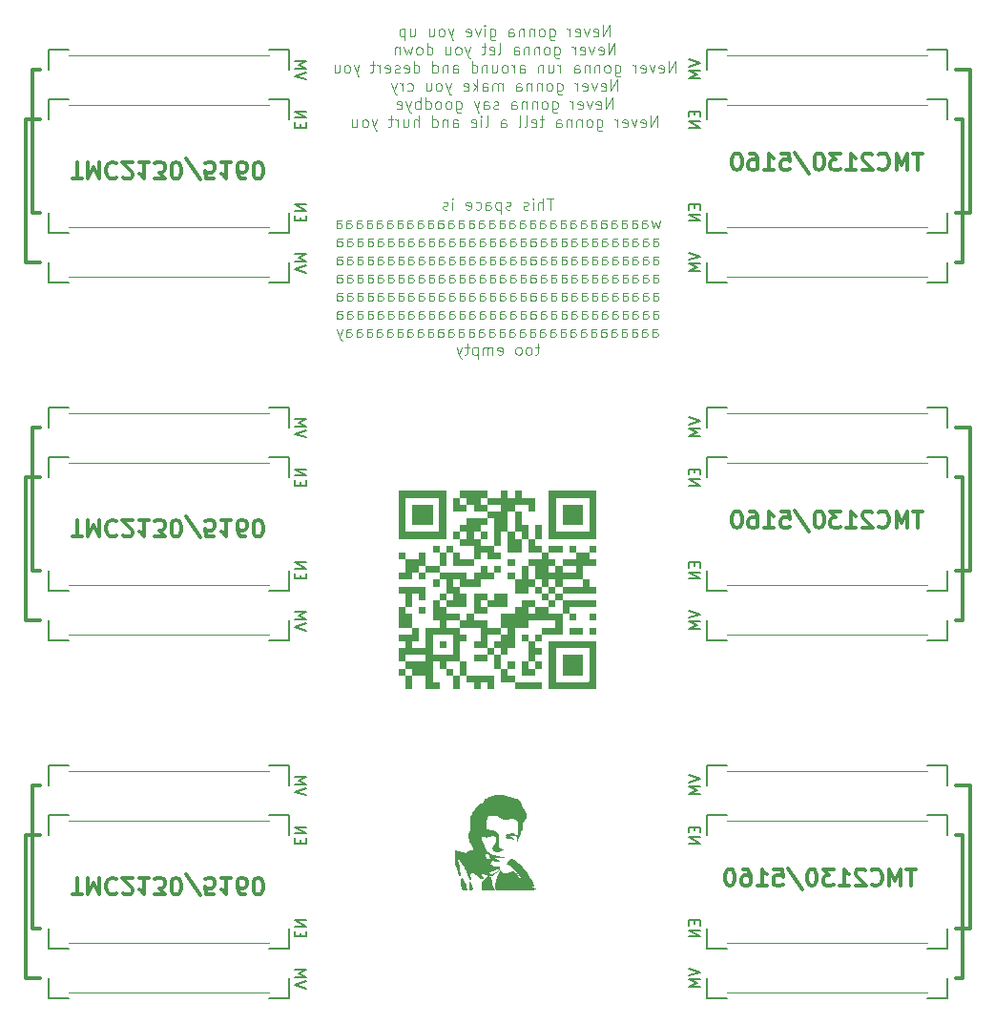
<source format=gbr>
%TF.GenerationSoftware,KiCad,Pcbnew,9.0.0*%
%TF.CreationDate,2025-02-26T12:42:58+01:00*%
%TF.ProjectId,Driver Carrier v1,44726976-6572-4204-9361-727269657220,rev?*%
%TF.SameCoordinates,Original*%
%TF.FileFunction,Legend,Bot*%
%TF.FilePolarity,Positive*%
%FSLAX46Y46*%
G04 Gerber Fmt 4.6, Leading zero omitted, Abs format (unit mm)*
G04 Created by KiCad (PCBNEW 9.0.0) date 2025-02-26 12:42:58*
%MOMM*%
%LPD*%
G01*
G04 APERTURE LIST*
%ADD10C,0.100000*%
%ADD11C,0.300000*%
%ADD12C,0.200000*%
%ADD13C,0.000000*%
G04 APERTURE END LIST*
D10*
X107822380Y-73662643D02*
X107250952Y-73662643D01*
X107536666Y-74662643D02*
X107536666Y-73662643D01*
X106917618Y-74662643D02*
X106917618Y-73662643D01*
X106489047Y-74662643D02*
X106489047Y-74138833D01*
X106489047Y-74138833D02*
X106536666Y-74043595D01*
X106536666Y-74043595D02*
X106631904Y-73995976D01*
X106631904Y-73995976D02*
X106774761Y-73995976D01*
X106774761Y-73995976D02*
X106869999Y-74043595D01*
X106869999Y-74043595D02*
X106917618Y-74091214D01*
X106012856Y-74662643D02*
X106012856Y-73995976D01*
X106012856Y-73662643D02*
X106060475Y-73710262D01*
X106060475Y-73710262D02*
X106012856Y-73757881D01*
X106012856Y-73757881D02*
X105965237Y-73710262D01*
X105965237Y-73710262D02*
X106012856Y-73662643D01*
X106012856Y-73662643D02*
X106012856Y-73757881D01*
X105584285Y-74615024D02*
X105489047Y-74662643D01*
X105489047Y-74662643D02*
X105298571Y-74662643D01*
X105298571Y-74662643D02*
X105203333Y-74615024D01*
X105203333Y-74615024D02*
X105155714Y-74519785D01*
X105155714Y-74519785D02*
X105155714Y-74472166D01*
X105155714Y-74472166D02*
X105203333Y-74376928D01*
X105203333Y-74376928D02*
X105298571Y-74329309D01*
X105298571Y-74329309D02*
X105441428Y-74329309D01*
X105441428Y-74329309D02*
X105536666Y-74281690D01*
X105536666Y-74281690D02*
X105584285Y-74186452D01*
X105584285Y-74186452D02*
X105584285Y-74138833D01*
X105584285Y-74138833D02*
X105536666Y-74043595D01*
X105536666Y-74043595D02*
X105441428Y-73995976D01*
X105441428Y-73995976D02*
X105298571Y-73995976D01*
X105298571Y-73995976D02*
X105203333Y-74043595D01*
X104012856Y-74615024D02*
X103917618Y-74662643D01*
X103917618Y-74662643D02*
X103727142Y-74662643D01*
X103727142Y-74662643D02*
X103631904Y-74615024D01*
X103631904Y-74615024D02*
X103584285Y-74519785D01*
X103584285Y-74519785D02*
X103584285Y-74472166D01*
X103584285Y-74472166D02*
X103631904Y-74376928D01*
X103631904Y-74376928D02*
X103727142Y-74329309D01*
X103727142Y-74329309D02*
X103869999Y-74329309D01*
X103869999Y-74329309D02*
X103965237Y-74281690D01*
X103965237Y-74281690D02*
X104012856Y-74186452D01*
X104012856Y-74186452D02*
X104012856Y-74138833D01*
X104012856Y-74138833D02*
X103965237Y-74043595D01*
X103965237Y-74043595D02*
X103869999Y-73995976D01*
X103869999Y-73995976D02*
X103727142Y-73995976D01*
X103727142Y-73995976D02*
X103631904Y-74043595D01*
X103155713Y-73995976D02*
X103155713Y-74995976D01*
X103155713Y-74043595D02*
X103060475Y-73995976D01*
X103060475Y-73995976D02*
X102869999Y-73995976D01*
X102869999Y-73995976D02*
X102774761Y-74043595D01*
X102774761Y-74043595D02*
X102727142Y-74091214D01*
X102727142Y-74091214D02*
X102679523Y-74186452D01*
X102679523Y-74186452D02*
X102679523Y-74472166D01*
X102679523Y-74472166D02*
X102727142Y-74567404D01*
X102727142Y-74567404D02*
X102774761Y-74615024D01*
X102774761Y-74615024D02*
X102869999Y-74662643D01*
X102869999Y-74662643D02*
X103060475Y-74662643D01*
X103060475Y-74662643D02*
X103155713Y-74615024D01*
X101822380Y-74662643D02*
X101822380Y-74138833D01*
X101822380Y-74138833D02*
X101869999Y-74043595D01*
X101869999Y-74043595D02*
X101965237Y-73995976D01*
X101965237Y-73995976D02*
X102155713Y-73995976D01*
X102155713Y-73995976D02*
X102250951Y-74043595D01*
X101822380Y-74615024D02*
X101917618Y-74662643D01*
X101917618Y-74662643D02*
X102155713Y-74662643D01*
X102155713Y-74662643D02*
X102250951Y-74615024D01*
X102250951Y-74615024D02*
X102298570Y-74519785D01*
X102298570Y-74519785D02*
X102298570Y-74424547D01*
X102298570Y-74424547D02*
X102250951Y-74329309D01*
X102250951Y-74329309D02*
X102155713Y-74281690D01*
X102155713Y-74281690D02*
X101917618Y-74281690D01*
X101917618Y-74281690D02*
X101822380Y-74234071D01*
X100917618Y-74615024D02*
X101012856Y-74662643D01*
X101012856Y-74662643D02*
X101203332Y-74662643D01*
X101203332Y-74662643D02*
X101298570Y-74615024D01*
X101298570Y-74615024D02*
X101346189Y-74567404D01*
X101346189Y-74567404D02*
X101393808Y-74472166D01*
X101393808Y-74472166D02*
X101393808Y-74186452D01*
X101393808Y-74186452D02*
X101346189Y-74091214D01*
X101346189Y-74091214D02*
X101298570Y-74043595D01*
X101298570Y-74043595D02*
X101203332Y-73995976D01*
X101203332Y-73995976D02*
X101012856Y-73995976D01*
X101012856Y-73995976D02*
X100917618Y-74043595D01*
X100108094Y-74615024D02*
X100203332Y-74662643D01*
X100203332Y-74662643D02*
X100393808Y-74662643D01*
X100393808Y-74662643D02*
X100489046Y-74615024D01*
X100489046Y-74615024D02*
X100536665Y-74519785D01*
X100536665Y-74519785D02*
X100536665Y-74138833D01*
X100536665Y-74138833D02*
X100489046Y-74043595D01*
X100489046Y-74043595D02*
X100393808Y-73995976D01*
X100393808Y-73995976D02*
X100203332Y-73995976D01*
X100203332Y-73995976D02*
X100108094Y-74043595D01*
X100108094Y-74043595D02*
X100060475Y-74138833D01*
X100060475Y-74138833D02*
X100060475Y-74234071D01*
X100060475Y-74234071D02*
X100536665Y-74329309D01*
X98869998Y-74662643D02*
X98869998Y-73995976D01*
X98869998Y-73662643D02*
X98917617Y-73710262D01*
X98917617Y-73710262D02*
X98869998Y-73757881D01*
X98869998Y-73757881D02*
X98822379Y-73710262D01*
X98822379Y-73710262D02*
X98869998Y-73662643D01*
X98869998Y-73662643D02*
X98869998Y-73757881D01*
X98441427Y-74615024D02*
X98346189Y-74662643D01*
X98346189Y-74662643D02*
X98155713Y-74662643D01*
X98155713Y-74662643D02*
X98060475Y-74615024D01*
X98060475Y-74615024D02*
X98012856Y-74519785D01*
X98012856Y-74519785D02*
X98012856Y-74472166D01*
X98012856Y-74472166D02*
X98060475Y-74376928D01*
X98060475Y-74376928D02*
X98155713Y-74329309D01*
X98155713Y-74329309D02*
X98298570Y-74329309D01*
X98298570Y-74329309D02*
X98393808Y-74281690D01*
X98393808Y-74281690D02*
X98441427Y-74186452D01*
X98441427Y-74186452D02*
X98441427Y-74138833D01*
X98441427Y-74138833D02*
X98393808Y-74043595D01*
X98393808Y-74043595D02*
X98298570Y-73995976D01*
X98298570Y-73995976D02*
X98155713Y-73995976D01*
X98155713Y-73995976D02*
X98060475Y-74043595D01*
X117274762Y-75605920D02*
X117084286Y-76272587D01*
X117084286Y-76272587D02*
X116893810Y-75796396D01*
X116893810Y-75796396D02*
X116703334Y-76272587D01*
X116703334Y-76272587D02*
X116512858Y-75605920D01*
X115703334Y-76272587D02*
X115703334Y-75748777D01*
X115703334Y-75748777D02*
X115750953Y-75653539D01*
X115750953Y-75653539D02*
X115846191Y-75605920D01*
X115846191Y-75605920D02*
X116036667Y-75605920D01*
X116036667Y-75605920D02*
X116131905Y-75653539D01*
X115703334Y-76224968D02*
X115798572Y-76272587D01*
X115798572Y-76272587D02*
X116036667Y-76272587D01*
X116036667Y-76272587D02*
X116131905Y-76224968D01*
X116131905Y-76224968D02*
X116179524Y-76129729D01*
X116179524Y-76129729D02*
X116179524Y-76034491D01*
X116179524Y-76034491D02*
X116131905Y-75939253D01*
X116131905Y-75939253D02*
X116036667Y-75891634D01*
X116036667Y-75891634D02*
X115798572Y-75891634D01*
X115798572Y-75891634D02*
X115703334Y-75844015D01*
X114798572Y-76272587D02*
X114798572Y-75748777D01*
X114798572Y-75748777D02*
X114846191Y-75653539D01*
X114846191Y-75653539D02*
X114941429Y-75605920D01*
X114941429Y-75605920D02*
X115131905Y-75605920D01*
X115131905Y-75605920D02*
X115227143Y-75653539D01*
X114798572Y-76224968D02*
X114893810Y-76272587D01*
X114893810Y-76272587D02*
X115131905Y-76272587D01*
X115131905Y-76272587D02*
X115227143Y-76224968D01*
X115227143Y-76224968D02*
X115274762Y-76129729D01*
X115274762Y-76129729D02*
X115274762Y-76034491D01*
X115274762Y-76034491D02*
X115227143Y-75939253D01*
X115227143Y-75939253D02*
X115131905Y-75891634D01*
X115131905Y-75891634D02*
X114893810Y-75891634D01*
X114893810Y-75891634D02*
X114798572Y-75844015D01*
X113893810Y-76272587D02*
X113893810Y-75748777D01*
X113893810Y-75748777D02*
X113941429Y-75653539D01*
X113941429Y-75653539D02*
X114036667Y-75605920D01*
X114036667Y-75605920D02*
X114227143Y-75605920D01*
X114227143Y-75605920D02*
X114322381Y-75653539D01*
X113893810Y-76224968D02*
X113989048Y-76272587D01*
X113989048Y-76272587D02*
X114227143Y-76272587D01*
X114227143Y-76272587D02*
X114322381Y-76224968D01*
X114322381Y-76224968D02*
X114370000Y-76129729D01*
X114370000Y-76129729D02*
X114370000Y-76034491D01*
X114370000Y-76034491D02*
X114322381Y-75939253D01*
X114322381Y-75939253D02*
X114227143Y-75891634D01*
X114227143Y-75891634D02*
X113989048Y-75891634D01*
X113989048Y-75891634D02*
X113893810Y-75844015D01*
X112989048Y-76272587D02*
X112989048Y-75748777D01*
X112989048Y-75748777D02*
X113036667Y-75653539D01*
X113036667Y-75653539D02*
X113131905Y-75605920D01*
X113131905Y-75605920D02*
X113322381Y-75605920D01*
X113322381Y-75605920D02*
X113417619Y-75653539D01*
X112989048Y-76224968D02*
X113084286Y-76272587D01*
X113084286Y-76272587D02*
X113322381Y-76272587D01*
X113322381Y-76272587D02*
X113417619Y-76224968D01*
X113417619Y-76224968D02*
X113465238Y-76129729D01*
X113465238Y-76129729D02*
X113465238Y-76034491D01*
X113465238Y-76034491D02*
X113417619Y-75939253D01*
X113417619Y-75939253D02*
X113322381Y-75891634D01*
X113322381Y-75891634D02*
X113084286Y-75891634D01*
X113084286Y-75891634D02*
X112989048Y-75844015D01*
X112084286Y-76272587D02*
X112084286Y-75748777D01*
X112084286Y-75748777D02*
X112131905Y-75653539D01*
X112131905Y-75653539D02*
X112227143Y-75605920D01*
X112227143Y-75605920D02*
X112417619Y-75605920D01*
X112417619Y-75605920D02*
X112512857Y-75653539D01*
X112084286Y-76224968D02*
X112179524Y-76272587D01*
X112179524Y-76272587D02*
X112417619Y-76272587D01*
X112417619Y-76272587D02*
X112512857Y-76224968D01*
X112512857Y-76224968D02*
X112560476Y-76129729D01*
X112560476Y-76129729D02*
X112560476Y-76034491D01*
X112560476Y-76034491D02*
X112512857Y-75939253D01*
X112512857Y-75939253D02*
X112417619Y-75891634D01*
X112417619Y-75891634D02*
X112179524Y-75891634D01*
X112179524Y-75891634D02*
X112084286Y-75844015D01*
X111179524Y-76272587D02*
X111179524Y-75748777D01*
X111179524Y-75748777D02*
X111227143Y-75653539D01*
X111227143Y-75653539D02*
X111322381Y-75605920D01*
X111322381Y-75605920D02*
X111512857Y-75605920D01*
X111512857Y-75605920D02*
X111608095Y-75653539D01*
X111179524Y-76224968D02*
X111274762Y-76272587D01*
X111274762Y-76272587D02*
X111512857Y-76272587D01*
X111512857Y-76272587D02*
X111608095Y-76224968D01*
X111608095Y-76224968D02*
X111655714Y-76129729D01*
X111655714Y-76129729D02*
X111655714Y-76034491D01*
X111655714Y-76034491D02*
X111608095Y-75939253D01*
X111608095Y-75939253D02*
X111512857Y-75891634D01*
X111512857Y-75891634D02*
X111274762Y-75891634D01*
X111274762Y-75891634D02*
X111179524Y-75844015D01*
X110274762Y-76272587D02*
X110274762Y-75748777D01*
X110274762Y-75748777D02*
X110322381Y-75653539D01*
X110322381Y-75653539D02*
X110417619Y-75605920D01*
X110417619Y-75605920D02*
X110608095Y-75605920D01*
X110608095Y-75605920D02*
X110703333Y-75653539D01*
X110274762Y-76224968D02*
X110370000Y-76272587D01*
X110370000Y-76272587D02*
X110608095Y-76272587D01*
X110608095Y-76272587D02*
X110703333Y-76224968D01*
X110703333Y-76224968D02*
X110750952Y-76129729D01*
X110750952Y-76129729D02*
X110750952Y-76034491D01*
X110750952Y-76034491D02*
X110703333Y-75939253D01*
X110703333Y-75939253D02*
X110608095Y-75891634D01*
X110608095Y-75891634D02*
X110370000Y-75891634D01*
X110370000Y-75891634D02*
X110274762Y-75844015D01*
X109370000Y-76272587D02*
X109370000Y-75748777D01*
X109370000Y-75748777D02*
X109417619Y-75653539D01*
X109417619Y-75653539D02*
X109512857Y-75605920D01*
X109512857Y-75605920D02*
X109703333Y-75605920D01*
X109703333Y-75605920D02*
X109798571Y-75653539D01*
X109370000Y-76224968D02*
X109465238Y-76272587D01*
X109465238Y-76272587D02*
X109703333Y-76272587D01*
X109703333Y-76272587D02*
X109798571Y-76224968D01*
X109798571Y-76224968D02*
X109846190Y-76129729D01*
X109846190Y-76129729D02*
X109846190Y-76034491D01*
X109846190Y-76034491D02*
X109798571Y-75939253D01*
X109798571Y-75939253D02*
X109703333Y-75891634D01*
X109703333Y-75891634D02*
X109465238Y-75891634D01*
X109465238Y-75891634D02*
X109370000Y-75844015D01*
X108465238Y-76272587D02*
X108465238Y-75748777D01*
X108465238Y-75748777D02*
X108512857Y-75653539D01*
X108512857Y-75653539D02*
X108608095Y-75605920D01*
X108608095Y-75605920D02*
X108798571Y-75605920D01*
X108798571Y-75605920D02*
X108893809Y-75653539D01*
X108465238Y-76224968D02*
X108560476Y-76272587D01*
X108560476Y-76272587D02*
X108798571Y-76272587D01*
X108798571Y-76272587D02*
X108893809Y-76224968D01*
X108893809Y-76224968D02*
X108941428Y-76129729D01*
X108941428Y-76129729D02*
X108941428Y-76034491D01*
X108941428Y-76034491D02*
X108893809Y-75939253D01*
X108893809Y-75939253D02*
X108798571Y-75891634D01*
X108798571Y-75891634D02*
X108560476Y-75891634D01*
X108560476Y-75891634D02*
X108465238Y-75844015D01*
X107560476Y-76272587D02*
X107560476Y-75748777D01*
X107560476Y-75748777D02*
X107608095Y-75653539D01*
X107608095Y-75653539D02*
X107703333Y-75605920D01*
X107703333Y-75605920D02*
X107893809Y-75605920D01*
X107893809Y-75605920D02*
X107989047Y-75653539D01*
X107560476Y-76224968D02*
X107655714Y-76272587D01*
X107655714Y-76272587D02*
X107893809Y-76272587D01*
X107893809Y-76272587D02*
X107989047Y-76224968D01*
X107989047Y-76224968D02*
X108036666Y-76129729D01*
X108036666Y-76129729D02*
X108036666Y-76034491D01*
X108036666Y-76034491D02*
X107989047Y-75939253D01*
X107989047Y-75939253D02*
X107893809Y-75891634D01*
X107893809Y-75891634D02*
X107655714Y-75891634D01*
X107655714Y-75891634D02*
X107560476Y-75844015D01*
X106655714Y-76272587D02*
X106655714Y-75748777D01*
X106655714Y-75748777D02*
X106703333Y-75653539D01*
X106703333Y-75653539D02*
X106798571Y-75605920D01*
X106798571Y-75605920D02*
X106989047Y-75605920D01*
X106989047Y-75605920D02*
X107084285Y-75653539D01*
X106655714Y-76224968D02*
X106750952Y-76272587D01*
X106750952Y-76272587D02*
X106989047Y-76272587D01*
X106989047Y-76272587D02*
X107084285Y-76224968D01*
X107084285Y-76224968D02*
X107131904Y-76129729D01*
X107131904Y-76129729D02*
X107131904Y-76034491D01*
X107131904Y-76034491D02*
X107084285Y-75939253D01*
X107084285Y-75939253D02*
X106989047Y-75891634D01*
X106989047Y-75891634D02*
X106750952Y-75891634D01*
X106750952Y-75891634D02*
X106655714Y-75844015D01*
X105750952Y-76272587D02*
X105750952Y-75748777D01*
X105750952Y-75748777D02*
X105798571Y-75653539D01*
X105798571Y-75653539D02*
X105893809Y-75605920D01*
X105893809Y-75605920D02*
X106084285Y-75605920D01*
X106084285Y-75605920D02*
X106179523Y-75653539D01*
X105750952Y-76224968D02*
X105846190Y-76272587D01*
X105846190Y-76272587D02*
X106084285Y-76272587D01*
X106084285Y-76272587D02*
X106179523Y-76224968D01*
X106179523Y-76224968D02*
X106227142Y-76129729D01*
X106227142Y-76129729D02*
X106227142Y-76034491D01*
X106227142Y-76034491D02*
X106179523Y-75939253D01*
X106179523Y-75939253D02*
X106084285Y-75891634D01*
X106084285Y-75891634D02*
X105846190Y-75891634D01*
X105846190Y-75891634D02*
X105750952Y-75844015D01*
X104846190Y-76272587D02*
X104846190Y-75748777D01*
X104846190Y-75748777D02*
X104893809Y-75653539D01*
X104893809Y-75653539D02*
X104989047Y-75605920D01*
X104989047Y-75605920D02*
X105179523Y-75605920D01*
X105179523Y-75605920D02*
X105274761Y-75653539D01*
X104846190Y-76224968D02*
X104941428Y-76272587D01*
X104941428Y-76272587D02*
X105179523Y-76272587D01*
X105179523Y-76272587D02*
X105274761Y-76224968D01*
X105274761Y-76224968D02*
X105322380Y-76129729D01*
X105322380Y-76129729D02*
X105322380Y-76034491D01*
X105322380Y-76034491D02*
X105274761Y-75939253D01*
X105274761Y-75939253D02*
X105179523Y-75891634D01*
X105179523Y-75891634D02*
X104941428Y-75891634D01*
X104941428Y-75891634D02*
X104846190Y-75844015D01*
X103941428Y-76272587D02*
X103941428Y-75748777D01*
X103941428Y-75748777D02*
X103989047Y-75653539D01*
X103989047Y-75653539D02*
X104084285Y-75605920D01*
X104084285Y-75605920D02*
X104274761Y-75605920D01*
X104274761Y-75605920D02*
X104369999Y-75653539D01*
X103941428Y-76224968D02*
X104036666Y-76272587D01*
X104036666Y-76272587D02*
X104274761Y-76272587D01*
X104274761Y-76272587D02*
X104369999Y-76224968D01*
X104369999Y-76224968D02*
X104417618Y-76129729D01*
X104417618Y-76129729D02*
X104417618Y-76034491D01*
X104417618Y-76034491D02*
X104369999Y-75939253D01*
X104369999Y-75939253D02*
X104274761Y-75891634D01*
X104274761Y-75891634D02*
X104036666Y-75891634D01*
X104036666Y-75891634D02*
X103941428Y-75844015D01*
X103036666Y-76272587D02*
X103036666Y-75748777D01*
X103036666Y-75748777D02*
X103084285Y-75653539D01*
X103084285Y-75653539D02*
X103179523Y-75605920D01*
X103179523Y-75605920D02*
X103369999Y-75605920D01*
X103369999Y-75605920D02*
X103465237Y-75653539D01*
X103036666Y-76224968D02*
X103131904Y-76272587D01*
X103131904Y-76272587D02*
X103369999Y-76272587D01*
X103369999Y-76272587D02*
X103465237Y-76224968D01*
X103465237Y-76224968D02*
X103512856Y-76129729D01*
X103512856Y-76129729D02*
X103512856Y-76034491D01*
X103512856Y-76034491D02*
X103465237Y-75939253D01*
X103465237Y-75939253D02*
X103369999Y-75891634D01*
X103369999Y-75891634D02*
X103131904Y-75891634D01*
X103131904Y-75891634D02*
X103036666Y-75844015D01*
X102131904Y-76272587D02*
X102131904Y-75748777D01*
X102131904Y-75748777D02*
X102179523Y-75653539D01*
X102179523Y-75653539D02*
X102274761Y-75605920D01*
X102274761Y-75605920D02*
X102465237Y-75605920D01*
X102465237Y-75605920D02*
X102560475Y-75653539D01*
X102131904Y-76224968D02*
X102227142Y-76272587D01*
X102227142Y-76272587D02*
X102465237Y-76272587D01*
X102465237Y-76272587D02*
X102560475Y-76224968D01*
X102560475Y-76224968D02*
X102608094Y-76129729D01*
X102608094Y-76129729D02*
X102608094Y-76034491D01*
X102608094Y-76034491D02*
X102560475Y-75939253D01*
X102560475Y-75939253D02*
X102465237Y-75891634D01*
X102465237Y-75891634D02*
X102227142Y-75891634D01*
X102227142Y-75891634D02*
X102131904Y-75844015D01*
X101227142Y-76272587D02*
X101227142Y-75748777D01*
X101227142Y-75748777D02*
X101274761Y-75653539D01*
X101274761Y-75653539D02*
X101369999Y-75605920D01*
X101369999Y-75605920D02*
X101560475Y-75605920D01*
X101560475Y-75605920D02*
X101655713Y-75653539D01*
X101227142Y-76224968D02*
X101322380Y-76272587D01*
X101322380Y-76272587D02*
X101560475Y-76272587D01*
X101560475Y-76272587D02*
X101655713Y-76224968D01*
X101655713Y-76224968D02*
X101703332Y-76129729D01*
X101703332Y-76129729D02*
X101703332Y-76034491D01*
X101703332Y-76034491D02*
X101655713Y-75939253D01*
X101655713Y-75939253D02*
X101560475Y-75891634D01*
X101560475Y-75891634D02*
X101322380Y-75891634D01*
X101322380Y-75891634D02*
X101227142Y-75844015D01*
X100322380Y-76272587D02*
X100322380Y-75748777D01*
X100322380Y-75748777D02*
X100369999Y-75653539D01*
X100369999Y-75653539D02*
X100465237Y-75605920D01*
X100465237Y-75605920D02*
X100655713Y-75605920D01*
X100655713Y-75605920D02*
X100750951Y-75653539D01*
X100322380Y-76224968D02*
X100417618Y-76272587D01*
X100417618Y-76272587D02*
X100655713Y-76272587D01*
X100655713Y-76272587D02*
X100750951Y-76224968D01*
X100750951Y-76224968D02*
X100798570Y-76129729D01*
X100798570Y-76129729D02*
X100798570Y-76034491D01*
X100798570Y-76034491D02*
X100750951Y-75939253D01*
X100750951Y-75939253D02*
X100655713Y-75891634D01*
X100655713Y-75891634D02*
X100417618Y-75891634D01*
X100417618Y-75891634D02*
X100322380Y-75844015D01*
X99417618Y-76272587D02*
X99417618Y-75748777D01*
X99417618Y-75748777D02*
X99465237Y-75653539D01*
X99465237Y-75653539D02*
X99560475Y-75605920D01*
X99560475Y-75605920D02*
X99750951Y-75605920D01*
X99750951Y-75605920D02*
X99846189Y-75653539D01*
X99417618Y-76224968D02*
X99512856Y-76272587D01*
X99512856Y-76272587D02*
X99750951Y-76272587D01*
X99750951Y-76272587D02*
X99846189Y-76224968D01*
X99846189Y-76224968D02*
X99893808Y-76129729D01*
X99893808Y-76129729D02*
X99893808Y-76034491D01*
X99893808Y-76034491D02*
X99846189Y-75939253D01*
X99846189Y-75939253D02*
X99750951Y-75891634D01*
X99750951Y-75891634D02*
X99512856Y-75891634D01*
X99512856Y-75891634D02*
X99417618Y-75844015D01*
X98512856Y-76272587D02*
X98512856Y-75748777D01*
X98512856Y-75748777D02*
X98560475Y-75653539D01*
X98560475Y-75653539D02*
X98655713Y-75605920D01*
X98655713Y-75605920D02*
X98846189Y-75605920D01*
X98846189Y-75605920D02*
X98941427Y-75653539D01*
X98512856Y-76224968D02*
X98608094Y-76272587D01*
X98608094Y-76272587D02*
X98846189Y-76272587D01*
X98846189Y-76272587D02*
X98941427Y-76224968D01*
X98941427Y-76224968D02*
X98989046Y-76129729D01*
X98989046Y-76129729D02*
X98989046Y-76034491D01*
X98989046Y-76034491D02*
X98941427Y-75939253D01*
X98941427Y-75939253D02*
X98846189Y-75891634D01*
X98846189Y-75891634D02*
X98608094Y-75891634D01*
X98608094Y-75891634D02*
X98512856Y-75844015D01*
X97608094Y-76272587D02*
X97608094Y-75748777D01*
X97608094Y-75748777D02*
X97655713Y-75653539D01*
X97655713Y-75653539D02*
X97750951Y-75605920D01*
X97750951Y-75605920D02*
X97941427Y-75605920D01*
X97941427Y-75605920D02*
X98036665Y-75653539D01*
X97608094Y-76224968D02*
X97703332Y-76272587D01*
X97703332Y-76272587D02*
X97941427Y-76272587D01*
X97941427Y-76272587D02*
X98036665Y-76224968D01*
X98036665Y-76224968D02*
X98084284Y-76129729D01*
X98084284Y-76129729D02*
X98084284Y-76034491D01*
X98084284Y-76034491D02*
X98036665Y-75939253D01*
X98036665Y-75939253D02*
X97941427Y-75891634D01*
X97941427Y-75891634D02*
X97703332Y-75891634D01*
X97703332Y-75891634D02*
X97608094Y-75844015D01*
X96703332Y-76272587D02*
X96703332Y-75748777D01*
X96703332Y-75748777D02*
X96750951Y-75653539D01*
X96750951Y-75653539D02*
X96846189Y-75605920D01*
X96846189Y-75605920D02*
X97036665Y-75605920D01*
X97036665Y-75605920D02*
X97131903Y-75653539D01*
X96703332Y-76224968D02*
X96798570Y-76272587D01*
X96798570Y-76272587D02*
X97036665Y-76272587D01*
X97036665Y-76272587D02*
X97131903Y-76224968D01*
X97131903Y-76224968D02*
X97179522Y-76129729D01*
X97179522Y-76129729D02*
X97179522Y-76034491D01*
X97179522Y-76034491D02*
X97131903Y-75939253D01*
X97131903Y-75939253D02*
X97036665Y-75891634D01*
X97036665Y-75891634D02*
X96798570Y-75891634D01*
X96798570Y-75891634D02*
X96703332Y-75844015D01*
X95798570Y-76272587D02*
X95798570Y-75748777D01*
X95798570Y-75748777D02*
X95846189Y-75653539D01*
X95846189Y-75653539D02*
X95941427Y-75605920D01*
X95941427Y-75605920D02*
X96131903Y-75605920D01*
X96131903Y-75605920D02*
X96227141Y-75653539D01*
X95798570Y-76224968D02*
X95893808Y-76272587D01*
X95893808Y-76272587D02*
X96131903Y-76272587D01*
X96131903Y-76272587D02*
X96227141Y-76224968D01*
X96227141Y-76224968D02*
X96274760Y-76129729D01*
X96274760Y-76129729D02*
X96274760Y-76034491D01*
X96274760Y-76034491D02*
X96227141Y-75939253D01*
X96227141Y-75939253D02*
X96131903Y-75891634D01*
X96131903Y-75891634D02*
X95893808Y-75891634D01*
X95893808Y-75891634D02*
X95798570Y-75844015D01*
X94893808Y-76272587D02*
X94893808Y-75748777D01*
X94893808Y-75748777D02*
X94941427Y-75653539D01*
X94941427Y-75653539D02*
X95036665Y-75605920D01*
X95036665Y-75605920D02*
X95227141Y-75605920D01*
X95227141Y-75605920D02*
X95322379Y-75653539D01*
X94893808Y-76224968D02*
X94989046Y-76272587D01*
X94989046Y-76272587D02*
X95227141Y-76272587D01*
X95227141Y-76272587D02*
X95322379Y-76224968D01*
X95322379Y-76224968D02*
X95369998Y-76129729D01*
X95369998Y-76129729D02*
X95369998Y-76034491D01*
X95369998Y-76034491D02*
X95322379Y-75939253D01*
X95322379Y-75939253D02*
X95227141Y-75891634D01*
X95227141Y-75891634D02*
X94989046Y-75891634D01*
X94989046Y-75891634D02*
X94893808Y-75844015D01*
X93989046Y-76272587D02*
X93989046Y-75748777D01*
X93989046Y-75748777D02*
X94036665Y-75653539D01*
X94036665Y-75653539D02*
X94131903Y-75605920D01*
X94131903Y-75605920D02*
X94322379Y-75605920D01*
X94322379Y-75605920D02*
X94417617Y-75653539D01*
X93989046Y-76224968D02*
X94084284Y-76272587D01*
X94084284Y-76272587D02*
X94322379Y-76272587D01*
X94322379Y-76272587D02*
X94417617Y-76224968D01*
X94417617Y-76224968D02*
X94465236Y-76129729D01*
X94465236Y-76129729D02*
X94465236Y-76034491D01*
X94465236Y-76034491D02*
X94417617Y-75939253D01*
X94417617Y-75939253D02*
X94322379Y-75891634D01*
X94322379Y-75891634D02*
X94084284Y-75891634D01*
X94084284Y-75891634D02*
X93989046Y-75844015D01*
X93084284Y-76272587D02*
X93084284Y-75748777D01*
X93084284Y-75748777D02*
X93131903Y-75653539D01*
X93131903Y-75653539D02*
X93227141Y-75605920D01*
X93227141Y-75605920D02*
X93417617Y-75605920D01*
X93417617Y-75605920D02*
X93512855Y-75653539D01*
X93084284Y-76224968D02*
X93179522Y-76272587D01*
X93179522Y-76272587D02*
X93417617Y-76272587D01*
X93417617Y-76272587D02*
X93512855Y-76224968D01*
X93512855Y-76224968D02*
X93560474Y-76129729D01*
X93560474Y-76129729D02*
X93560474Y-76034491D01*
X93560474Y-76034491D02*
X93512855Y-75939253D01*
X93512855Y-75939253D02*
X93417617Y-75891634D01*
X93417617Y-75891634D02*
X93179522Y-75891634D01*
X93179522Y-75891634D02*
X93084284Y-75844015D01*
X92179522Y-76272587D02*
X92179522Y-75748777D01*
X92179522Y-75748777D02*
X92227141Y-75653539D01*
X92227141Y-75653539D02*
X92322379Y-75605920D01*
X92322379Y-75605920D02*
X92512855Y-75605920D01*
X92512855Y-75605920D02*
X92608093Y-75653539D01*
X92179522Y-76224968D02*
X92274760Y-76272587D01*
X92274760Y-76272587D02*
X92512855Y-76272587D01*
X92512855Y-76272587D02*
X92608093Y-76224968D01*
X92608093Y-76224968D02*
X92655712Y-76129729D01*
X92655712Y-76129729D02*
X92655712Y-76034491D01*
X92655712Y-76034491D02*
X92608093Y-75939253D01*
X92608093Y-75939253D02*
X92512855Y-75891634D01*
X92512855Y-75891634D02*
X92274760Y-75891634D01*
X92274760Y-75891634D02*
X92179522Y-75844015D01*
X91274760Y-76272587D02*
X91274760Y-75748777D01*
X91274760Y-75748777D02*
X91322379Y-75653539D01*
X91322379Y-75653539D02*
X91417617Y-75605920D01*
X91417617Y-75605920D02*
X91608093Y-75605920D01*
X91608093Y-75605920D02*
X91703331Y-75653539D01*
X91274760Y-76224968D02*
X91369998Y-76272587D01*
X91369998Y-76272587D02*
X91608093Y-76272587D01*
X91608093Y-76272587D02*
X91703331Y-76224968D01*
X91703331Y-76224968D02*
X91750950Y-76129729D01*
X91750950Y-76129729D02*
X91750950Y-76034491D01*
X91750950Y-76034491D02*
X91703331Y-75939253D01*
X91703331Y-75939253D02*
X91608093Y-75891634D01*
X91608093Y-75891634D02*
X91369998Y-75891634D01*
X91369998Y-75891634D02*
X91274760Y-75844015D01*
X90369998Y-76272587D02*
X90369998Y-75748777D01*
X90369998Y-75748777D02*
X90417617Y-75653539D01*
X90417617Y-75653539D02*
X90512855Y-75605920D01*
X90512855Y-75605920D02*
X90703331Y-75605920D01*
X90703331Y-75605920D02*
X90798569Y-75653539D01*
X90369998Y-76224968D02*
X90465236Y-76272587D01*
X90465236Y-76272587D02*
X90703331Y-76272587D01*
X90703331Y-76272587D02*
X90798569Y-76224968D01*
X90798569Y-76224968D02*
X90846188Y-76129729D01*
X90846188Y-76129729D02*
X90846188Y-76034491D01*
X90846188Y-76034491D02*
X90798569Y-75939253D01*
X90798569Y-75939253D02*
X90703331Y-75891634D01*
X90703331Y-75891634D02*
X90465236Y-75891634D01*
X90465236Y-75891634D02*
X90369998Y-75844015D01*
X89465236Y-76272587D02*
X89465236Y-75748777D01*
X89465236Y-75748777D02*
X89512855Y-75653539D01*
X89512855Y-75653539D02*
X89608093Y-75605920D01*
X89608093Y-75605920D02*
X89798569Y-75605920D01*
X89798569Y-75605920D02*
X89893807Y-75653539D01*
X89465236Y-76224968D02*
X89560474Y-76272587D01*
X89560474Y-76272587D02*
X89798569Y-76272587D01*
X89798569Y-76272587D02*
X89893807Y-76224968D01*
X89893807Y-76224968D02*
X89941426Y-76129729D01*
X89941426Y-76129729D02*
X89941426Y-76034491D01*
X89941426Y-76034491D02*
X89893807Y-75939253D01*
X89893807Y-75939253D02*
X89798569Y-75891634D01*
X89798569Y-75891634D02*
X89560474Y-75891634D01*
X89560474Y-75891634D02*
X89465236Y-75844015D01*
X88560474Y-76272587D02*
X88560474Y-75748777D01*
X88560474Y-75748777D02*
X88608093Y-75653539D01*
X88608093Y-75653539D02*
X88703331Y-75605920D01*
X88703331Y-75605920D02*
X88893807Y-75605920D01*
X88893807Y-75605920D02*
X88989045Y-75653539D01*
X88560474Y-76224968D02*
X88655712Y-76272587D01*
X88655712Y-76272587D02*
X88893807Y-76272587D01*
X88893807Y-76272587D02*
X88989045Y-76224968D01*
X88989045Y-76224968D02*
X89036664Y-76129729D01*
X89036664Y-76129729D02*
X89036664Y-76034491D01*
X89036664Y-76034491D02*
X88989045Y-75939253D01*
X88989045Y-75939253D02*
X88893807Y-75891634D01*
X88893807Y-75891634D02*
X88655712Y-75891634D01*
X88655712Y-75891634D02*
X88560474Y-75844015D01*
X116679525Y-77882531D02*
X116679525Y-77358721D01*
X116679525Y-77358721D02*
X116727144Y-77263483D01*
X116727144Y-77263483D02*
X116822382Y-77215864D01*
X116822382Y-77215864D02*
X117012858Y-77215864D01*
X117012858Y-77215864D02*
X117108096Y-77263483D01*
X116679525Y-77834912D02*
X116774763Y-77882531D01*
X116774763Y-77882531D02*
X117012858Y-77882531D01*
X117012858Y-77882531D02*
X117108096Y-77834912D01*
X117108096Y-77834912D02*
X117155715Y-77739673D01*
X117155715Y-77739673D02*
X117155715Y-77644435D01*
X117155715Y-77644435D02*
X117108096Y-77549197D01*
X117108096Y-77549197D02*
X117012858Y-77501578D01*
X117012858Y-77501578D02*
X116774763Y-77501578D01*
X116774763Y-77501578D02*
X116679525Y-77453959D01*
X115774763Y-77882531D02*
X115774763Y-77358721D01*
X115774763Y-77358721D02*
X115822382Y-77263483D01*
X115822382Y-77263483D02*
X115917620Y-77215864D01*
X115917620Y-77215864D02*
X116108096Y-77215864D01*
X116108096Y-77215864D02*
X116203334Y-77263483D01*
X115774763Y-77834912D02*
X115870001Y-77882531D01*
X115870001Y-77882531D02*
X116108096Y-77882531D01*
X116108096Y-77882531D02*
X116203334Y-77834912D01*
X116203334Y-77834912D02*
X116250953Y-77739673D01*
X116250953Y-77739673D02*
X116250953Y-77644435D01*
X116250953Y-77644435D02*
X116203334Y-77549197D01*
X116203334Y-77549197D02*
X116108096Y-77501578D01*
X116108096Y-77501578D02*
X115870001Y-77501578D01*
X115870001Y-77501578D02*
X115774763Y-77453959D01*
X114870001Y-77882531D02*
X114870001Y-77358721D01*
X114870001Y-77358721D02*
X114917620Y-77263483D01*
X114917620Y-77263483D02*
X115012858Y-77215864D01*
X115012858Y-77215864D02*
X115203334Y-77215864D01*
X115203334Y-77215864D02*
X115298572Y-77263483D01*
X114870001Y-77834912D02*
X114965239Y-77882531D01*
X114965239Y-77882531D02*
X115203334Y-77882531D01*
X115203334Y-77882531D02*
X115298572Y-77834912D01*
X115298572Y-77834912D02*
X115346191Y-77739673D01*
X115346191Y-77739673D02*
X115346191Y-77644435D01*
X115346191Y-77644435D02*
X115298572Y-77549197D01*
X115298572Y-77549197D02*
X115203334Y-77501578D01*
X115203334Y-77501578D02*
X114965239Y-77501578D01*
X114965239Y-77501578D02*
X114870001Y-77453959D01*
X113965239Y-77882531D02*
X113965239Y-77358721D01*
X113965239Y-77358721D02*
X114012858Y-77263483D01*
X114012858Y-77263483D02*
X114108096Y-77215864D01*
X114108096Y-77215864D02*
X114298572Y-77215864D01*
X114298572Y-77215864D02*
X114393810Y-77263483D01*
X113965239Y-77834912D02*
X114060477Y-77882531D01*
X114060477Y-77882531D02*
X114298572Y-77882531D01*
X114298572Y-77882531D02*
X114393810Y-77834912D01*
X114393810Y-77834912D02*
X114441429Y-77739673D01*
X114441429Y-77739673D02*
X114441429Y-77644435D01*
X114441429Y-77644435D02*
X114393810Y-77549197D01*
X114393810Y-77549197D02*
X114298572Y-77501578D01*
X114298572Y-77501578D02*
X114060477Y-77501578D01*
X114060477Y-77501578D02*
X113965239Y-77453959D01*
X113060477Y-77882531D02*
X113060477Y-77358721D01*
X113060477Y-77358721D02*
X113108096Y-77263483D01*
X113108096Y-77263483D02*
X113203334Y-77215864D01*
X113203334Y-77215864D02*
X113393810Y-77215864D01*
X113393810Y-77215864D02*
X113489048Y-77263483D01*
X113060477Y-77834912D02*
X113155715Y-77882531D01*
X113155715Y-77882531D02*
X113393810Y-77882531D01*
X113393810Y-77882531D02*
X113489048Y-77834912D01*
X113489048Y-77834912D02*
X113536667Y-77739673D01*
X113536667Y-77739673D02*
X113536667Y-77644435D01*
X113536667Y-77644435D02*
X113489048Y-77549197D01*
X113489048Y-77549197D02*
X113393810Y-77501578D01*
X113393810Y-77501578D02*
X113155715Y-77501578D01*
X113155715Y-77501578D02*
X113060477Y-77453959D01*
X112155715Y-77882531D02*
X112155715Y-77358721D01*
X112155715Y-77358721D02*
X112203334Y-77263483D01*
X112203334Y-77263483D02*
X112298572Y-77215864D01*
X112298572Y-77215864D02*
X112489048Y-77215864D01*
X112489048Y-77215864D02*
X112584286Y-77263483D01*
X112155715Y-77834912D02*
X112250953Y-77882531D01*
X112250953Y-77882531D02*
X112489048Y-77882531D01*
X112489048Y-77882531D02*
X112584286Y-77834912D01*
X112584286Y-77834912D02*
X112631905Y-77739673D01*
X112631905Y-77739673D02*
X112631905Y-77644435D01*
X112631905Y-77644435D02*
X112584286Y-77549197D01*
X112584286Y-77549197D02*
X112489048Y-77501578D01*
X112489048Y-77501578D02*
X112250953Y-77501578D01*
X112250953Y-77501578D02*
X112155715Y-77453959D01*
X111250953Y-77882531D02*
X111250953Y-77358721D01*
X111250953Y-77358721D02*
X111298572Y-77263483D01*
X111298572Y-77263483D02*
X111393810Y-77215864D01*
X111393810Y-77215864D02*
X111584286Y-77215864D01*
X111584286Y-77215864D02*
X111679524Y-77263483D01*
X111250953Y-77834912D02*
X111346191Y-77882531D01*
X111346191Y-77882531D02*
X111584286Y-77882531D01*
X111584286Y-77882531D02*
X111679524Y-77834912D01*
X111679524Y-77834912D02*
X111727143Y-77739673D01*
X111727143Y-77739673D02*
X111727143Y-77644435D01*
X111727143Y-77644435D02*
X111679524Y-77549197D01*
X111679524Y-77549197D02*
X111584286Y-77501578D01*
X111584286Y-77501578D02*
X111346191Y-77501578D01*
X111346191Y-77501578D02*
X111250953Y-77453959D01*
X110346191Y-77882531D02*
X110346191Y-77358721D01*
X110346191Y-77358721D02*
X110393810Y-77263483D01*
X110393810Y-77263483D02*
X110489048Y-77215864D01*
X110489048Y-77215864D02*
X110679524Y-77215864D01*
X110679524Y-77215864D02*
X110774762Y-77263483D01*
X110346191Y-77834912D02*
X110441429Y-77882531D01*
X110441429Y-77882531D02*
X110679524Y-77882531D01*
X110679524Y-77882531D02*
X110774762Y-77834912D01*
X110774762Y-77834912D02*
X110822381Y-77739673D01*
X110822381Y-77739673D02*
X110822381Y-77644435D01*
X110822381Y-77644435D02*
X110774762Y-77549197D01*
X110774762Y-77549197D02*
X110679524Y-77501578D01*
X110679524Y-77501578D02*
X110441429Y-77501578D01*
X110441429Y-77501578D02*
X110346191Y-77453959D01*
X109441429Y-77882531D02*
X109441429Y-77358721D01*
X109441429Y-77358721D02*
X109489048Y-77263483D01*
X109489048Y-77263483D02*
X109584286Y-77215864D01*
X109584286Y-77215864D02*
X109774762Y-77215864D01*
X109774762Y-77215864D02*
X109870000Y-77263483D01*
X109441429Y-77834912D02*
X109536667Y-77882531D01*
X109536667Y-77882531D02*
X109774762Y-77882531D01*
X109774762Y-77882531D02*
X109870000Y-77834912D01*
X109870000Y-77834912D02*
X109917619Y-77739673D01*
X109917619Y-77739673D02*
X109917619Y-77644435D01*
X109917619Y-77644435D02*
X109870000Y-77549197D01*
X109870000Y-77549197D02*
X109774762Y-77501578D01*
X109774762Y-77501578D02*
X109536667Y-77501578D01*
X109536667Y-77501578D02*
X109441429Y-77453959D01*
X108536667Y-77882531D02*
X108536667Y-77358721D01*
X108536667Y-77358721D02*
X108584286Y-77263483D01*
X108584286Y-77263483D02*
X108679524Y-77215864D01*
X108679524Y-77215864D02*
X108870000Y-77215864D01*
X108870000Y-77215864D02*
X108965238Y-77263483D01*
X108536667Y-77834912D02*
X108631905Y-77882531D01*
X108631905Y-77882531D02*
X108870000Y-77882531D01*
X108870000Y-77882531D02*
X108965238Y-77834912D01*
X108965238Y-77834912D02*
X109012857Y-77739673D01*
X109012857Y-77739673D02*
X109012857Y-77644435D01*
X109012857Y-77644435D02*
X108965238Y-77549197D01*
X108965238Y-77549197D02*
X108870000Y-77501578D01*
X108870000Y-77501578D02*
X108631905Y-77501578D01*
X108631905Y-77501578D02*
X108536667Y-77453959D01*
X107631905Y-77882531D02*
X107631905Y-77358721D01*
X107631905Y-77358721D02*
X107679524Y-77263483D01*
X107679524Y-77263483D02*
X107774762Y-77215864D01*
X107774762Y-77215864D02*
X107965238Y-77215864D01*
X107965238Y-77215864D02*
X108060476Y-77263483D01*
X107631905Y-77834912D02*
X107727143Y-77882531D01*
X107727143Y-77882531D02*
X107965238Y-77882531D01*
X107965238Y-77882531D02*
X108060476Y-77834912D01*
X108060476Y-77834912D02*
X108108095Y-77739673D01*
X108108095Y-77739673D02*
X108108095Y-77644435D01*
X108108095Y-77644435D02*
X108060476Y-77549197D01*
X108060476Y-77549197D02*
X107965238Y-77501578D01*
X107965238Y-77501578D02*
X107727143Y-77501578D01*
X107727143Y-77501578D02*
X107631905Y-77453959D01*
X106727143Y-77882531D02*
X106727143Y-77358721D01*
X106727143Y-77358721D02*
X106774762Y-77263483D01*
X106774762Y-77263483D02*
X106870000Y-77215864D01*
X106870000Y-77215864D02*
X107060476Y-77215864D01*
X107060476Y-77215864D02*
X107155714Y-77263483D01*
X106727143Y-77834912D02*
X106822381Y-77882531D01*
X106822381Y-77882531D02*
X107060476Y-77882531D01*
X107060476Y-77882531D02*
X107155714Y-77834912D01*
X107155714Y-77834912D02*
X107203333Y-77739673D01*
X107203333Y-77739673D02*
X107203333Y-77644435D01*
X107203333Y-77644435D02*
X107155714Y-77549197D01*
X107155714Y-77549197D02*
X107060476Y-77501578D01*
X107060476Y-77501578D02*
X106822381Y-77501578D01*
X106822381Y-77501578D02*
X106727143Y-77453959D01*
X105822381Y-77882531D02*
X105822381Y-77358721D01*
X105822381Y-77358721D02*
X105870000Y-77263483D01*
X105870000Y-77263483D02*
X105965238Y-77215864D01*
X105965238Y-77215864D02*
X106155714Y-77215864D01*
X106155714Y-77215864D02*
X106250952Y-77263483D01*
X105822381Y-77834912D02*
X105917619Y-77882531D01*
X105917619Y-77882531D02*
X106155714Y-77882531D01*
X106155714Y-77882531D02*
X106250952Y-77834912D01*
X106250952Y-77834912D02*
X106298571Y-77739673D01*
X106298571Y-77739673D02*
X106298571Y-77644435D01*
X106298571Y-77644435D02*
X106250952Y-77549197D01*
X106250952Y-77549197D02*
X106155714Y-77501578D01*
X106155714Y-77501578D02*
X105917619Y-77501578D01*
X105917619Y-77501578D02*
X105822381Y-77453959D01*
X104917619Y-77882531D02*
X104917619Y-77358721D01*
X104917619Y-77358721D02*
X104965238Y-77263483D01*
X104965238Y-77263483D02*
X105060476Y-77215864D01*
X105060476Y-77215864D02*
X105250952Y-77215864D01*
X105250952Y-77215864D02*
X105346190Y-77263483D01*
X104917619Y-77834912D02*
X105012857Y-77882531D01*
X105012857Y-77882531D02*
X105250952Y-77882531D01*
X105250952Y-77882531D02*
X105346190Y-77834912D01*
X105346190Y-77834912D02*
X105393809Y-77739673D01*
X105393809Y-77739673D02*
X105393809Y-77644435D01*
X105393809Y-77644435D02*
X105346190Y-77549197D01*
X105346190Y-77549197D02*
X105250952Y-77501578D01*
X105250952Y-77501578D02*
X105012857Y-77501578D01*
X105012857Y-77501578D02*
X104917619Y-77453959D01*
X104012857Y-77882531D02*
X104012857Y-77358721D01*
X104012857Y-77358721D02*
X104060476Y-77263483D01*
X104060476Y-77263483D02*
X104155714Y-77215864D01*
X104155714Y-77215864D02*
X104346190Y-77215864D01*
X104346190Y-77215864D02*
X104441428Y-77263483D01*
X104012857Y-77834912D02*
X104108095Y-77882531D01*
X104108095Y-77882531D02*
X104346190Y-77882531D01*
X104346190Y-77882531D02*
X104441428Y-77834912D01*
X104441428Y-77834912D02*
X104489047Y-77739673D01*
X104489047Y-77739673D02*
X104489047Y-77644435D01*
X104489047Y-77644435D02*
X104441428Y-77549197D01*
X104441428Y-77549197D02*
X104346190Y-77501578D01*
X104346190Y-77501578D02*
X104108095Y-77501578D01*
X104108095Y-77501578D02*
X104012857Y-77453959D01*
X103108095Y-77882531D02*
X103108095Y-77358721D01*
X103108095Y-77358721D02*
X103155714Y-77263483D01*
X103155714Y-77263483D02*
X103250952Y-77215864D01*
X103250952Y-77215864D02*
X103441428Y-77215864D01*
X103441428Y-77215864D02*
X103536666Y-77263483D01*
X103108095Y-77834912D02*
X103203333Y-77882531D01*
X103203333Y-77882531D02*
X103441428Y-77882531D01*
X103441428Y-77882531D02*
X103536666Y-77834912D01*
X103536666Y-77834912D02*
X103584285Y-77739673D01*
X103584285Y-77739673D02*
X103584285Y-77644435D01*
X103584285Y-77644435D02*
X103536666Y-77549197D01*
X103536666Y-77549197D02*
X103441428Y-77501578D01*
X103441428Y-77501578D02*
X103203333Y-77501578D01*
X103203333Y-77501578D02*
X103108095Y-77453959D01*
X102203333Y-77882531D02*
X102203333Y-77358721D01*
X102203333Y-77358721D02*
X102250952Y-77263483D01*
X102250952Y-77263483D02*
X102346190Y-77215864D01*
X102346190Y-77215864D02*
X102536666Y-77215864D01*
X102536666Y-77215864D02*
X102631904Y-77263483D01*
X102203333Y-77834912D02*
X102298571Y-77882531D01*
X102298571Y-77882531D02*
X102536666Y-77882531D01*
X102536666Y-77882531D02*
X102631904Y-77834912D01*
X102631904Y-77834912D02*
X102679523Y-77739673D01*
X102679523Y-77739673D02*
X102679523Y-77644435D01*
X102679523Y-77644435D02*
X102631904Y-77549197D01*
X102631904Y-77549197D02*
X102536666Y-77501578D01*
X102536666Y-77501578D02*
X102298571Y-77501578D01*
X102298571Y-77501578D02*
X102203333Y-77453959D01*
X101298571Y-77882531D02*
X101298571Y-77358721D01*
X101298571Y-77358721D02*
X101346190Y-77263483D01*
X101346190Y-77263483D02*
X101441428Y-77215864D01*
X101441428Y-77215864D02*
X101631904Y-77215864D01*
X101631904Y-77215864D02*
X101727142Y-77263483D01*
X101298571Y-77834912D02*
X101393809Y-77882531D01*
X101393809Y-77882531D02*
X101631904Y-77882531D01*
X101631904Y-77882531D02*
X101727142Y-77834912D01*
X101727142Y-77834912D02*
X101774761Y-77739673D01*
X101774761Y-77739673D02*
X101774761Y-77644435D01*
X101774761Y-77644435D02*
X101727142Y-77549197D01*
X101727142Y-77549197D02*
X101631904Y-77501578D01*
X101631904Y-77501578D02*
X101393809Y-77501578D01*
X101393809Y-77501578D02*
X101298571Y-77453959D01*
X100393809Y-77882531D02*
X100393809Y-77358721D01*
X100393809Y-77358721D02*
X100441428Y-77263483D01*
X100441428Y-77263483D02*
X100536666Y-77215864D01*
X100536666Y-77215864D02*
X100727142Y-77215864D01*
X100727142Y-77215864D02*
X100822380Y-77263483D01*
X100393809Y-77834912D02*
X100489047Y-77882531D01*
X100489047Y-77882531D02*
X100727142Y-77882531D01*
X100727142Y-77882531D02*
X100822380Y-77834912D01*
X100822380Y-77834912D02*
X100869999Y-77739673D01*
X100869999Y-77739673D02*
X100869999Y-77644435D01*
X100869999Y-77644435D02*
X100822380Y-77549197D01*
X100822380Y-77549197D02*
X100727142Y-77501578D01*
X100727142Y-77501578D02*
X100489047Y-77501578D01*
X100489047Y-77501578D02*
X100393809Y-77453959D01*
X99489047Y-77882531D02*
X99489047Y-77358721D01*
X99489047Y-77358721D02*
X99536666Y-77263483D01*
X99536666Y-77263483D02*
X99631904Y-77215864D01*
X99631904Y-77215864D02*
X99822380Y-77215864D01*
X99822380Y-77215864D02*
X99917618Y-77263483D01*
X99489047Y-77834912D02*
X99584285Y-77882531D01*
X99584285Y-77882531D02*
X99822380Y-77882531D01*
X99822380Y-77882531D02*
X99917618Y-77834912D01*
X99917618Y-77834912D02*
X99965237Y-77739673D01*
X99965237Y-77739673D02*
X99965237Y-77644435D01*
X99965237Y-77644435D02*
X99917618Y-77549197D01*
X99917618Y-77549197D02*
X99822380Y-77501578D01*
X99822380Y-77501578D02*
X99584285Y-77501578D01*
X99584285Y-77501578D02*
X99489047Y-77453959D01*
X98584285Y-77882531D02*
X98584285Y-77358721D01*
X98584285Y-77358721D02*
X98631904Y-77263483D01*
X98631904Y-77263483D02*
X98727142Y-77215864D01*
X98727142Y-77215864D02*
X98917618Y-77215864D01*
X98917618Y-77215864D02*
X99012856Y-77263483D01*
X98584285Y-77834912D02*
X98679523Y-77882531D01*
X98679523Y-77882531D02*
X98917618Y-77882531D01*
X98917618Y-77882531D02*
X99012856Y-77834912D01*
X99012856Y-77834912D02*
X99060475Y-77739673D01*
X99060475Y-77739673D02*
X99060475Y-77644435D01*
X99060475Y-77644435D02*
X99012856Y-77549197D01*
X99012856Y-77549197D02*
X98917618Y-77501578D01*
X98917618Y-77501578D02*
X98679523Y-77501578D01*
X98679523Y-77501578D02*
X98584285Y-77453959D01*
X97679523Y-77882531D02*
X97679523Y-77358721D01*
X97679523Y-77358721D02*
X97727142Y-77263483D01*
X97727142Y-77263483D02*
X97822380Y-77215864D01*
X97822380Y-77215864D02*
X98012856Y-77215864D01*
X98012856Y-77215864D02*
X98108094Y-77263483D01*
X97679523Y-77834912D02*
X97774761Y-77882531D01*
X97774761Y-77882531D02*
X98012856Y-77882531D01*
X98012856Y-77882531D02*
X98108094Y-77834912D01*
X98108094Y-77834912D02*
X98155713Y-77739673D01*
X98155713Y-77739673D02*
X98155713Y-77644435D01*
X98155713Y-77644435D02*
X98108094Y-77549197D01*
X98108094Y-77549197D02*
X98012856Y-77501578D01*
X98012856Y-77501578D02*
X97774761Y-77501578D01*
X97774761Y-77501578D02*
X97679523Y-77453959D01*
X96774761Y-77882531D02*
X96774761Y-77358721D01*
X96774761Y-77358721D02*
X96822380Y-77263483D01*
X96822380Y-77263483D02*
X96917618Y-77215864D01*
X96917618Y-77215864D02*
X97108094Y-77215864D01*
X97108094Y-77215864D02*
X97203332Y-77263483D01*
X96774761Y-77834912D02*
X96869999Y-77882531D01*
X96869999Y-77882531D02*
X97108094Y-77882531D01*
X97108094Y-77882531D02*
X97203332Y-77834912D01*
X97203332Y-77834912D02*
X97250951Y-77739673D01*
X97250951Y-77739673D02*
X97250951Y-77644435D01*
X97250951Y-77644435D02*
X97203332Y-77549197D01*
X97203332Y-77549197D02*
X97108094Y-77501578D01*
X97108094Y-77501578D02*
X96869999Y-77501578D01*
X96869999Y-77501578D02*
X96774761Y-77453959D01*
X95869999Y-77882531D02*
X95869999Y-77358721D01*
X95869999Y-77358721D02*
X95917618Y-77263483D01*
X95917618Y-77263483D02*
X96012856Y-77215864D01*
X96012856Y-77215864D02*
X96203332Y-77215864D01*
X96203332Y-77215864D02*
X96298570Y-77263483D01*
X95869999Y-77834912D02*
X95965237Y-77882531D01*
X95965237Y-77882531D02*
X96203332Y-77882531D01*
X96203332Y-77882531D02*
X96298570Y-77834912D01*
X96298570Y-77834912D02*
X96346189Y-77739673D01*
X96346189Y-77739673D02*
X96346189Y-77644435D01*
X96346189Y-77644435D02*
X96298570Y-77549197D01*
X96298570Y-77549197D02*
X96203332Y-77501578D01*
X96203332Y-77501578D02*
X95965237Y-77501578D01*
X95965237Y-77501578D02*
X95869999Y-77453959D01*
X94965237Y-77882531D02*
X94965237Y-77358721D01*
X94965237Y-77358721D02*
X95012856Y-77263483D01*
X95012856Y-77263483D02*
X95108094Y-77215864D01*
X95108094Y-77215864D02*
X95298570Y-77215864D01*
X95298570Y-77215864D02*
X95393808Y-77263483D01*
X94965237Y-77834912D02*
X95060475Y-77882531D01*
X95060475Y-77882531D02*
X95298570Y-77882531D01*
X95298570Y-77882531D02*
X95393808Y-77834912D01*
X95393808Y-77834912D02*
X95441427Y-77739673D01*
X95441427Y-77739673D02*
X95441427Y-77644435D01*
X95441427Y-77644435D02*
X95393808Y-77549197D01*
X95393808Y-77549197D02*
X95298570Y-77501578D01*
X95298570Y-77501578D02*
X95060475Y-77501578D01*
X95060475Y-77501578D02*
X94965237Y-77453959D01*
X94060475Y-77882531D02*
X94060475Y-77358721D01*
X94060475Y-77358721D02*
X94108094Y-77263483D01*
X94108094Y-77263483D02*
X94203332Y-77215864D01*
X94203332Y-77215864D02*
X94393808Y-77215864D01*
X94393808Y-77215864D02*
X94489046Y-77263483D01*
X94060475Y-77834912D02*
X94155713Y-77882531D01*
X94155713Y-77882531D02*
X94393808Y-77882531D01*
X94393808Y-77882531D02*
X94489046Y-77834912D01*
X94489046Y-77834912D02*
X94536665Y-77739673D01*
X94536665Y-77739673D02*
X94536665Y-77644435D01*
X94536665Y-77644435D02*
X94489046Y-77549197D01*
X94489046Y-77549197D02*
X94393808Y-77501578D01*
X94393808Y-77501578D02*
X94155713Y-77501578D01*
X94155713Y-77501578D02*
X94060475Y-77453959D01*
X93155713Y-77882531D02*
X93155713Y-77358721D01*
X93155713Y-77358721D02*
X93203332Y-77263483D01*
X93203332Y-77263483D02*
X93298570Y-77215864D01*
X93298570Y-77215864D02*
X93489046Y-77215864D01*
X93489046Y-77215864D02*
X93584284Y-77263483D01*
X93155713Y-77834912D02*
X93250951Y-77882531D01*
X93250951Y-77882531D02*
X93489046Y-77882531D01*
X93489046Y-77882531D02*
X93584284Y-77834912D01*
X93584284Y-77834912D02*
X93631903Y-77739673D01*
X93631903Y-77739673D02*
X93631903Y-77644435D01*
X93631903Y-77644435D02*
X93584284Y-77549197D01*
X93584284Y-77549197D02*
X93489046Y-77501578D01*
X93489046Y-77501578D02*
X93250951Y-77501578D01*
X93250951Y-77501578D02*
X93155713Y-77453959D01*
X92250951Y-77882531D02*
X92250951Y-77358721D01*
X92250951Y-77358721D02*
X92298570Y-77263483D01*
X92298570Y-77263483D02*
X92393808Y-77215864D01*
X92393808Y-77215864D02*
X92584284Y-77215864D01*
X92584284Y-77215864D02*
X92679522Y-77263483D01*
X92250951Y-77834912D02*
X92346189Y-77882531D01*
X92346189Y-77882531D02*
X92584284Y-77882531D01*
X92584284Y-77882531D02*
X92679522Y-77834912D01*
X92679522Y-77834912D02*
X92727141Y-77739673D01*
X92727141Y-77739673D02*
X92727141Y-77644435D01*
X92727141Y-77644435D02*
X92679522Y-77549197D01*
X92679522Y-77549197D02*
X92584284Y-77501578D01*
X92584284Y-77501578D02*
X92346189Y-77501578D01*
X92346189Y-77501578D02*
X92250951Y-77453959D01*
X91346189Y-77882531D02*
X91346189Y-77358721D01*
X91346189Y-77358721D02*
X91393808Y-77263483D01*
X91393808Y-77263483D02*
X91489046Y-77215864D01*
X91489046Y-77215864D02*
X91679522Y-77215864D01*
X91679522Y-77215864D02*
X91774760Y-77263483D01*
X91346189Y-77834912D02*
X91441427Y-77882531D01*
X91441427Y-77882531D02*
X91679522Y-77882531D01*
X91679522Y-77882531D02*
X91774760Y-77834912D01*
X91774760Y-77834912D02*
X91822379Y-77739673D01*
X91822379Y-77739673D02*
X91822379Y-77644435D01*
X91822379Y-77644435D02*
X91774760Y-77549197D01*
X91774760Y-77549197D02*
X91679522Y-77501578D01*
X91679522Y-77501578D02*
X91441427Y-77501578D01*
X91441427Y-77501578D02*
X91346189Y-77453959D01*
X90441427Y-77882531D02*
X90441427Y-77358721D01*
X90441427Y-77358721D02*
X90489046Y-77263483D01*
X90489046Y-77263483D02*
X90584284Y-77215864D01*
X90584284Y-77215864D02*
X90774760Y-77215864D01*
X90774760Y-77215864D02*
X90869998Y-77263483D01*
X90441427Y-77834912D02*
X90536665Y-77882531D01*
X90536665Y-77882531D02*
X90774760Y-77882531D01*
X90774760Y-77882531D02*
X90869998Y-77834912D01*
X90869998Y-77834912D02*
X90917617Y-77739673D01*
X90917617Y-77739673D02*
X90917617Y-77644435D01*
X90917617Y-77644435D02*
X90869998Y-77549197D01*
X90869998Y-77549197D02*
X90774760Y-77501578D01*
X90774760Y-77501578D02*
X90536665Y-77501578D01*
X90536665Y-77501578D02*
X90441427Y-77453959D01*
X89536665Y-77882531D02*
X89536665Y-77358721D01*
X89536665Y-77358721D02*
X89584284Y-77263483D01*
X89584284Y-77263483D02*
X89679522Y-77215864D01*
X89679522Y-77215864D02*
X89869998Y-77215864D01*
X89869998Y-77215864D02*
X89965236Y-77263483D01*
X89536665Y-77834912D02*
X89631903Y-77882531D01*
X89631903Y-77882531D02*
X89869998Y-77882531D01*
X89869998Y-77882531D02*
X89965236Y-77834912D01*
X89965236Y-77834912D02*
X90012855Y-77739673D01*
X90012855Y-77739673D02*
X90012855Y-77644435D01*
X90012855Y-77644435D02*
X89965236Y-77549197D01*
X89965236Y-77549197D02*
X89869998Y-77501578D01*
X89869998Y-77501578D02*
X89631903Y-77501578D01*
X89631903Y-77501578D02*
X89536665Y-77453959D01*
X88631903Y-77882531D02*
X88631903Y-77358721D01*
X88631903Y-77358721D02*
X88679522Y-77263483D01*
X88679522Y-77263483D02*
X88774760Y-77215864D01*
X88774760Y-77215864D02*
X88965236Y-77215864D01*
X88965236Y-77215864D02*
X89060474Y-77263483D01*
X88631903Y-77834912D02*
X88727141Y-77882531D01*
X88727141Y-77882531D02*
X88965236Y-77882531D01*
X88965236Y-77882531D02*
X89060474Y-77834912D01*
X89060474Y-77834912D02*
X89108093Y-77739673D01*
X89108093Y-77739673D02*
X89108093Y-77644435D01*
X89108093Y-77644435D02*
X89060474Y-77549197D01*
X89060474Y-77549197D02*
X88965236Y-77501578D01*
X88965236Y-77501578D02*
X88727141Y-77501578D01*
X88727141Y-77501578D02*
X88631903Y-77453959D01*
X116679525Y-79492475D02*
X116679525Y-78968665D01*
X116679525Y-78968665D02*
X116727144Y-78873427D01*
X116727144Y-78873427D02*
X116822382Y-78825808D01*
X116822382Y-78825808D02*
X117012858Y-78825808D01*
X117012858Y-78825808D02*
X117108096Y-78873427D01*
X116679525Y-79444856D02*
X116774763Y-79492475D01*
X116774763Y-79492475D02*
X117012858Y-79492475D01*
X117012858Y-79492475D02*
X117108096Y-79444856D01*
X117108096Y-79444856D02*
X117155715Y-79349617D01*
X117155715Y-79349617D02*
X117155715Y-79254379D01*
X117155715Y-79254379D02*
X117108096Y-79159141D01*
X117108096Y-79159141D02*
X117012858Y-79111522D01*
X117012858Y-79111522D02*
X116774763Y-79111522D01*
X116774763Y-79111522D02*
X116679525Y-79063903D01*
X115774763Y-79492475D02*
X115774763Y-78968665D01*
X115774763Y-78968665D02*
X115822382Y-78873427D01*
X115822382Y-78873427D02*
X115917620Y-78825808D01*
X115917620Y-78825808D02*
X116108096Y-78825808D01*
X116108096Y-78825808D02*
X116203334Y-78873427D01*
X115774763Y-79444856D02*
X115870001Y-79492475D01*
X115870001Y-79492475D02*
X116108096Y-79492475D01*
X116108096Y-79492475D02*
X116203334Y-79444856D01*
X116203334Y-79444856D02*
X116250953Y-79349617D01*
X116250953Y-79349617D02*
X116250953Y-79254379D01*
X116250953Y-79254379D02*
X116203334Y-79159141D01*
X116203334Y-79159141D02*
X116108096Y-79111522D01*
X116108096Y-79111522D02*
X115870001Y-79111522D01*
X115870001Y-79111522D02*
X115774763Y-79063903D01*
X114870001Y-79492475D02*
X114870001Y-78968665D01*
X114870001Y-78968665D02*
X114917620Y-78873427D01*
X114917620Y-78873427D02*
X115012858Y-78825808D01*
X115012858Y-78825808D02*
X115203334Y-78825808D01*
X115203334Y-78825808D02*
X115298572Y-78873427D01*
X114870001Y-79444856D02*
X114965239Y-79492475D01*
X114965239Y-79492475D02*
X115203334Y-79492475D01*
X115203334Y-79492475D02*
X115298572Y-79444856D01*
X115298572Y-79444856D02*
X115346191Y-79349617D01*
X115346191Y-79349617D02*
X115346191Y-79254379D01*
X115346191Y-79254379D02*
X115298572Y-79159141D01*
X115298572Y-79159141D02*
X115203334Y-79111522D01*
X115203334Y-79111522D02*
X114965239Y-79111522D01*
X114965239Y-79111522D02*
X114870001Y-79063903D01*
X113965239Y-79492475D02*
X113965239Y-78968665D01*
X113965239Y-78968665D02*
X114012858Y-78873427D01*
X114012858Y-78873427D02*
X114108096Y-78825808D01*
X114108096Y-78825808D02*
X114298572Y-78825808D01*
X114298572Y-78825808D02*
X114393810Y-78873427D01*
X113965239Y-79444856D02*
X114060477Y-79492475D01*
X114060477Y-79492475D02*
X114298572Y-79492475D01*
X114298572Y-79492475D02*
X114393810Y-79444856D01*
X114393810Y-79444856D02*
X114441429Y-79349617D01*
X114441429Y-79349617D02*
X114441429Y-79254379D01*
X114441429Y-79254379D02*
X114393810Y-79159141D01*
X114393810Y-79159141D02*
X114298572Y-79111522D01*
X114298572Y-79111522D02*
X114060477Y-79111522D01*
X114060477Y-79111522D02*
X113965239Y-79063903D01*
X113060477Y-79492475D02*
X113060477Y-78968665D01*
X113060477Y-78968665D02*
X113108096Y-78873427D01*
X113108096Y-78873427D02*
X113203334Y-78825808D01*
X113203334Y-78825808D02*
X113393810Y-78825808D01*
X113393810Y-78825808D02*
X113489048Y-78873427D01*
X113060477Y-79444856D02*
X113155715Y-79492475D01*
X113155715Y-79492475D02*
X113393810Y-79492475D01*
X113393810Y-79492475D02*
X113489048Y-79444856D01*
X113489048Y-79444856D02*
X113536667Y-79349617D01*
X113536667Y-79349617D02*
X113536667Y-79254379D01*
X113536667Y-79254379D02*
X113489048Y-79159141D01*
X113489048Y-79159141D02*
X113393810Y-79111522D01*
X113393810Y-79111522D02*
X113155715Y-79111522D01*
X113155715Y-79111522D02*
X113060477Y-79063903D01*
X112155715Y-79492475D02*
X112155715Y-78968665D01*
X112155715Y-78968665D02*
X112203334Y-78873427D01*
X112203334Y-78873427D02*
X112298572Y-78825808D01*
X112298572Y-78825808D02*
X112489048Y-78825808D01*
X112489048Y-78825808D02*
X112584286Y-78873427D01*
X112155715Y-79444856D02*
X112250953Y-79492475D01*
X112250953Y-79492475D02*
X112489048Y-79492475D01*
X112489048Y-79492475D02*
X112584286Y-79444856D01*
X112584286Y-79444856D02*
X112631905Y-79349617D01*
X112631905Y-79349617D02*
X112631905Y-79254379D01*
X112631905Y-79254379D02*
X112584286Y-79159141D01*
X112584286Y-79159141D02*
X112489048Y-79111522D01*
X112489048Y-79111522D02*
X112250953Y-79111522D01*
X112250953Y-79111522D02*
X112155715Y-79063903D01*
X111250953Y-79492475D02*
X111250953Y-78968665D01*
X111250953Y-78968665D02*
X111298572Y-78873427D01*
X111298572Y-78873427D02*
X111393810Y-78825808D01*
X111393810Y-78825808D02*
X111584286Y-78825808D01*
X111584286Y-78825808D02*
X111679524Y-78873427D01*
X111250953Y-79444856D02*
X111346191Y-79492475D01*
X111346191Y-79492475D02*
X111584286Y-79492475D01*
X111584286Y-79492475D02*
X111679524Y-79444856D01*
X111679524Y-79444856D02*
X111727143Y-79349617D01*
X111727143Y-79349617D02*
X111727143Y-79254379D01*
X111727143Y-79254379D02*
X111679524Y-79159141D01*
X111679524Y-79159141D02*
X111584286Y-79111522D01*
X111584286Y-79111522D02*
X111346191Y-79111522D01*
X111346191Y-79111522D02*
X111250953Y-79063903D01*
X110346191Y-79492475D02*
X110346191Y-78968665D01*
X110346191Y-78968665D02*
X110393810Y-78873427D01*
X110393810Y-78873427D02*
X110489048Y-78825808D01*
X110489048Y-78825808D02*
X110679524Y-78825808D01*
X110679524Y-78825808D02*
X110774762Y-78873427D01*
X110346191Y-79444856D02*
X110441429Y-79492475D01*
X110441429Y-79492475D02*
X110679524Y-79492475D01*
X110679524Y-79492475D02*
X110774762Y-79444856D01*
X110774762Y-79444856D02*
X110822381Y-79349617D01*
X110822381Y-79349617D02*
X110822381Y-79254379D01*
X110822381Y-79254379D02*
X110774762Y-79159141D01*
X110774762Y-79159141D02*
X110679524Y-79111522D01*
X110679524Y-79111522D02*
X110441429Y-79111522D01*
X110441429Y-79111522D02*
X110346191Y-79063903D01*
X109441429Y-79492475D02*
X109441429Y-78968665D01*
X109441429Y-78968665D02*
X109489048Y-78873427D01*
X109489048Y-78873427D02*
X109584286Y-78825808D01*
X109584286Y-78825808D02*
X109774762Y-78825808D01*
X109774762Y-78825808D02*
X109870000Y-78873427D01*
X109441429Y-79444856D02*
X109536667Y-79492475D01*
X109536667Y-79492475D02*
X109774762Y-79492475D01*
X109774762Y-79492475D02*
X109870000Y-79444856D01*
X109870000Y-79444856D02*
X109917619Y-79349617D01*
X109917619Y-79349617D02*
X109917619Y-79254379D01*
X109917619Y-79254379D02*
X109870000Y-79159141D01*
X109870000Y-79159141D02*
X109774762Y-79111522D01*
X109774762Y-79111522D02*
X109536667Y-79111522D01*
X109536667Y-79111522D02*
X109441429Y-79063903D01*
X108536667Y-79492475D02*
X108536667Y-78968665D01*
X108536667Y-78968665D02*
X108584286Y-78873427D01*
X108584286Y-78873427D02*
X108679524Y-78825808D01*
X108679524Y-78825808D02*
X108870000Y-78825808D01*
X108870000Y-78825808D02*
X108965238Y-78873427D01*
X108536667Y-79444856D02*
X108631905Y-79492475D01*
X108631905Y-79492475D02*
X108870000Y-79492475D01*
X108870000Y-79492475D02*
X108965238Y-79444856D01*
X108965238Y-79444856D02*
X109012857Y-79349617D01*
X109012857Y-79349617D02*
X109012857Y-79254379D01*
X109012857Y-79254379D02*
X108965238Y-79159141D01*
X108965238Y-79159141D02*
X108870000Y-79111522D01*
X108870000Y-79111522D02*
X108631905Y-79111522D01*
X108631905Y-79111522D02*
X108536667Y-79063903D01*
X107631905Y-79492475D02*
X107631905Y-78968665D01*
X107631905Y-78968665D02*
X107679524Y-78873427D01*
X107679524Y-78873427D02*
X107774762Y-78825808D01*
X107774762Y-78825808D02*
X107965238Y-78825808D01*
X107965238Y-78825808D02*
X108060476Y-78873427D01*
X107631905Y-79444856D02*
X107727143Y-79492475D01*
X107727143Y-79492475D02*
X107965238Y-79492475D01*
X107965238Y-79492475D02*
X108060476Y-79444856D01*
X108060476Y-79444856D02*
X108108095Y-79349617D01*
X108108095Y-79349617D02*
X108108095Y-79254379D01*
X108108095Y-79254379D02*
X108060476Y-79159141D01*
X108060476Y-79159141D02*
X107965238Y-79111522D01*
X107965238Y-79111522D02*
X107727143Y-79111522D01*
X107727143Y-79111522D02*
X107631905Y-79063903D01*
X106727143Y-79492475D02*
X106727143Y-78968665D01*
X106727143Y-78968665D02*
X106774762Y-78873427D01*
X106774762Y-78873427D02*
X106870000Y-78825808D01*
X106870000Y-78825808D02*
X107060476Y-78825808D01*
X107060476Y-78825808D02*
X107155714Y-78873427D01*
X106727143Y-79444856D02*
X106822381Y-79492475D01*
X106822381Y-79492475D02*
X107060476Y-79492475D01*
X107060476Y-79492475D02*
X107155714Y-79444856D01*
X107155714Y-79444856D02*
X107203333Y-79349617D01*
X107203333Y-79349617D02*
X107203333Y-79254379D01*
X107203333Y-79254379D02*
X107155714Y-79159141D01*
X107155714Y-79159141D02*
X107060476Y-79111522D01*
X107060476Y-79111522D02*
X106822381Y-79111522D01*
X106822381Y-79111522D02*
X106727143Y-79063903D01*
X105822381Y-79492475D02*
X105822381Y-78968665D01*
X105822381Y-78968665D02*
X105870000Y-78873427D01*
X105870000Y-78873427D02*
X105965238Y-78825808D01*
X105965238Y-78825808D02*
X106155714Y-78825808D01*
X106155714Y-78825808D02*
X106250952Y-78873427D01*
X105822381Y-79444856D02*
X105917619Y-79492475D01*
X105917619Y-79492475D02*
X106155714Y-79492475D01*
X106155714Y-79492475D02*
X106250952Y-79444856D01*
X106250952Y-79444856D02*
X106298571Y-79349617D01*
X106298571Y-79349617D02*
X106298571Y-79254379D01*
X106298571Y-79254379D02*
X106250952Y-79159141D01*
X106250952Y-79159141D02*
X106155714Y-79111522D01*
X106155714Y-79111522D02*
X105917619Y-79111522D01*
X105917619Y-79111522D02*
X105822381Y-79063903D01*
X104917619Y-79492475D02*
X104917619Y-78968665D01*
X104917619Y-78968665D02*
X104965238Y-78873427D01*
X104965238Y-78873427D02*
X105060476Y-78825808D01*
X105060476Y-78825808D02*
X105250952Y-78825808D01*
X105250952Y-78825808D02*
X105346190Y-78873427D01*
X104917619Y-79444856D02*
X105012857Y-79492475D01*
X105012857Y-79492475D02*
X105250952Y-79492475D01*
X105250952Y-79492475D02*
X105346190Y-79444856D01*
X105346190Y-79444856D02*
X105393809Y-79349617D01*
X105393809Y-79349617D02*
X105393809Y-79254379D01*
X105393809Y-79254379D02*
X105346190Y-79159141D01*
X105346190Y-79159141D02*
X105250952Y-79111522D01*
X105250952Y-79111522D02*
X105012857Y-79111522D01*
X105012857Y-79111522D02*
X104917619Y-79063903D01*
X104012857Y-79492475D02*
X104012857Y-78968665D01*
X104012857Y-78968665D02*
X104060476Y-78873427D01*
X104060476Y-78873427D02*
X104155714Y-78825808D01*
X104155714Y-78825808D02*
X104346190Y-78825808D01*
X104346190Y-78825808D02*
X104441428Y-78873427D01*
X104012857Y-79444856D02*
X104108095Y-79492475D01*
X104108095Y-79492475D02*
X104346190Y-79492475D01*
X104346190Y-79492475D02*
X104441428Y-79444856D01*
X104441428Y-79444856D02*
X104489047Y-79349617D01*
X104489047Y-79349617D02*
X104489047Y-79254379D01*
X104489047Y-79254379D02*
X104441428Y-79159141D01*
X104441428Y-79159141D02*
X104346190Y-79111522D01*
X104346190Y-79111522D02*
X104108095Y-79111522D01*
X104108095Y-79111522D02*
X104012857Y-79063903D01*
X103108095Y-79492475D02*
X103108095Y-78968665D01*
X103108095Y-78968665D02*
X103155714Y-78873427D01*
X103155714Y-78873427D02*
X103250952Y-78825808D01*
X103250952Y-78825808D02*
X103441428Y-78825808D01*
X103441428Y-78825808D02*
X103536666Y-78873427D01*
X103108095Y-79444856D02*
X103203333Y-79492475D01*
X103203333Y-79492475D02*
X103441428Y-79492475D01*
X103441428Y-79492475D02*
X103536666Y-79444856D01*
X103536666Y-79444856D02*
X103584285Y-79349617D01*
X103584285Y-79349617D02*
X103584285Y-79254379D01*
X103584285Y-79254379D02*
X103536666Y-79159141D01*
X103536666Y-79159141D02*
X103441428Y-79111522D01*
X103441428Y-79111522D02*
X103203333Y-79111522D01*
X103203333Y-79111522D02*
X103108095Y-79063903D01*
X102203333Y-79492475D02*
X102203333Y-78968665D01*
X102203333Y-78968665D02*
X102250952Y-78873427D01*
X102250952Y-78873427D02*
X102346190Y-78825808D01*
X102346190Y-78825808D02*
X102536666Y-78825808D01*
X102536666Y-78825808D02*
X102631904Y-78873427D01*
X102203333Y-79444856D02*
X102298571Y-79492475D01*
X102298571Y-79492475D02*
X102536666Y-79492475D01*
X102536666Y-79492475D02*
X102631904Y-79444856D01*
X102631904Y-79444856D02*
X102679523Y-79349617D01*
X102679523Y-79349617D02*
X102679523Y-79254379D01*
X102679523Y-79254379D02*
X102631904Y-79159141D01*
X102631904Y-79159141D02*
X102536666Y-79111522D01*
X102536666Y-79111522D02*
X102298571Y-79111522D01*
X102298571Y-79111522D02*
X102203333Y-79063903D01*
X101298571Y-79492475D02*
X101298571Y-78968665D01*
X101298571Y-78968665D02*
X101346190Y-78873427D01*
X101346190Y-78873427D02*
X101441428Y-78825808D01*
X101441428Y-78825808D02*
X101631904Y-78825808D01*
X101631904Y-78825808D02*
X101727142Y-78873427D01*
X101298571Y-79444856D02*
X101393809Y-79492475D01*
X101393809Y-79492475D02*
X101631904Y-79492475D01*
X101631904Y-79492475D02*
X101727142Y-79444856D01*
X101727142Y-79444856D02*
X101774761Y-79349617D01*
X101774761Y-79349617D02*
X101774761Y-79254379D01*
X101774761Y-79254379D02*
X101727142Y-79159141D01*
X101727142Y-79159141D02*
X101631904Y-79111522D01*
X101631904Y-79111522D02*
X101393809Y-79111522D01*
X101393809Y-79111522D02*
X101298571Y-79063903D01*
X100393809Y-79492475D02*
X100393809Y-78968665D01*
X100393809Y-78968665D02*
X100441428Y-78873427D01*
X100441428Y-78873427D02*
X100536666Y-78825808D01*
X100536666Y-78825808D02*
X100727142Y-78825808D01*
X100727142Y-78825808D02*
X100822380Y-78873427D01*
X100393809Y-79444856D02*
X100489047Y-79492475D01*
X100489047Y-79492475D02*
X100727142Y-79492475D01*
X100727142Y-79492475D02*
X100822380Y-79444856D01*
X100822380Y-79444856D02*
X100869999Y-79349617D01*
X100869999Y-79349617D02*
X100869999Y-79254379D01*
X100869999Y-79254379D02*
X100822380Y-79159141D01*
X100822380Y-79159141D02*
X100727142Y-79111522D01*
X100727142Y-79111522D02*
X100489047Y-79111522D01*
X100489047Y-79111522D02*
X100393809Y-79063903D01*
X99489047Y-79492475D02*
X99489047Y-78968665D01*
X99489047Y-78968665D02*
X99536666Y-78873427D01*
X99536666Y-78873427D02*
X99631904Y-78825808D01*
X99631904Y-78825808D02*
X99822380Y-78825808D01*
X99822380Y-78825808D02*
X99917618Y-78873427D01*
X99489047Y-79444856D02*
X99584285Y-79492475D01*
X99584285Y-79492475D02*
X99822380Y-79492475D01*
X99822380Y-79492475D02*
X99917618Y-79444856D01*
X99917618Y-79444856D02*
X99965237Y-79349617D01*
X99965237Y-79349617D02*
X99965237Y-79254379D01*
X99965237Y-79254379D02*
X99917618Y-79159141D01*
X99917618Y-79159141D02*
X99822380Y-79111522D01*
X99822380Y-79111522D02*
X99584285Y-79111522D01*
X99584285Y-79111522D02*
X99489047Y-79063903D01*
X98584285Y-79492475D02*
X98584285Y-78968665D01*
X98584285Y-78968665D02*
X98631904Y-78873427D01*
X98631904Y-78873427D02*
X98727142Y-78825808D01*
X98727142Y-78825808D02*
X98917618Y-78825808D01*
X98917618Y-78825808D02*
X99012856Y-78873427D01*
X98584285Y-79444856D02*
X98679523Y-79492475D01*
X98679523Y-79492475D02*
X98917618Y-79492475D01*
X98917618Y-79492475D02*
X99012856Y-79444856D01*
X99012856Y-79444856D02*
X99060475Y-79349617D01*
X99060475Y-79349617D02*
X99060475Y-79254379D01*
X99060475Y-79254379D02*
X99012856Y-79159141D01*
X99012856Y-79159141D02*
X98917618Y-79111522D01*
X98917618Y-79111522D02*
X98679523Y-79111522D01*
X98679523Y-79111522D02*
X98584285Y-79063903D01*
X97679523Y-79492475D02*
X97679523Y-78968665D01*
X97679523Y-78968665D02*
X97727142Y-78873427D01*
X97727142Y-78873427D02*
X97822380Y-78825808D01*
X97822380Y-78825808D02*
X98012856Y-78825808D01*
X98012856Y-78825808D02*
X98108094Y-78873427D01*
X97679523Y-79444856D02*
X97774761Y-79492475D01*
X97774761Y-79492475D02*
X98012856Y-79492475D01*
X98012856Y-79492475D02*
X98108094Y-79444856D01*
X98108094Y-79444856D02*
X98155713Y-79349617D01*
X98155713Y-79349617D02*
X98155713Y-79254379D01*
X98155713Y-79254379D02*
X98108094Y-79159141D01*
X98108094Y-79159141D02*
X98012856Y-79111522D01*
X98012856Y-79111522D02*
X97774761Y-79111522D01*
X97774761Y-79111522D02*
X97679523Y-79063903D01*
X96774761Y-79492475D02*
X96774761Y-78968665D01*
X96774761Y-78968665D02*
X96822380Y-78873427D01*
X96822380Y-78873427D02*
X96917618Y-78825808D01*
X96917618Y-78825808D02*
X97108094Y-78825808D01*
X97108094Y-78825808D02*
X97203332Y-78873427D01*
X96774761Y-79444856D02*
X96869999Y-79492475D01*
X96869999Y-79492475D02*
X97108094Y-79492475D01*
X97108094Y-79492475D02*
X97203332Y-79444856D01*
X97203332Y-79444856D02*
X97250951Y-79349617D01*
X97250951Y-79349617D02*
X97250951Y-79254379D01*
X97250951Y-79254379D02*
X97203332Y-79159141D01*
X97203332Y-79159141D02*
X97108094Y-79111522D01*
X97108094Y-79111522D02*
X96869999Y-79111522D01*
X96869999Y-79111522D02*
X96774761Y-79063903D01*
X95869999Y-79492475D02*
X95869999Y-78968665D01*
X95869999Y-78968665D02*
X95917618Y-78873427D01*
X95917618Y-78873427D02*
X96012856Y-78825808D01*
X96012856Y-78825808D02*
X96203332Y-78825808D01*
X96203332Y-78825808D02*
X96298570Y-78873427D01*
X95869999Y-79444856D02*
X95965237Y-79492475D01*
X95965237Y-79492475D02*
X96203332Y-79492475D01*
X96203332Y-79492475D02*
X96298570Y-79444856D01*
X96298570Y-79444856D02*
X96346189Y-79349617D01*
X96346189Y-79349617D02*
X96346189Y-79254379D01*
X96346189Y-79254379D02*
X96298570Y-79159141D01*
X96298570Y-79159141D02*
X96203332Y-79111522D01*
X96203332Y-79111522D02*
X95965237Y-79111522D01*
X95965237Y-79111522D02*
X95869999Y-79063903D01*
X94965237Y-79492475D02*
X94965237Y-78968665D01*
X94965237Y-78968665D02*
X95012856Y-78873427D01*
X95012856Y-78873427D02*
X95108094Y-78825808D01*
X95108094Y-78825808D02*
X95298570Y-78825808D01*
X95298570Y-78825808D02*
X95393808Y-78873427D01*
X94965237Y-79444856D02*
X95060475Y-79492475D01*
X95060475Y-79492475D02*
X95298570Y-79492475D01*
X95298570Y-79492475D02*
X95393808Y-79444856D01*
X95393808Y-79444856D02*
X95441427Y-79349617D01*
X95441427Y-79349617D02*
X95441427Y-79254379D01*
X95441427Y-79254379D02*
X95393808Y-79159141D01*
X95393808Y-79159141D02*
X95298570Y-79111522D01*
X95298570Y-79111522D02*
X95060475Y-79111522D01*
X95060475Y-79111522D02*
X94965237Y-79063903D01*
X94060475Y-79492475D02*
X94060475Y-78968665D01*
X94060475Y-78968665D02*
X94108094Y-78873427D01*
X94108094Y-78873427D02*
X94203332Y-78825808D01*
X94203332Y-78825808D02*
X94393808Y-78825808D01*
X94393808Y-78825808D02*
X94489046Y-78873427D01*
X94060475Y-79444856D02*
X94155713Y-79492475D01*
X94155713Y-79492475D02*
X94393808Y-79492475D01*
X94393808Y-79492475D02*
X94489046Y-79444856D01*
X94489046Y-79444856D02*
X94536665Y-79349617D01*
X94536665Y-79349617D02*
X94536665Y-79254379D01*
X94536665Y-79254379D02*
X94489046Y-79159141D01*
X94489046Y-79159141D02*
X94393808Y-79111522D01*
X94393808Y-79111522D02*
X94155713Y-79111522D01*
X94155713Y-79111522D02*
X94060475Y-79063903D01*
X93155713Y-79492475D02*
X93155713Y-78968665D01*
X93155713Y-78968665D02*
X93203332Y-78873427D01*
X93203332Y-78873427D02*
X93298570Y-78825808D01*
X93298570Y-78825808D02*
X93489046Y-78825808D01*
X93489046Y-78825808D02*
X93584284Y-78873427D01*
X93155713Y-79444856D02*
X93250951Y-79492475D01*
X93250951Y-79492475D02*
X93489046Y-79492475D01*
X93489046Y-79492475D02*
X93584284Y-79444856D01*
X93584284Y-79444856D02*
X93631903Y-79349617D01*
X93631903Y-79349617D02*
X93631903Y-79254379D01*
X93631903Y-79254379D02*
X93584284Y-79159141D01*
X93584284Y-79159141D02*
X93489046Y-79111522D01*
X93489046Y-79111522D02*
X93250951Y-79111522D01*
X93250951Y-79111522D02*
X93155713Y-79063903D01*
X92250951Y-79492475D02*
X92250951Y-78968665D01*
X92250951Y-78968665D02*
X92298570Y-78873427D01*
X92298570Y-78873427D02*
X92393808Y-78825808D01*
X92393808Y-78825808D02*
X92584284Y-78825808D01*
X92584284Y-78825808D02*
X92679522Y-78873427D01*
X92250951Y-79444856D02*
X92346189Y-79492475D01*
X92346189Y-79492475D02*
X92584284Y-79492475D01*
X92584284Y-79492475D02*
X92679522Y-79444856D01*
X92679522Y-79444856D02*
X92727141Y-79349617D01*
X92727141Y-79349617D02*
X92727141Y-79254379D01*
X92727141Y-79254379D02*
X92679522Y-79159141D01*
X92679522Y-79159141D02*
X92584284Y-79111522D01*
X92584284Y-79111522D02*
X92346189Y-79111522D01*
X92346189Y-79111522D02*
X92250951Y-79063903D01*
X91346189Y-79492475D02*
X91346189Y-78968665D01*
X91346189Y-78968665D02*
X91393808Y-78873427D01*
X91393808Y-78873427D02*
X91489046Y-78825808D01*
X91489046Y-78825808D02*
X91679522Y-78825808D01*
X91679522Y-78825808D02*
X91774760Y-78873427D01*
X91346189Y-79444856D02*
X91441427Y-79492475D01*
X91441427Y-79492475D02*
X91679522Y-79492475D01*
X91679522Y-79492475D02*
X91774760Y-79444856D01*
X91774760Y-79444856D02*
X91822379Y-79349617D01*
X91822379Y-79349617D02*
X91822379Y-79254379D01*
X91822379Y-79254379D02*
X91774760Y-79159141D01*
X91774760Y-79159141D02*
X91679522Y-79111522D01*
X91679522Y-79111522D02*
X91441427Y-79111522D01*
X91441427Y-79111522D02*
X91346189Y-79063903D01*
X90441427Y-79492475D02*
X90441427Y-78968665D01*
X90441427Y-78968665D02*
X90489046Y-78873427D01*
X90489046Y-78873427D02*
X90584284Y-78825808D01*
X90584284Y-78825808D02*
X90774760Y-78825808D01*
X90774760Y-78825808D02*
X90869998Y-78873427D01*
X90441427Y-79444856D02*
X90536665Y-79492475D01*
X90536665Y-79492475D02*
X90774760Y-79492475D01*
X90774760Y-79492475D02*
X90869998Y-79444856D01*
X90869998Y-79444856D02*
X90917617Y-79349617D01*
X90917617Y-79349617D02*
X90917617Y-79254379D01*
X90917617Y-79254379D02*
X90869998Y-79159141D01*
X90869998Y-79159141D02*
X90774760Y-79111522D01*
X90774760Y-79111522D02*
X90536665Y-79111522D01*
X90536665Y-79111522D02*
X90441427Y-79063903D01*
X89536665Y-79492475D02*
X89536665Y-78968665D01*
X89536665Y-78968665D02*
X89584284Y-78873427D01*
X89584284Y-78873427D02*
X89679522Y-78825808D01*
X89679522Y-78825808D02*
X89869998Y-78825808D01*
X89869998Y-78825808D02*
X89965236Y-78873427D01*
X89536665Y-79444856D02*
X89631903Y-79492475D01*
X89631903Y-79492475D02*
X89869998Y-79492475D01*
X89869998Y-79492475D02*
X89965236Y-79444856D01*
X89965236Y-79444856D02*
X90012855Y-79349617D01*
X90012855Y-79349617D02*
X90012855Y-79254379D01*
X90012855Y-79254379D02*
X89965236Y-79159141D01*
X89965236Y-79159141D02*
X89869998Y-79111522D01*
X89869998Y-79111522D02*
X89631903Y-79111522D01*
X89631903Y-79111522D02*
X89536665Y-79063903D01*
X88631903Y-79492475D02*
X88631903Y-78968665D01*
X88631903Y-78968665D02*
X88679522Y-78873427D01*
X88679522Y-78873427D02*
X88774760Y-78825808D01*
X88774760Y-78825808D02*
X88965236Y-78825808D01*
X88965236Y-78825808D02*
X89060474Y-78873427D01*
X88631903Y-79444856D02*
X88727141Y-79492475D01*
X88727141Y-79492475D02*
X88965236Y-79492475D01*
X88965236Y-79492475D02*
X89060474Y-79444856D01*
X89060474Y-79444856D02*
X89108093Y-79349617D01*
X89108093Y-79349617D02*
X89108093Y-79254379D01*
X89108093Y-79254379D02*
X89060474Y-79159141D01*
X89060474Y-79159141D02*
X88965236Y-79111522D01*
X88965236Y-79111522D02*
X88727141Y-79111522D01*
X88727141Y-79111522D02*
X88631903Y-79063903D01*
X116679525Y-81102419D02*
X116679525Y-80578609D01*
X116679525Y-80578609D02*
X116727144Y-80483371D01*
X116727144Y-80483371D02*
X116822382Y-80435752D01*
X116822382Y-80435752D02*
X117012858Y-80435752D01*
X117012858Y-80435752D02*
X117108096Y-80483371D01*
X116679525Y-81054800D02*
X116774763Y-81102419D01*
X116774763Y-81102419D02*
X117012858Y-81102419D01*
X117012858Y-81102419D02*
X117108096Y-81054800D01*
X117108096Y-81054800D02*
X117155715Y-80959561D01*
X117155715Y-80959561D02*
X117155715Y-80864323D01*
X117155715Y-80864323D02*
X117108096Y-80769085D01*
X117108096Y-80769085D02*
X117012858Y-80721466D01*
X117012858Y-80721466D02*
X116774763Y-80721466D01*
X116774763Y-80721466D02*
X116679525Y-80673847D01*
X115774763Y-81102419D02*
X115774763Y-80578609D01*
X115774763Y-80578609D02*
X115822382Y-80483371D01*
X115822382Y-80483371D02*
X115917620Y-80435752D01*
X115917620Y-80435752D02*
X116108096Y-80435752D01*
X116108096Y-80435752D02*
X116203334Y-80483371D01*
X115774763Y-81054800D02*
X115870001Y-81102419D01*
X115870001Y-81102419D02*
X116108096Y-81102419D01*
X116108096Y-81102419D02*
X116203334Y-81054800D01*
X116203334Y-81054800D02*
X116250953Y-80959561D01*
X116250953Y-80959561D02*
X116250953Y-80864323D01*
X116250953Y-80864323D02*
X116203334Y-80769085D01*
X116203334Y-80769085D02*
X116108096Y-80721466D01*
X116108096Y-80721466D02*
X115870001Y-80721466D01*
X115870001Y-80721466D02*
X115774763Y-80673847D01*
X114870001Y-81102419D02*
X114870001Y-80578609D01*
X114870001Y-80578609D02*
X114917620Y-80483371D01*
X114917620Y-80483371D02*
X115012858Y-80435752D01*
X115012858Y-80435752D02*
X115203334Y-80435752D01*
X115203334Y-80435752D02*
X115298572Y-80483371D01*
X114870001Y-81054800D02*
X114965239Y-81102419D01*
X114965239Y-81102419D02*
X115203334Y-81102419D01*
X115203334Y-81102419D02*
X115298572Y-81054800D01*
X115298572Y-81054800D02*
X115346191Y-80959561D01*
X115346191Y-80959561D02*
X115346191Y-80864323D01*
X115346191Y-80864323D02*
X115298572Y-80769085D01*
X115298572Y-80769085D02*
X115203334Y-80721466D01*
X115203334Y-80721466D02*
X114965239Y-80721466D01*
X114965239Y-80721466D02*
X114870001Y-80673847D01*
X113965239Y-81102419D02*
X113965239Y-80578609D01*
X113965239Y-80578609D02*
X114012858Y-80483371D01*
X114012858Y-80483371D02*
X114108096Y-80435752D01*
X114108096Y-80435752D02*
X114298572Y-80435752D01*
X114298572Y-80435752D02*
X114393810Y-80483371D01*
X113965239Y-81054800D02*
X114060477Y-81102419D01*
X114060477Y-81102419D02*
X114298572Y-81102419D01*
X114298572Y-81102419D02*
X114393810Y-81054800D01*
X114393810Y-81054800D02*
X114441429Y-80959561D01*
X114441429Y-80959561D02*
X114441429Y-80864323D01*
X114441429Y-80864323D02*
X114393810Y-80769085D01*
X114393810Y-80769085D02*
X114298572Y-80721466D01*
X114298572Y-80721466D02*
X114060477Y-80721466D01*
X114060477Y-80721466D02*
X113965239Y-80673847D01*
X113060477Y-81102419D02*
X113060477Y-80578609D01*
X113060477Y-80578609D02*
X113108096Y-80483371D01*
X113108096Y-80483371D02*
X113203334Y-80435752D01*
X113203334Y-80435752D02*
X113393810Y-80435752D01*
X113393810Y-80435752D02*
X113489048Y-80483371D01*
X113060477Y-81054800D02*
X113155715Y-81102419D01*
X113155715Y-81102419D02*
X113393810Y-81102419D01*
X113393810Y-81102419D02*
X113489048Y-81054800D01*
X113489048Y-81054800D02*
X113536667Y-80959561D01*
X113536667Y-80959561D02*
X113536667Y-80864323D01*
X113536667Y-80864323D02*
X113489048Y-80769085D01*
X113489048Y-80769085D02*
X113393810Y-80721466D01*
X113393810Y-80721466D02*
X113155715Y-80721466D01*
X113155715Y-80721466D02*
X113060477Y-80673847D01*
X112155715Y-81102419D02*
X112155715Y-80578609D01*
X112155715Y-80578609D02*
X112203334Y-80483371D01*
X112203334Y-80483371D02*
X112298572Y-80435752D01*
X112298572Y-80435752D02*
X112489048Y-80435752D01*
X112489048Y-80435752D02*
X112584286Y-80483371D01*
X112155715Y-81054800D02*
X112250953Y-81102419D01*
X112250953Y-81102419D02*
X112489048Y-81102419D01*
X112489048Y-81102419D02*
X112584286Y-81054800D01*
X112584286Y-81054800D02*
X112631905Y-80959561D01*
X112631905Y-80959561D02*
X112631905Y-80864323D01*
X112631905Y-80864323D02*
X112584286Y-80769085D01*
X112584286Y-80769085D02*
X112489048Y-80721466D01*
X112489048Y-80721466D02*
X112250953Y-80721466D01*
X112250953Y-80721466D02*
X112155715Y-80673847D01*
X111250953Y-81102419D02*
X111250953Y-80578609D01*
X111250953Y-80578609D02*
X111298572Y-80483371D01*
X111298572Y-80483371D02*
X111393810Y-80435752D01*
X111393810Y-80435752D02*
X111584286Y-80435752D01*
X111584286Y-80435752D02*
X111679524Y-80483371D01*
X111250953Y-81054800D02*
X111346191Y-81102419D01*
X111346191Y-81102419D02*
X111584286Y-81102419D01*
X111584286Y-81102419D02*
X111679524Y-81054800D01*
X111679524Y-81054800D02*
X111727143Y-80959561D01*
X111727143Y-80959561D02*
X111727143Y-80864323D01*
X111727143Y-80864323D02*
X111679524Y-80769085D01*
X111679524Y-80769085D02*
X111584286Y-80721466D01*
X111584286Y-80721466D02*
X111346191Y-80721466D01*
X111346191Y-80721466D02*
X111250953Y-80673847D01*
X110346191Y-81102419D02*
X110346191Y-80578609D01*
X110346191Y-80578609D02*
X110393810Y-80483371D01*
X110393810Y-80483371D02*
X110489048Y-80435752D01*
X110489048Y-80435752D02*
X110679524Y-80435752D01*
X110679524Y-80435752D02*
X110774762Y-80483371D01*
X110346191Y-81054800D02*
X110441429Y-81102419D01*
X110441429Y-81102419D02*
X110679524Y-81102419D01*
X110679524Y-81102419D02*
X110774762Y-81054800D01*
X110774762Y-81054800D02*
X110822381Y-80959561D01*
X110822381Y-80959561D02*
X110822381Y-80864323D01*
X110822381Y-80864323D02*
X110774762Y-80769085D01*
X110774762Y-80769085D02*
X110679524Y-80721466D01*
X110679524Y-80721466D02*
X110441429Y-80721466D01*
X110441429Y-80721466D02*
X110346191Y-80673847D01*
X109441429Y-81102419D02*
X109441429Y-80578609D01*
X109441429Y-80578609D02*
X109489048Y-80483371D01*
X109489048Y-80483371D02*
X109584286Y-80435752D01*
X109584286Y-80435752D02*
X109774762Y-80435752D01*
X109774762Y-80435752D02*
X109870000Y-80483371D01*
X109441429Y-81054800D02*
X109536667Y-81102419D01*
X109536667Y-81102419D02*
X109774762Y-81102419D01*
X109774762Y-81102419D02*
X109870000Y-81054800D01*
X109870000Y-81054800D02*
X109917619Y-80959561D01*
X109917619Y-80959561D02*
X109917619Y-80864323D01*
X109917619Y-80864323D02*
X109870000Y-80769085D01*
X109870000Y-80769085D02*
X109774762Y-80721466D01*
X109774762Y-80721466D02*
X109536667Y-80721466D01*
X109536667Y-80721466D02*
X109441429Y-80673847D01*
X108536667Y-81102419D02*
X108536667Y-80578609D01*
X108536667Y-80578609D02*
X108584286Y-80483371D01*
X108584286Y-80483371D02*
X108679524Y-80435752D01*
X108679524Y-80435752D02*
X108870000Y-80435752D01*
X108870000Y-80435752D02*
X108965238Y-80483371D01*
X108536667Y-81054800D02*
X108631905Y-81102419D01*
X108631905Y-81102419D02*
X108870000Y-81102419D01*
X108870000Y-81102419D02*
X108965238Y-81054800D01*
X108965238Y-81054800D02*
X109012857Y-80959561D01*
X109012857Y-80959561D02*
X109012857Y-80864323D01*
X109012857Y-80864323D02*
X108965238Y-80769085D01*
X108965238Y-80769085D02*
X108870000Y-80721466D01*
X108870000Y-80721466D02*
X108631905Y-80721466D01*
X108631905Y-80721466D02*
X108536667Y-80673847D01*
X107631905Y-81102419D02*
X107631905Y-80578609D01*
X107631905Y-80578609D02*
X107679524Y-80483371D01*
X107679524Y-80483371D02*
X107774762Y-80435752D01*
X107774762Y-80435752D02*
X107965238Y-80435752D01*
X107965238Y-80435752D02*
X108060476Y-80483371D01*
X107631905Y-81054800D02*
X107727143Y-81102419D01*
X107727143Y-81102419D02*
X107965238Y-81102419D01*
X107965238Y-81102419D02*
X108060476Y-81054800D01*
X108060476Y-81054800D02*
X108108095Y-80959561D01*
X108108095Y-80959561D02*
X108108095Y-80864323D01*
X108108095Y-80864323D02*
X108060476Y-80769085D01*
X108060476Y-80769085D02*
X107965238Y-80721466D01*
X107965238Y-80721466D02*
X107727143Y-80721466D01*
X107727143Y-80721466D02*
X107631905Y-80673847D01*
X106727143Y-81102419D02*
X106727143Y-80578609D01*
X106727143Y-80578609D02*
X106774762Y-80483371D01*
X106774762Y-80483371D02*
X106870000Y-80435752D01*
X106870000Y-80435752D02*
X107060476Y-80435752D01*
X107060476Y-80435752D02*
X107155714Y-80483371D01*
X106727143Y-81054800D02*
X106822381Y-81102419D01*
X106822381Y-81102419D02*
X107060476Y-81102419D01*
X107060476Y-81102419D02*
X107155714Y-81054800D01*
X107155714Y-81054800D02*
X107203333Y-80959561D01*
X107203333Y-80959561D02*
X107203333Y-80864323D01*
X107203333Y-80864323D02*
X107155714Y-80769085D01*
X107155714Y-80769085D02*
X107060476Y-80721466D01*
X107060476Y-80721466D02*
X106822381Y-80721466D01*
X106822381Y-80721466D02*
X106727143Y-80673847D01*
X105822381Y-81102419D02*
X105822381Y-80578609D01*
X105822381Y-80578609D02*
X105870000Y-80483371D01*
X105870000Y-80483371D02*
X105965238Y-80435752D01*
X105965238Y-80435752D02*
X106155714Y-80435752D01*
X106155714Y-80435752D02*
X106250952Y-80483371D01*
X105822381Y-81054800D02*
X105917619Y-81102419D01*
X105917619Y-81102419D02*
X106155714Y-81102419D01*
X106155714Y-81102419D02*
X106250952Y-81054800D01*
X106250952Y-81054800D02*
X106298571Y-80959561D01*
X106298571Y-80959561D02*
X106298571Y-80864323D01*
X106298571Y-80864323D02*
X106250952Y-80769085D01*
X106250952Y-80769085D02*
X106155714Y-80721466D01*
X106155714Y-80721466D02*
X105917619Y-80721466D01*
X105917619Y-80721466D02*
X105822381Y-80673847D01*
X104917619Y-81102419D02*
X104917619Y-80578609D01*
X104917619Y-80578609D02*
X104965238Y-80483371D01*
X104965238Y-80483371D02*
X105060476Y-80435752D01*
X105060476Y-80435752D02*
X105250952Y-80435752D01*
X105250952Y-80435752D02*
X105346190Y-80483371D01*
X104917619Y-81054800D02*
X105012857Y-81102419D01*
X105012857Y-81102419D02*
X105250952Y-81102419D01*
X105250952Y-81102419D02*
X105346190Y-81054800D01*
X105346190Y-81054800D02*
X105393809Y-80959561D01*
X105393809Y-80959561D02*
X105393809Y-80864323D01*
X105393809Y-80864323D02*
X105346190Y-80769085D01*
X105346190Y-80769085D02*
X105250952Y-80721466D01*
X105250952Y-80721466D02*
X105012857Y-80721466D01*
X105012857Y-80721466D02*
X104917619Y-80673847D01*
X104012857Y-81102419D02*
X104012857Y-80578609D01*
X104012857Y-80578609D02*
X104060476Y-80483371D01*
X104060476Y-80483371D02*
X104155714Y-80435752D01*
X104155714Y-80435752D02*
X104346190Y-80435752D01*
X104346190Y-80435752D02*
X104441428Y-80483371D01*
X104012857Y-81054800D02*
X104108095Y-81102419D01*
X104108095Y-81102419D02*
X104346190Y-81102419D01*
X104346190Y-81102419D02*
X104441428Y-81054800D01*
X104441428Y-81054800D02*
X104489047Y-80959561D01*
X104489047Y-80959561D02*
X104489047Y-80864323D01*
X104489047Y-80864323D02*
X104441428Y-80769085D01*
X104441428Y-80769085D02*
X104346190Y-80721466D01*
X104346190Y-80721466D02*
X104108095Y-80721466D01*
X104108095Y-80721466D02*
X104012857Y-80673847D01*
X103108095Y-81102419D02*
X103108095Y-80578609D01*
X103108095Y-80578609D02*
X103155714Y-80483371D01*
X103155714Y-80483371D02*
X103250952Y-80435752D01*
X103250952Y-80435752D02*
X103441428Y-80435752D01*
X103441428Y-80435752D02*
X103536666Y-80483371D01*
X103108095Y-81054800D02*
X103203333Y-81102419D01*
X103203333Y-81102419D02*
X103441428Y-81102419D01*
X103441428Y-81102419D02*
X103536666Y-81054800D01*
X103536666Y-81054800D02*
X103584285Y-80959561D01*
X103584285Y-80959561D02*
X103584285Y-80864323D01*
X103584285Y-80864323D02*
X103536666Y-80769085D01*
X103536666Y-80769085D02*
X103441428Y-80721466D01*
X103441428Y-80721466D02*
X103203333Y-80721466D01*
X103203333Y-80721466D02*
X103108095Y-80673847D01*
X102203333Y-81102419D02*
X102203333Y-80578609D01*
X102203333Y-80578609D02*
X102250952Y-80483371D01*
X102250952Y-80483371D02*
X102346190Y-80435752D01*
X102346190Y-80435752D02*
X102536666Y-80435752D01*
X102536666Y-80435752D02*
X102631904Y-80483371D01*
X102203333Y-81054800D02*
X102298571Y-81102419D01*
X102298571Y-81102419D02*
X102536666Y-81102419D01*
X102536666Y-81102419D02*
X102631904Y-81054800D01*
X102631904Y-81054800D02*
X102679523Y-80959561D01*
X102679523Y-80959561D02*
X102679523Y-80864323D01*
X102679523Y-80864323D02*
X102631904Y-80769085D01*
X102631904Y-80769085D02*
X102536666Y-80721466D01*
X102536666Y-80721466D02*
X102298571Y-80721466D01*
X102298571Y-80721466D02*
X102203333Y-80673847D01*
X101298571Y-81102419D02*
X101298571Y-80578609D01*
X101298571Y-80578609D02*
X101346190Y-80483371D01*
X101346190Y-80483371D02*
X101441428Y-80435752D01*
X101441428Y-80435752D02*
X101631904Y-80435752D01*
X101631904Y-80435752D02*
X101727142Y-80483371D01*
X101298571Y-81054800D02*
X101393809Y-81102419D01*
X101393809Y-81102419D02*
X101631904Y-81102419D01*
X101631904Y-81102419D02*
X101727142Y-81054800D01*
X101727142Y-81054800D02*
X101774761Y-80959561D01*
X101774761Y-80959561D02*
X101774761Y-80864323D01*
X101774761Y-80864323D02*
X101727142Y-80769085D01*
X101727142Y-80769085D02*
X101631904Y-80721466D01*
X101631904Y-80721466D02*
X101393809Y-80721466D01*
X101393809Y-80721466D02*
X101298571Y-80673847D01*
X100393809Y-81102419D02*
X100393809Y-80578609D01*
X100393809Y-80578609D02*
X100441428Y-80483371D01*
X100441428Y-80483371D02*
X100536666Y-80435752D01*
X100536666Y-80435752D02*
X100727142Y-80435752D01*
X100727142Y-80435752D02*
X100822380Y-80483371D01*
X100393809Y-81054800D02*
X100489047Y-81102419D01*
X100489047Y-81102419D02*
X100727142Y-81102419D01*
X100727142Y-81102419D02*
X100822380Y-81054800D01*
X100822380Y-81054800D02*
X100869999Y-80959561D01*
X100869999Y-80959561D02*
X100869999Y-80864323D01*
X100869999Y-80864323D02*
X100822380Y-80769085D01*
X100822380Y-80769085D02*
X100727142Y-80721466D01*
X100727142Y-80721466D02*
X100489047Y-80721466D01*
X100489047Y-80721466D02*
X100393809Y-80673847D01*
X99489047Y-81102419D02*
X99489047Y-80578609D01*
X99489047Y-80578609D02*
X99536666Y-80483371D01*
X99536666Y-80483371D02*
X99631904Y-80435752D01*
X99631904Y-80435752D02*
X99822380Y-80435752D01*
X99822380Y-80435752D02*
X99917618Y-80483371D01*
X99489047Y-81054800D02*
X99584285Y-81102419D01*
X99584285Y-81102419D02*
X99822380Y-81102419D01*
X99822380Y-81102419D02*
X99917618Y-81054800D01*
X99917618Y-81054800D02*
X99965237Y-80959561D01*
X99965237Y-80959561D02*
X99965237Y-80864323D01*
X99965237Y-80864323D02*
X99917618Y-80769085D01*
X99917618Y-80769085D02*
X99822380Y-80721466D01*
X99822380Y-80721466D02*
X99584285Y-80721466D01*
X99584285Y-80721466D02*
X99489047Y-80673847D01*
X98584285Y-81102419D02*
X98584285Y-80578609D01*
X98584285Y-80578609D02*
X98631904Y-80483371D01*
X98631904Y-80483371D02*
X98727142Y-80435752D01*
X98727142Y-80435752D02*
X98917618Y-80435752D01*
X98917618Y-80435752D02*
X99012856Y-80483371D01*
X98584285Y-81054800D02*
X98679523Y-81102419D01*
X98679523Y-81102419D02*
X98917618Y-81102419D01*
X98917618Y-81102419D02*
X99012856Y-81054800D01*
X99012856Y-81054800D02*
X99060475Y-80959561D01*
X99060475Y-80959561D02*
X99060475Y-80864323D01*
X99060475Y-80864323D02*
X99012856Y-80769085D01*
X99012856Y-80769085D02*
X98917618Y-80721466D01*
X98917618Y-80721466D02*
X98679523Y-80721466D01*
X98679523Y-80721466D02*
X98584285Y-80673847D01*
X97679523Y-81102419D02*
X97679523Y-80578609D01*
X97679523Y-80578609D02*
X97727142Y-80483371D01*
X97727142Y-80483371D02*
X97822380Y-80435752D01*
X97822380Y-80435752D02*
X98012856Y-80435752D01*
X98012856Y-80435752D02*
X98108094Y-80483371D01*
X97679523Y-81054800D02*
X97774761Y-81102419D01*
X97774761Y-81102419D02*
X98012856Y-81102419D01*
X98012856Y-81102419D02*
X98108094Y-81054800D01*
X98108094Y-81054800D02*
X98155713Y-80959561D01*
X98155713Y-80959561D02*
X98155713Y-80864323D01*
X98155713Y-80864323D02*
X98108094Y-80769085D01*
X98108094Y-80769085D02*
X98012856Y-80721466D01*
X98012856Y-80721466D02*
X97774761Y-80721466D01*
X97774761Y-80721466D02*
X97679523Y-80673847D01*
X96774761Y-81102419D02*
X96774761Y-80578609D01*
X96774761Y-80578609D02*
X96822380Y-80483371D01*
X96822380Y-80483371D02*
X96917618Y-80435752D01*
X96917618Y-80435752D02*
X97108094Y-80435752D01*
X97108094Y-80435752D02*
X97203332Y-80483371D01*
X96774761Y-81054800D02*
X96869999Y-81102419D01*
X96869999Y-81102419D02*
X97108094Y-81102419D01*
X97108094Y-81102419D02*
X97203332Y-81054800D01*
X97203332Y-81054800D02*
X97250951Y-80959561D01*
X97250951Y-80959561D02*
X97250951Y-80864323D01*
X97250951Y-80864323D02*
X97203332Y-80769085D01*
X97203332Y-80769085D02*
X97108094Y-80721466D01*
X97108094Y-80721466D02*
X96869999Y-80721466D01*
X96869999Y-80721466D02*
X96774761Y-80673847D01*
X95869999Y-81102419D02*
X95869999Y-80578609D01*
X95869999Y-80578609D02*
X95917618Y-80483371D01*
X95917618Y-80483371D02*
X96012856Y-80435752D01*
X96012856Y-80435752D02*
X96203332Y-80435752D01*
X96203332Y-80435752D02*
X96298570Y-80483371D01*
X95869999Y-81054800D02*
X95965237Y-81102419D01*
X95965237Y-81102419D02*
X96203332Y-81102419D01*
X96203332Y-81102419D02*
X96298570Y-81054800D01*
X96298570Y-81054800D02*
X96346189Y-80959561D01*
X96346189Y-80959561D02*
X96346189Y-80864323D01*
X96346189Y-80864323D02*
X96298570Y-80769085D01*
X96298570Y-80769085D02*
X96203332Y-80721466D01*
X96203332Y-80721466D02*
X95965237Y-80721466D01*
X95965237Y-80721466D02*
X95869999Y-80673847D01*
X94965237Y-81102419D02*
X94965237Y-80578609D01*
X94965237Y-80578609D02*
X95012856Y-80483371D01*
X95012856Y-80483371D02*
X95108094Y-80435752D01*
X95108094Y-80435752D02*
X95298570Y-80435752D01*
X95298570Y-80435752D02*
X95393808Y-80483371D01*
X94965237Y-81054800D02*
X95060475Y-81102419D01*
X95060475Y-81102419D02*
X95298570Y-81102419D01*
X95298570Y-81102419D02*
X95393808Y-81054800D01*
X95393808Y-81054800D02*
X95441427Y-80959561D01*
X95441427Y-80959561D02*
X95441427Y-80864323D01*
X95441427Y-80864323D02*
X95393808Y-80769085D01*
X95393808Y-80769085D02*
X95298570Y-80721466D01*
X95298570Y-80721466D02*
X95060475Y-80721466D01*
X95060475Y-80721466D02*
X94965237Y-80673847D01*
X94060475Y-81102419D02*
X94060475Y-80578609D01*
X94060475Y-80578609D02*
X94108094Y-80483371D01*
X94108094Y-80483371D02*
X94203332Y-80435752D01*
X94203332Y-80435752D02*
X94393808Y-80435752D01*
X94393808Y-80435752D02*
X94489046Y-80483371D01*
X94060475Y-81054800D02*
X94155713Y-81102419D01*
X94155713Y-81102419D02*
X94393808Y-81102419D01*
X94393808Y-81102419D02*
X94489046Y-81054800D01*
X94489046Y-81054800D02*
X94536665Y-80959561D01*
X94536665Y-80959561D02*
X94536665Y-80864323D01*
X94536665Y-80864323D02*
X94489046Y-80769085D01*
X94489046Y-80769085D02*
X94393808Y-80721466D01*
X94393808Y-80721466D02*
X94155713Y-80721466D01*
X94155713Y-80721466D02*
X94060475Y-80673847D01*
X93155713Y-81102419D02*
X93155713Y-80578609D01*
X93155713Y-80578609D02*
X93203332Y-80483371D01*
X93203332Y-80483371D02*
X93298570Y-80435752D01*
X93298570Y-80435752D02*
X93489046Y-80435752D01*
X93489046Y-80435752D02*
X93584284Y-80483371D01*
X93155713Y-81054800D02*
X93250951Y-81102419D01*
X93250951Y-81102419D02*
X93489046Y-81102419D01*
X93489046Y-81102419D02*
X93584284Y-81054800D01*
X93584284Y-81054800D02*
X93631903Y-80959561D01*
X93631903Y-80959561D02*
X93631903Y-80864323D01*
X93631903Y-80864323D02*
X93584284Y-80769085D01*
X93584284Y-80769085D02*
X93489046Y-80721466D01*
X93489046Y-80721466D02*
X93250951Y-80721466D01*
X93250951Y-80721466D02*
X93155713Y-80673847D01*
X92250951Y-81102419D02*
X92250951Y-80578609D01*
X92250951Y-80578609D02*
X92298570Y-80483371D01*
X92298570Y-80483371D02*
X92393808Y-80435752D01*
X92393808Y-80435752D02*
X92584284Y-80435752D01*
X92584284Y-80435752D02*
X92679522Y-80483371D01*
X92250951Y-81054800D02*
X92346189Y-81102419D01*
X92346189Y-81102419D02*
X92584284Y-81102419D01*
X92584284Y-81102419D02*
X92679522Y-81054800D01*
X92679522Y-81054800D02*
X92727141Y-80959561D01*
X92727141Y-80959561D02*
X92727141Y-80864323D01*
X92727141Y-80864323D02*
X92679522Y-80769085D01*
X92679522Y-80769085D02*
X92584284Y-80721466D01*
X92584284Y-80721466D02*
X92346189Y-80721466D01*
X92346189Y-80721466D02*
X92250951Y-80673847D01*
X91346189Y-81102419D02*
X91346189Y-80578609D01*
X91346189Y-80578609D02*
X91393808Y-80483371D01*
X91393808Y-80483371D02*
X91489046Y-80435752D01*
X91489046Y-80435752D02*
X91679522Y-80435752D01*
X91679522Y-80435752D02*
X91774760Y-80483371D01*
X91346189Y-81054800D02*
X91441427Y-81102419D01*
X91441427Y-81102419D02*
X91679522Y-81102419D01*
X91679522Y-81102419D02*
X91774760Y-81054800D01*
X91774760Y-81054800D02*
X91822379Y-80959561D01*
X91822379Y-80959561D02*
X91822379Y-80864323D01*
X91822379Y-80864323D02*
X91774760Y-80769085D01*
X91774760Y-80769085D02*
X91679522Y-80721466D01*
X91679522Y-80721466D02*
X91441427Y-80721466D01*
X91441427Y-80721466D02*
X91346189Y-80673847D01*
X90441427Y-81102419D02*
X90441427Y-80578609D01*
X90441427Y-80578609D02*
X90489046Y-80483371D01*
X90489046Y-80483371D02*
X90584284Y-80435752D01*
X90584284Y-80435752D02*
X90774760Y-80435752D01*
X90774760Y-80435752D02*
X90869998Y-80483371D01*
X90441427Y-81054800D02*
X90536665Y-81102419D01*
X90536665Y-81102419D02*
X90774760Y-81102419D01*
X90774760Y-81102419D02*
X90869998Y-81054800D01*
X90869998Y-81054800D02*
X90917617Y-80959561D01*
X90917617Y-80959561D02*
X90917617Y-80864323D01*
X90917617Y-80864323D02*
X90869998Y-80769085D01*
X90869998Y-80769085D02*
X90774760Y-80721466D01*
X90774760Y-80721466D02*
X90536665Y-80721466D01*
X90536665Y-80721466D02*
X90441427Y-80673847D01*
X89536665Y-81102419D02*
X89536665Y-80578609D01*
X89536665Y-80578609D02*
X89584284Y-80483371D01*
X89584284Y-80483371D02*
X89679522Y-80435752D01*
X89679522Y-80435752D02*
X89869998Y-80435752D01*
X89869998Y-80435752D02*
X89965236Y-80483371D01*
X89536665Y-81054800D02*
X89631903Y-81102419D01*
X89631903Y-81102419D02*
X89869998Y-81102419D01*
X89869998Y-81102419D02*
X89965236Y-81054800D01*
X89965236Y-81054800D02*
X90012855Y-80959561D01*
X90012855Y-80959561D02*
X90012855Y-80864323D01*
X90012855Y-80864323D02*
X89965236Y-80769085D01*
X89965236Y-80769085D02*
X89869998Y-80721466D01*
X89869998Y-80721466D02*
X89631903Y-80721466D01*
X89631903Y-80721466D02*
X89536665Y-80673847D01*
X88631903Y-81102419D02*
X88631903Y-80578609D01*
X88631903Y-80578609D02*
X88679522Y-80483371D01*
X88679522Y-80483371D02*
X88774760Y-80435752D01*
X88774760Y-80435752D02*
X88965236Y-80435752D01*
X88965236Y-80435752D02*
X89060474Y-80483371D01*
X88631903Y-81054800D02*
X88727141Y-81102419D01*
X88727141Y-81102419D02*
X88965236Y-81102419D01*
X88965236Y-81102419D02*
X89060474Y-81054800D01*
X89060474Y-81054800D02*
X89108093Y-80959561D01*
X89108093Y-80959561D02*
X89108093Y-80864323D01*
X89108093Y-80864323D02*
X89060474Y-80769085D01*
X89060474Y-80769085D02*
X88965236Y-80721466D01*
X88965236Y-80721466D02*
X88727141Y-80721466D01*
X88727141Y-80721466D02*
X88631903Y-80673847D01*
X116679525Y-82712363D02*
X116679525Y-82188553D01*
X116679525Y-82188553D02*
X116727144Y-82093315D01*
X116727144Y-82093315D02*
X116822382Y-82045696D01*
X116822382Y-82045696D02*
X117012858Y-82045696D01*
X117012858Y-82045696D02*
X117108096Y-82093315D01*
X116679525Y-82664744D02*
X116774763Y-82712363D01*
X116774763Y-82712363D02*
X117012858Y-82712363D01*
X117012858Y-82712363D02*
X117108096Y-82664744D01*
X117108096Y-82664744D02*
X117155715Y-82569505D01*
X117155715Y-82569505D02*
X117155715Y-82474267D01*
X117155715Y-82474267D02*
X117108096Y-82379029D01*
X117108096Y-82379029D02*
X117012858Y-82331410D01*
X117012858Y-82331410D02*
X116774763Y-82331410D01*
X116774763Y-82331410D02*
X116679525Y-82283791D01*
X115774763Y-82712363D02*
X115774763Y-82188553D01*
X115774763Y-82188553D02*
X115822382Y-82093315D01*
X115822382Y-82093315D02*
X115917620Y-82045696D01*
X115917620Y-82045696D02*
X116108096Y-82045696D01*
X116108096Y-82045696D02*
X116203334Y-82093315D01*
X115774763Y-82664744D02*
X115870001Y-82712363D01*
X115870001Y-82712363D02*
X116108096Y-82712363D01*
X116108096Y-82712363D02*
X116203334Y-82664744D01*
X116203334Y-82664744D02*
X116250953Y-82569505D01*
X116250953Y-82569505D02*
X116250953Y-82474267D01*
X116250953Y-82474267D02*
X116203334Y-82379029D01*
X116203334Y-82379029D02*
X116108096Y-82331410D01*
X116108096Y-82331410D02*
X115870001Y-82331410D01*
X115870001Y-82331410D02*
X115774763Y-82283791D01*
X114870001Y-82712363D02*
X114870001Y-82188553D01*
X114870001Y-82188553D02*
X114917620Y-82093315D01*
X114917620Y-82093315D02*
X115012858Y-82045696D01*
X115012858Y-82045696D02*
X115203334Y-82045696D01*
X115203334Y-82045696D02*
X115298572Y-82093315D01*
X114870001Y-82664744D02*
X114965239Y-82712363D01*
X114965239Y-82712363D02*
X115203334Y-82712363D01*
X115203334Y-82712363D02*
X115298572Y-82664744D01*
X115298572Y-82664744D02*
X115346191Y-82569505D01*
X115346191Y-82569505D02*
X115346191Y-82474267D01*
X115346191Y-82474267D02*
X115298572Y-82379029D01*
X115298572Y-82379029D02*
X115203334Y-82331410D01*
X115203334Y-82331410D02*
X114965239Y-82331410D01*
X114965239Y-82331410D02*
X114870001Y-82283791D01*
X113965239Y-82712363D02*
X113965239Y-82188553D01*
X113965239Y-82188553D02*
X114012858Y-82093315D01*
X114012858Y-82093315D02*
X114108096Y-82045696D01*
X114108096Y-82045696D02*
X114298572Y-82045696D01*
X114298572Y-82045696D02*
X114393810Y-82093315D01*
X113965239Y-82664744D02*
X114060477Y-82712363D01*
X114060477Y-82712363D02*
X114298572Y-82712363D01*
X114298572Y-82712363D02*
X114393810Y-82664744D01*
X114393810Y-82664744D02*
X114441429Y-82569505D01*
X114441429Y-82569505D02*
X114441429Y-82474267D01*
X114441429Y-82474267D02*
X114393810Y-82379029D01*
X114393810Y-82379029D02*
X114298572Y-82331410D01*
X114298572Y-82331410D02*
X114060477Y-82331410D01*
X114060477Y-82331410D02*
X113965239Y-82283791D01*
X113060477Y-82712363D02*
X113060477Y-82188553D01*
X113060477Y-82188553D02*
X113108096Y-82093315D01*
X113108096Y-82093315D02*
X113203334Y-82045696D01*
X113203334Y-82045696D02*
X113393810Y-82045696D01*
X113393810Y-82045696D02*
X113489048Y-82093315D01*
X113060477Y-82664744D02*
X113155715Y-82712363D01*
X113155715Y-82712363D02*
X113393810Y-82712363D01*
X113393810Y-82712363D02*
X113489048Y-82664744D01*
X113489048Y-82664744D02*
X113536667Y-82569505D01*
X113536667Y-82569505D02*
X113536667Y-82474267D01*
X113536667Y-82474267D02*
X113489048Y-82379029D01*
X113489048Y-82379029D02*
X113393810Y-82331410D01*
X113393810Y-82331410D02*
X113155715Y-82331410D01*
X113155715Y-82331410D02*
X113060477Y-82283791D01*
X112155715Y-82712363D02*
X112155715Y-82188553D01*
X112155715Y-82188553D02*
X112203334Y-82093315D01*
X112203334Y-82093315D02*
X112298572Y-82045696D01*
X112298572Y-82045696D02*
X112489048Y-82045696D01*
X112489048Y-82045696D02*
X112584286Y-82093315D01*
X112155715Y-82664744D02*
X112250953Y-82712363D01*
X112250953Y-82712363D02*
X112489048Y-82712363D01*
X112489048Y-82712363D02*
X112584286Y-82664744D01*
X112584286Y-82664744D02*
X112631905Y-82569505D01*
X112631905Y-82569505D02*
X112631905Y-82474267D01*
X112631905Y-82474267D02*
X112584286Y-82379029D01*
X112584286Y-82379029D02*
X112489048Y-82331410D01*
X112489048Y-82331410D02*
X112250953Y-82331410D01*
X112250953Y-82331410D02*
X112155715Y-82283791D01*
X111250953Y-82712363D02*
X111250953Y-82188553D01*
X111250953Y-82188553D02*
X111298572Y-82093315D01*
X111298572Y-82093315D02*
X111393810Y-82045696D01*
X111393810Y-82045696D02*
X111584286Y-82045696D01*
X111584286Y-82045696D02*
X111679524Y-82093315D01*
X111250953Y-82664744D02*
X111346191Y-82712363D01*
X111346191Y-82712363D02*
X111584286Y-82712363D01*
X111584286Y-82712363D02*
X111679524Y-82664744D01*
X111679524Y-82664744D02*
X111727143Y-82569505D01*
X111727143Y-82569505D02*
X111727143Y-82474267D01*
X111727143Y-82474267D02*
X111679524Y-82379029D01*
X111679524Y-82379029D02*
X111584286Y-82331410D01*
X111584286Y-82331410D02*
X111346191Y-82331410D01*
X111346191Y-82331410D02*
X111250953Y-82283791D01*
X110346191Y-82712363D02*
X110346191Y-82188553D01*
X110346191Y-82188553D02*
X110393810Y-82093315D01*
X110393810Y-82093315D02*
X110489048Y-82045696D01*
X110489048Y-82045696D02*
X110679524Y-82045696D01*
X110679524Y-82045696D02*
X110774762Y-82093315D01*
X110346191Y-82664744D02*
X110441429Y-82712363D01*
X110441429Y-82712363D02*
X110679524Y-82712363D01*
X110679524Y-82712363D02*
X110774762Y-82664744D01*
X110774762Y-82664744D02*
X110822381Y-82569505D01*
X110822381Y-82569505D02*
X110822381Y-82474267D01*
X110822381Y-82474267D02*
X110774762Y-82379029D01*
X110774762Y-82379029D02*
X110679524Y-82331410D01*
X110679524Y-82331410D02*
X110441429Y-82331410D01*
X110441429Y-82331410D02*
X110346191Y-82283791D01*
X109441429Y-82712363D02*
X109441429Y-82188553D01*
X109441429Y-82188553D02*
X109489048Y-82093315D01*
X109489048Y-82093315D02*
X109584286Y-82045696D01*
X109584286Y-82045696D02*
X109774762Y-82045696D01*
X109774762Y-82045696D02*
X109870000Y-82093315D01*
X109441429Y-82664744D02*
X109536667Y-82712363D01*
X109536667Y-82712363D02*
X109774762Y-82712363D01*
X109774762Y-82712363D02*
X109870000Y-82664744D01*
X109870000Y-82664744D02*
X109917619Y-82569505D01*
X109917619Y-82569505D02*
X109917619Y-82474267D01*
X109917619Y-82474267D02*
X109870000Y-82379029D01*
X109870000Y-82379029D02*
X109774762Y-82331410D01*
X109774762Y-82331410D02*
X109536667Y-82331410D01*
X109536667Y-82331410D02*
X109441429Y-82283791D01*
X108536667Y-82712363D02*
X108536667Y-82188553D01*
X108536667Y-82188553D02*
X108584286Y-82093315D01*
X108584286Y-82093315D02*
X108679524Y-82045696D01*
X108679524Y-82045696D02*
X108870000Y-82045696D01*
X108870000Y-82045696D02*
X108965238Y-82093315D01*
X108536667Y-82664744D02*
X108631905Y-82712363D01*
X108631905Y-82712363D02*
X108870000Y-82712363D01*
X108870000Y-82712363D02*
X108965238Y-82664744D01*
X108965238Y-82664744D02*
X109012857Y-82569505D01*
X109012857Y-82569505D02*
X109012857Y-82474267D01*
X109012857Y-82474267D02*
X108965238Y-82379029D01*
X108965238Y-82379029D02*
X108870000Y-82331410D01*
X108870000Y-82331410D02*
X108631905Y-82331410D01*
X108631905Y-82331410D02*
X108536667Y-82283791D01*
X107631905Y-82712363D02*
X107631905Y-82188553D01*
X107631905Y-82188553D02*
X107679524Y-82093315D01*
X107679524Y-82093315D02*
X107774762Y-82045696D01*
X107774762Y-82045696D02*
X107965238Y-82045696D01*
X107965238Y-82045696D02*
X108060476Y-82093315D01*
X107631905Y-82664744D02*
X107727143Y-82712363D01*
X107727143Y-82712363D02*
X107965238Y-82712363D01*
X107965238Y-82712363D02*
X108060476Y-82664744D01*
X108060476Y-82664744D02*
X108108095Y-82569505D01*
X108108095Y-82569505D02*
X108108095Y-82474267D01*
X108108095Y-82474267D02*
X108060476Y-82379029D01*
X108060476Y-82379029D02*
X107965238Y-82331410D01*
X107965238Y-82331410D02*
X107727143Y-82331410D01*
X107727143Y-82331410D02*
X107631905Y-82283791D01*
X106727143Y-82712363D02*
X106727143Y-82188553D01*
X106727143Y-82188553D02*
X106774762Y-82093315D01*
X106774762Y-82093315D02*
X106870000Y-82045696D01*
X106870000Y-82045696D02*
X107060476Y-82045696D01*
X107060476Y-82045696D02*
X107155714Y-82093315D01*
X106727143Y-82664744D02*
X106822381Y-82712363D01*
X106822381Y-82712363D02*
X107060476Y-82712363D01*
X107060476Y-82712363D02*
X107155714Y-82664744D01*
X107155714Y-82664744D02*
X107203333Y-82569505D01*
X107203333Y-82569505D02*
X107203333Y-82474267D01*
X107203333Y-82474267D02*
X107155714Y-82379029D01*
X107155714Y-82379029D02*
X107060476Y-82331410D01*
X107060476Y-82331410D02*
X106822381Y-82331410D01*
X106822381Y-82331410D02*
X106727143Y-82283791D01*
X105822381Y-82712363D02*
X105822381Y-82188553D01*
X105822381Y-82188553D02*
X105870000Y-82093315D01*
X105870000Y-82093315D02*
X105965238Y-82045696D01*
X105965238Y-82045696D02*
X106155714Y-82045696D01*
X106155714Y-82045696D02*
X106250952Y-82093315D01*
X105822381Y-82664744D02*
X105917619Y-82712363D01*
X105917619Y-82712363D02*
X106155714Y-82712363D01*
X106155714Y-82712363D02*
X106250952Y-82664744D01*
X106250952Y-82664744D02*
X106298571Y-82569505D01*
X106298571Y-82569505D02*
X106298571Y-82474267D01*
X106298571Y-82474267D02*
X106250952Y-82379029D01*
X106250952Y-82379029D02*
X106155714Y-82331410D01*
X106155714Y-82331410D02*
X105917619Y-82331410D01*
X105917619Y-82331410D02*
X105822381Y-82283791D01*
X104917619Y-82712363D02*
X104917619Y-82188553D01*
X104917619Y-82188553D02*
X104965238Y-82093315D01*
X104965238Y-82093315D02*
X105060476Y-82045696D01*
X105060476Y-82045696D02*
X105250952Y-82045696D01*
X105250952Y-82045696D02*
X105346190Y-82093315D01*
X104917619Y-82664744D02*
X105012857Y-82712363D01*
X105012857Y-82712363D02*
X105250952Y-82712363D01*
X105250952Y-82712363D02*
X105346190Y-82664744D01*
X105346190Y-82664744D02*
X105393809Y-82569505D01*
X105393809Y-82569505D02*
X105393809Y-82474267D01*
X105393809Y-82474267D02*
X105346190Y-82379029D01*
X105346190Y-82379029D02*
X105250952Y-82331410D01*
X105250952Y-82331410D02*
X105012857Y-82331410D01*
X105012857Y-82331410D02*
X104917619Y-82283791D01*
X104012857Y-82712363D02*
X104012857Y-82188553D01*
X104012857Y-82188553D02*
X104060476Y-82093315D01*
X104060476Y-82093315D02*
X104155714Y-82045696D01*
X104155714Y-82045696D02*
X104346190Y-82045696D01*
X104346190Y-82045696D02*
X104441428Y-82093315D01*
X104012857Y-82664744D02*
X104108095Y-82712363D01*
X104108095Y-82712363D02*
X104346190Y-82712363D01*
X104346190Y-82712363D02*
X104441428Y-82664744D01*
X104441428Y-82664744D02*
X104489047Y-82569505D01*
X104489047Y-82569505D02*
X104489047Y-82474267D01*
X104489047Y-82474267D02*
X104441428Y-82379029D01*
X104441428Y-82379029D02*
X104346190Y-82331410D01*
X104346190Y-82331410D02*
X104108095Y-82331410D01*
X104108095Y-82331410D02*
X104012857Y-82283791D01*
X103108095Y-82712363D02*
X103108095Y-82188553D01*
X103108095Y-82188553D02*
X103155714Y-82093315D01*
X103155714Y-82093315D02*
X103250952Y-82045696D01*
X103250952Y-82045696D02*
X103441428Y-82045696D01*
X103441428Y-82045696D02*
X103536666Y-82093315D01*
X103108095Y-82664744D02*
X103203333Y-82712363D01*
X103203333Y-82712363D02*
X103441428Y-82712363D01*
X103441428Y-82712363D02*
X103536666Y-82664744D01*
X103536666Y-82664744D02*
X103584285Y-82569505D01*
X103584285Y-82569505D02*
X103584285Y-82474267D01*
X103584285Y-82474267D02*
X103536666Y-82379029D01*
X103536666Y-82379029D02*
X103441428Y-82331410D01*
X103441428Y-82331410D02*
X103203333Y-82331410D01*
X103203333Y-82331410D02*
X103108095Y-82283791D01*
X102203333Y-82712363D02*
X102203333Y-82188553D01*
X102203333Y-82188553D02*
X102250952Y-82093315D01*
X102250952Y-82093315D02*
X102346190Y-82045696D01*
X102346190Y-82045696D02*
X102536666Y-82045696D01*
X102536666Y-82045696D02*
X102631904Y-82093315D01*
X102203333Y-82664744D02*
X102298571Y-82712363D01*
X102298571Y-82712363D02*
X102536666Y-82712363D01*
X102536666Y-82712363D02*
X102631904Y-82664744D01*
X102631904Y-82664744D02*
X102679523Y-82569505D01*
X102679523Y-82569505D02*
X102679523Y-82474267D01*
X102679523Y-82474267D02*
X102631904Y-82379029D01*
X102631904Y-82379029D02*
X102536666Y-82331410D01*
X102536666Y-82331410D02*
X102298571Y-82331410D01*
X102298571Y-82331410D02*
X102203333Y-82283791D01*
X101298571Y-82712363D02*
X101298571Y-82188553D01*
X101298571Y-82188553D02*
X101346190Y-82093315D01*
X101346190Y-82093315D02*
X101441428Y-82045696D01*
X101441428Y-82045696D02*
X101631904Y-82045696D01*
X101631904Y-82045696D02*
X101727142Y-82093315D01*
X101298571Y-82664744D02*
X101393809Y-82712363D01*
X101393809Y-82712363D02*
X101631904Y-82712363D01*
X101631904Y-82712363D02*
X101727142Y-82664744D01*
X101727142Y-82664744D02*
X101774761Y-82569505D01*
X101774761Y-82569505D02*
X101774761Y-82474267D01*
X101774761Y-82474267D02*
X101727142Y-82379029D01*
X101727142Y-82379029D02*
X101631904Y-82331410D01*
X101631904Y-82331410D02*
X101393809Y-82331410D01*
X101393809Y-82331410D02*
X101298571Y-82283791D01*
X100393809Y-82712363D02*
X100393809Y-82188553D01*
X100393809Y-82188553D02*
X100441428Y-82093315D01*
X100441428Y-82093315D02*
X100536666Y-82045696D01*
X100536666Y-82045696D02*
X100727142Y-82045696D01*
X100727142Y-82045696D02*
X100822380Y-82093315D01*
X100393809Y-82664744D02*
X100489047Y-82712363D01*
X100489047Y-82712363D02*
X100727142Y-82712363D01*
X100727142Y-82712363D02*
X100822380Y-82664744D01*
X100822380Y-82664744D02*
X100869999Y-82569505D01*
X100869999Y-82569505D02*
X100869999Y-82474267D01*
X100869999Y-82474267D02*
X100822380Y-82379029D01*
X100822380Y-82379029D02*
X100727142Y-82331410D01*
X100727142Y-82331410D02*
X100489047Y-82331410D01*
X100489047Y-82331410D02*
X100393809Y-82283791D01*
X99489047Y-82712363D02*
X99489047Y-82188553D01*
X99489047Y-82188553D02*
X99536666Y-82093315D01*
X99536666Y-82093315D02*
X99631904Y-82045696D01*
X99631904Y-82045696D02*
X99822380Y-82045696D01*
X99822380Y-82045696D02*
X99917618Y-82093315D01*
X99489047Y-82664744D02*
X99584285Y-82712363D01*
X99584285Y-82712363D02*
X99822380Y-82712363D01*
X99822380Y-82712363D02*
X99917618Y-82664744D01*
X99917618Y-82664744D02*
X99965237Y-82569505D01*
X99965237Y-82569505D02*
X99965237Y-82474267D01*
X99965237Y-82474267D02*
X99917618Y-82379029D01*
X99917618Y-82379029D02*
X99822380Y-82331410D01*
X99822380Y-82331410D02*
X99584285Y-82331410D01*
X99584285Y-82331410D02*
X99489047Y-82283791D01*
X98584285Y-82712363D02*
X98584285Y-82188553D01*
X98584285Y-82188553D02*
X98631904Y-82093315D01*
X98631904Y-82093315D02*
X98727142Y-82045696D01*
X98727142Y-82045696D02*
X98917618Y-82045696D01*
X98917618Y-82045696D02*
X99012856Y-82093315D01*
X98584285Y-82664744D02*
X98679523Y-82712363D01*
X98679523Y-82712363D02*
X98917618Y-82712363D01*
X98917618Y-82712363D02*
X99012856Y-82664744D01*
X99012856Y-82664744D02*
X99060475Y-82569505D01*
X99060475Y-82569505D02*
X99060475Y-82474267D01*
X99060475Y-82474267D02*
X99012856Y-82379029D01*
X99012856Y-82379029D02*
X98917618Y-82331410D01*
X98917618Y-82331410D02*
X98679523Y-82331410D01*
X98679523Y-82331410D02*
X98584285Y-82283791D01*
X97679523Y-82712363D02*
X97679523Y-82188553D01*
X97679523Y-82188553D02*
X97727142Y-82093315D01*
X97727142Y-82093315D02*
X97822380Y-82045696D01*
X97822380Y-82045696D02*
X98012856Y-82045696D01*
X98012856Y-82045696D02*
X98108094Y-82093315D01*
X97679523Y-82664744D02*
X97774761Y-82712363D01*
X97774761Y-82712363D02*
X98012856Y-82712363D01*
X98012856Y-82712363D02*
X98108094Y-82664744D01*
X98108094Y-82664744D02*
X98155713Y-82569505D01*
X98155713Y-82569505D02*
X98155713Y-82474267D01*
X98155713Y-82474267D02*
X98108094Y-82379029D01*
X98108094Y-82379029D02*
X98012856Y-82331410D01*
X98012856Y-82331410D02*
X97774761Y-82331410D01*
X97774761Y-82331410D02*
X97679523Y-82283791D01*
X96774761Y-82712363D02*
X96774761Y-82188553D01*
X96774761Y-82188553D02*
X96822380Y-82093315D01*
X96822380Y-82093315D02*
X96917618Y-82045696D01*
X96917618Y-82045696D02*
X97108094Y-82045696D01*
X97108094Y-82045696D02*
X97203332Y-82093315D01*
X96774761Y-82664744D02*
X96869999Y-82712363D01*
X96869999Y-82712363D02*
X97108094Y-82712363D01*
X97108094Y-82712363D02*
X97203332Y-82664744D01*
X97203332Y-82664744D02*
X97250951Y-82569505D01*
X97250951Y-82569505D02*
X97250951Y-82474267D01*
X97250951Y-82474267D02*
X97203332Y-82379029D01*
X97203332Y-82379029D02*
X97108094Y-82331410D01*
X97108094Y-82331410D02*
X96869999Y-82331410D01*
X96869999Y-82331410D02*
X96774761Y-82283791D01*
X95869999Y-82712363D02*
X95869999Y-82188553D01*
X95869999Y-82188553D02*
X95917618Y-82093315D01*
X95917618Y-82093315D02*
X96012856Y-82045696D01*
X96012856Y-82045696D02*
X96203332Y-82045696D01*
X96203332Y-82045696D02*
X96298570Y-82093315D01*
X95869999Y-82664744D02*
X95965237Y-82712363D01*
X95965237Y-82712363D02*
X96203332Y-82712363D01*
X96203332Y-82712363D02*
X96298570Y-82664744D01*
X96298570Y-82664744D02*
X96346189Y-82569505D01*
X96346189Y-82569505D02*
X96346189Y-82474267D01*
X96346189Y-82474267D02*
X96298570Y-82379029D01*
X96298570Y-82379029D02*
X96203332Y-82331410D01*
X96203332Y-82331410D02*
X95965237Y-82331410D01*
X95965237Y-82331410D02*
X95869999Y-82283791D01*
X94965237Y-82712363D02*
X94965237Y-82188553D01*
X94965237Y-82188553D02*
X95012856Y-82093315D01*
X95012856Y-82093315D02*
X95108094Y-82045696D01*
X95108094Y-82045696D02*
X95298570Y-82045696D01*
X95298570Y-82045696D02*
X95393808Y-82093315D01*
X94965237Y-82664744D02*
X95060475Y-82712363D01*
X95060475Y-82712363D02*
X95298570Y-82712363D01*
X95298570Y-82712363D02*
X95393808Y-82664744D01*
X95393808Y-82664744D02*
X95441427Y-82569505D01*
X95441427Y-82569505D02*
X95441427Y-82474267D01*
X95441427Y-82474267D02*
X95393808Y-82379029D01*
X95393808Y-82379029D02*
X95298570Y-82331410D01*
X95298570Y-82331410D02*
X95060475Y-82331410D01*
X95060475Y-82331410D02*
X94965237Y-82283791D01*
X94060475Y-82712363D02*
X94060475Y-82188553D01*
X94060475Y-82188553D02*
X94108094Y-82093315D01*
X94108094Y-82093315D02*
X94203332Y-82045696D01*
X94203332Y-82045696D02*
X94393808Y-82045696D01*
X94393808Y-82045696D02*
X94489046Y-82093315D01*
X94060475Y-82664744D02*
X94155713Y-82712363D01*
X94155713Y-82712363D02*
X94393808Y-82712363D01*
X94393808Y-82712363D02*
X94489046Y-82664744D01*
X94489046Y-82664744D02*
X94536665Y-82569505D01*
X94536665Y-82569505D02*
X94536665Y-82474267D01*
X94536665Y-82474267D02*
X94489046Y-82379029D01*
X94489046Y-82379029D02*
X94393808Y-82331410D01*
X94393808Y-82331410D02*
X94155713Y-82331410D01*
X94155713Y-82331410D02*
X94060475Y-82283791D01*
X93155713Y-82712363D02*
X93155713Y-82188553D01*
X93155713Y-82188553D02*
X93203332Y-82093315D01*
X93203332Y-82093315D02*
X93298570Y-82045696D01*
X93298570Y-82045696D02*
X93489046Y-82045696D01*
X93489046Y-82045696D02*
X93584284Y-82093315D01*
X93155713Y-82664744D02*
X93250951Y-82712363D01*
X93250951Y-82712363D02*
X93489046Y-82712363D01*
X93489046Y-82712363D02*
X93584284Y-82664744D01*
X93584284Y-82664744D02*
X93631903Y-82569505D01*
X93631903Y-82569505D02*
X93631903Y-82474267D01*
X93631903Y-82474267D02*
X93584284Y-82379029D01*
X93584284Y-82379029D02*
X93489046Y-82331410D01*
X93489046Y-82331410D02*
X93250951Y-82331410D01*
X93250951Y-82331410D02*
X93155713Y-82283791D01*
X92250951Y-82712363D02*
X92250951Y-82188553D01*
X92250951Y-82188553D02*
X92298570Y-82093315D01*
X92298570Y-82093315D02*
X92393808Y-82045696D01*
X92393808Y-82045696D02*
X92584284Y-82045696D01*
X92584284Y-82045696D02*
X92679522Y-82093315D01*
X92250951Y-82664744D02*
X92346189Y-82712363D01*
X92346189Y-82712363D02*
X92584284Y-82712363D01*
X92584284Y-82712363D02*
X92679522Y-82664744D01*
X92679522Y-82664744D02*
X92727141Y-82569505D01*
X92727141Y-82569505D02*
X92727141Y-82474267D01*
X92727141Y-82474267D02*
X92679522Y-82379029D01*
X92679522Y-82379029D02*
X92584284Y-82331410D01*
X92584284Y-82331410D02*
X92346189Y-82331410D01*
X92346189Y-82331410D02*
X92250951Y-82283791D01*
X91346189Y-82712363D02*
X91346189Y-82188553D01*
X91346189Y-82188553D02*
X91393808Y-82093315D01*
X91393808Y-82093315D02*
X91489046Y-82045696D01*
X91489046Y-82045696D02*
X91679522Y-82045696D01*
X91679522Y-82045696D02*
X91774760Y-82093315D01*
X91346189Y-82664744D02*
X91441427Y-82712363D01*
X91441427Y-82712363D02*
X91679522Y-82712363D01*
X91679522Y-82712363D02*
X91774760Y-82664744D01*
X91774760Y-82664744D02*
X91822379Y-82569505D01*
X91822379Y-82569505D02*
X91822379Y-82474267D01*
X91822379Y-82474267D02*
X91774760Y-82379029D01*
X91774760Y-82379029D02*
X91679522Y-82331410D01*
X91679522Y-82331410D02*
X91441427Y-82331410D01*
X91441427Y-82331410D02*
X91346189Y-82283791D01*
X90441427Y-82712363D02*
X90441427Y-82188553D01*
X90441427Y-82188553D02*
X90489046Y-82093315D01*
X90489046Y-82093315D02*
X90584284Y-82045696D01*
X90584284Y-82045696D02*
X90774760Y-82045696D01*
X90774760Y-82045696D02*
X90869998Y-82093315D01*
X90441427Y-82664744D02*
X90536665Y-82712363D01*
X90536665Y-82712363D02*
X90774760Y-82712363D01*
X90774760Y-82712363D02*
X90869998Y-82664744D01*
X90869998Y-82664744D02*
X90917617Y-82569505D01*
X90917617Y-82569505D02*
X90917617Y-82474267D01*
X90917617Y-82474267D02*
X90869998Y-82379029D01*
X90869998Y-82379029D02*
X90774760Y-82331410D01*
X90774760Y-82331410D02*
X90536665Y-82331410D01*
X90536665Y-82331410D02*
X90441427Y-82283791D01*
X89536665Y-82712363D02*
X89536665Y-82188553D01*
X89536665Y-82188553D02*
X89584284Y-82093315D01*
X89584284Y-82093315D02*
X89679522Y-82045696D01*
X89679522Y-82045696D02*
X89869998Y-82045696D01*
X89869998Y-82045696D02*
X89965236Y-82093315D01*
X89536665Y-82664744D02*
X89631903Y-82712363D01*
X89631903Y-82712363D02*
X89869998Y-82712363D01*
X89869998Y-82712363D02*
X89965236Y-82664744D01*
X89965236Y-82664744D02*
X90012855Y-82569505D01*
X90012855Y-82569505D02*
X90012855Y-82474267D01*
X90012855Y-82474267D02*
X89965236Y-82379029D01*
X89965236Y-82379029D02*
X89869998Y-82331410D01*
X89869998Y-82331410D02*
X89631903Y-82331410D01*
X89631903Y-82331410D02*
X89536665Y-82283791D01*
X88631903Y-82712363D02*
X88631903Y-82188553D01*
X88631903Y-82188553D02*
X88679522Y-82093315D01*
X88679522Y-82093315D02*
X88774760Y-82045696D01*
X88774760Y-82045696D02*
X88965236Y-82045696D01*
X88965236Y-82045696D02*
X89060474Y-82093315D01*
X88631903Y-82664744D02*
X88727141Y-82712363D01*
X88727141Y-82712363D02*
X88965236Y-82712363D01*
X88965236Y-82712363D02*
X89060474Y-82664744D01*
X89060474Y-82664744D02*
X89108093Y-82569505D01*
X89108093Y-82569505D02*
X89108093Y-82474267D01*
X89108093Y-82474267D02*
X89060474Y-82379029D01*
X89060474Y-82379029D02*
X88965236Y-82331410D01*
X88965236Y-82331410D02*
X88727141Y-82331410D01*
X88727141Y-82331410D02*
X88631903Y-82283791D01*
X116679525Y-84322307D02*
X116679525Y-83798497D01*
X116679525Y-83798497D02*
X116727144Y-83703259D01*
X116727144Y-83703259D02*
X116822382Y-83655640D01*
X116822382Y-83655640D02*
X117012858Y-83655640D01*
X117012858Y-83655640D02*
X117108096Y-83703259D01*
X116679525Y-84274688D02*
X116774763Y-84322307D01*
X116774763Y-84322307D02*
X117012858Y-84322307D01*
X117012858Y-84322307D02*
X117108096Y-84274688D01*
X117108096Y-84274688D02*
X117155715Y-84179449D01*
X117155715Y-84179449D02*
X117155715Y-84084211D01*
X117155715Y-84084211D02*
X117108096Y-83988973D01*
X117108096Y-83988973D02*
X117012858Y-83941354D01*
X117012858Y-83941354D02*
X116774763Y-83941354D01*
X116774763Y-83941354D02*
X116679525Y-83893735D01*
X115774763Y-84322307D02*
X115774763Y-83798497D01*
X115774763Y-83798497D02*
X115822382Y-83703259D01*
X115822382Y-83703259D02*
X115917620Y-83655640D01*
X115917620Y-83655640D02*
X116108096Y-83655640D01*
X116108096Y-83655640D02*
X116203334Y-83703259D01*
X115774763Y-84274688D02*
X115870001Y-84322307D01*
X115870001Y-84322307D02*
X116108096Y-84322307D01*
X116108096Y-84322307D02*
X116203334Y-84274688D01*
X116203334Y-84274688D02*
X116250953Y-84179449D01*
X116250953Y-84179449D02*
X116250953Y-84084211D01*
X116250953Y-84084211D02*
X116203334Y-83988973D01*
X116203334Y-83988973D02*
X116108096Y-83941354D01*
X116108096Y-83941354D02*
X115870001Y-83941354D01*
X115870001Y-83941354D02*
X115774763Y-83893735D01*
X114870001Y-84322307D02*
X114870001Y-83798497D01*
X114870001Y-83798497D02*
X114917620Y-83703259D01*
X114917620Y-83703259D02*
X115012858Y-83655640D01*
X115012858Y-83655640D02*
X115203334Y-83655640D01*
X115203334Y-83655640D02*
X115298572Y-83703259D01*
X114870001Y-84274688D02*
X114965239Y-84322307D01*
X114965239Y-84322307D02*
X115203334Y-84322307D01*
X115203334Y-84322307D02*
X115298572Y-84274688D01*
X115298572Y-84274688D02*
X115346191Y-84179449D01*
X115346191Y-84179449D02*
X115346191Y-84084211D01*
X115346191Y-84084211D02*
X115298572Y-83988973D01*
X115298572Y-83988973D02*
X115203334Y-83941354D01*
X115203334Y-83941354D02*
X114965239Y-83941354D01*
X114965239Y-83941354D02*
X114870001Y-83893735D01*
X113965239Y-84322307D02*
X113965239Y-83798497D01*
X113965239Y-83798497D02*
X114012858Y-83703259D01*
X114012858Y-83703259D02*
X114108096Y-83655640D01*
X114108096Y-83655640D02*
X114298572Y-83655640D01*
X114298572Y-83655640D02*
X114393810Y-83703259D01*
X113965239Y-84274688D02*
X114060477Y-84322307D01*
X114060477Y-84322307D02*
X114298572Y-84322307D01*
X114298572Y-84322307D02*
X114393810Y-84274688D01*
X114393810Y-84274688D02*
X114441429Y-84179449D01*
X114441429Y-84179449D02*
X114441429Y-84084211D01*
X114441429Y-84084211D02*
X114393810Y-83988973D01*
X114393810Y-83988973D02*
X114298572Y-83941354D01*
X114298572Y-83941354D02*
X114060477Y-83941354D01*
X114060477Y-83941354D02*
X113965239Y-83893735D01*
X113060477Y-84322307D02*
X113060477Y-83798497D01*
X113060477Y-83798497D02*
X113108096Y-83703259D01*
X113108096Y-83703259D02*
X113203334Y-83655640D01*
X113203334Y-83655640D02*
X113393810Y-83655640D01*
X113393810Y-83655640D02*
X113489048Y-83703259D01*
X113060477Y-84274688D02*
X113155715Y-84322307D01*
X113155715Y-84322307D02*
X113393810Y-84322307D01*
X113393810Y-84322307D02*
X113489048Y-84274688D01*
X113489048Y-84274688D02*
X113536667Y-84179449D01*
X113536667Y-84179449D02*
X113536667Y-84084211D01*
X113536667Y-84084211D02*
X113489048Y-83988973D01*
X113489048Y-83988973D02*
X113393810Y-83941354D01*
X113393810Y-83941354D02*
X113155715Y-83941354D01*
X113155715Y-83941354D02*
X113060477Y-83893735D01*
X112155715Y-84322307D02*
X112155715Y-83798497D01*
X112155715Y-83798497D02*
X112203334Y-83703259D01*
X112203334Y-83703259D02*
X112298572Y-83655640D01*
X112298572Y-83655640D02*
X112489048Y-83655640D01*
X112489048Y-83655640D02*
X112584286Y-83703259D01*
X112155715Y-84274688D02*
X112250953Y-84322307D01*
X112250953Y-84322307D02*
X112489048Y-84322307D01*
X112489048Y-84322307D02*
X112584286Y-84274688D01*
X112584286Y-84274688D02*
X112631905Y-84179449D01*
X112631905Y-84179449D02*
X112631905Y-84084211D01*
X112631905Y-84084211D02*
X112584286Y-83988973D01*
X112584286Y-83988973D02*
X112489048Y-83941354D01*
X112489048Y-83941354D02*
X112250953Y-83941354D01*
X112250953Y-83941354D02*
X112155715Y-83893735D01*
X111250953Y-84322307D02*
X111250953Y-83798497D01*
X111250953Y-83798497D02*
X111298572Y-83703259D01*
X111298572Y-83703259D02*
X111393810Y-83655640D01*
X111393810Y-83655640D02*
X111584286Y-83655640D01*
X111584286Y-83655640D02*
X111679524Y-83703259D01*
X111250953Y-84274688D02*
X111346191Y-84322307D01*
X111346191Y-84322307D02*
X111584286Y-84322307D01*
X111584286Y-84322307D02*
X111679524Y-84274688D01*
X111679524Y-84274688D02*
X111727143Y-84179449D01*
X111727143Y-84179449D02*
X111727143Y-84084211D01*
X111727143Y-84084211D02*
X111679524Y-83988973D01*
X111679524Y-83988973D02*
X111584286Y-83941354D01*
X111584286Y-83941354D02*
X111346191Y-83941354D01*
X111346191Y-83941354D02*
X111250953Y-83893735D01*
X110346191Y-84322307D02*
X110346191Y-83798497D01*
X110346191Y-83798497D02*
X110393810Y-83703259D01*
X110393810Y-83703259D02*
X110489048Y-83655640D01*
X110489048Y-83655640D02*
X110679524Y-83655640D01*
X110679524Y-83655640D02*
X110774762Y-83703259D01*
X110346191Y-84274688D02*
X110441429Y-84322307D01*
X110441429Y-84322307D02*
X110679524Y-84322307D01*
X110679524Y-84322307D02*
X110774762Y-84274688D01*
X110774762Y-84274688D02*
X110822381Y-84179449D01*
X110822381Y-84179449D02*
X110822381Y-84084211D01*
X110822381Y-84084211D02*
X110774762Y-83988973D01*
X110774762Y-83988973D02*
X110679524Y-83941354D01*
X110679524Y-83941354D02*
X110441429Y-83941354D01*
X110441429Y-83941354D02*
X110346191Y-83893735D01*
X109441429Y-84322307D02*
X109441429Y-83798497D01*
X109441429Y-83798497D02*
X109489048Y-83703259D01*
X109489048Y-83703259D02*
X109584286Y-83655640D01*
X109584286Y-83655640D02*
X109774762Y-83655640D01*
X109774762Y-83655640D02*
X109870000Y-83703259D01*
X109441429Y-84274688D02*
X109536667Y-84322307D01*
X109536667Y-84322307D02*
X109774762Y-84322307D01*
X109774762Y-84322307D02*
X109870000Y-84274688D01*
X109870000Y-84274688D02*
X109917619Y-84179449D01*
X109917619Y-84179449D02*
X109917619Y-84084211D01*
X109917619Y-84084211D02*
X109870000Y-83988973D01*
X109870000Y-83988973D02*
X109774762Y-83941354D01*
X109774762Y-83941354D02*
X109536667Y-83941354D01*
X109536667Y-83941354D02*
X109441429Y-83893735D01*
X108536667Y-84322307D02*
X108536667Y-83798497D01*
X108536667Y-83798497D02*
X108584286Y-83703259D01*
X108584286Y-83703259D02*
X108679524Y-83655640D01*
X108679524Y-83655640D02*
X108870000Y-83655640D01*
X108870000Y-83655640D02*
X108965238Y-83703259D01*
X108536667Y-84274688D02*
X108631905Y-84322307D01*
X108631905Y-84322307D02*
X108870000Y-84322307D01*
X108870000Y-84322307D02*
X108965238Y-84274688D01*
X108965238Y-84274688D02*
X109012857Y-84179449D01*
X109012857Y-84179449D02*
X109012857Y-84084211D01*
X109012857Y-84084211D02*
X108965238Y-83988973D01*
X108965238Y-83988973D02*
X108870000Y-83941354D01*
X108870000Y-83941354D02*
X108631905Y-83941354D01*
X108631905Y-83941354D02*
X108536667Y-83893735D01*
X107631905Y-84322307D02*
X107631905Y-83798497D01*
X107631905Y-83798497D02*
X107679524Y-83703259D01*
X107679524Y-83703259D02*
X107774762Y-83655640D01*
X107774762Y-83655640D02*
X107965238Y-83655640D01*
X107965238Y-83655640D02*
X108060476Y-83703259D01*
X107631905Y-84274688D02*
X107727143Y-84322307D01*
X107727143Y-84322307D02*
X107965238Y-84322307D01*
X107965238Y-84322307D02*
X108060476Y-84274688D01*
X108060476Y-84274688D02*
X108108095Y-84179449D01*
X108108095Y-84179449D02*
X108108095Y-84084211D01*
X108108095Y-84084211D02*
X108060476Y-83988973D01*
X108060476Y-83988973D02*
X107965238Y-83941354D01*
X107965238Y-83941354D02*
X107727143Y-83941354D01*
X107727143Y-83941354D02*
X107631905Y-83893735D01*
X106727143Y-84322307D02*
X106727143Y-83798497D01*
X106727143Y-83798497D02*
X106774762Y-83703259D01*
X106774762Y-83703259D02*
X106870000Y-83655640D01*
X106870000Y-83655640D02*
X107060476Y-83655640D01*
X107060476Y-83655640D02*
X107155714Y-83703259D01*
X106727143Y-84274688D02*
X106822381Y-84322307D01*
X106822381Y-84322307D02*
X107060476Y-84322307D01*
X107060476Y-84322307D02*
X107155714Y-84274688D01*
X107155714Y-84274688D02*
X107203333Y-84179449D01*
X107203333Y-84179449D02*
X107203333Y-84084211D01*
X107203333Y-84084211D02*
X107155714Y-83988973D01*
X107155714Y-83988973D02*
X107060476Y-83941354D01*
X107060476Y-83941354D02*
X106822381Y-83941354D01*
X106822381Y-83941354D02*
X106727143Y-83893735D01*
X105822381Y-84322307D02*
X105822381Y-83798497D01*
X105822381Y-83798497D02*
X105870000Y-83703259D01*
X105870000Y-83703259D02*
X105965238Y-83655640D01*
X105965238Y-83655640D02*
X106155714Y-83655640D01*
X106155714Y-83655640D02*
X106250952Y-83703259D01*
X105822381Y-84274688D02*
X105917619Y-84322307D01*
X105917619Y-84322307D02*
X106155714Y-84322307D01*
X106155714Y-84322307D02*
X106250952Y-84274688D01*
X106250952Y-84274688D02*
X106298571Y-84179449D01*
X106298571Y-84179449D02*
X106298571Y-84084211D01*
X106298571Y-84084211D02*
X106250952Y-83988973D01*
X106250952Y-83988973D02*
X106155714Y-83941354D01*
X106155714Y-83941354D02*
X105917619Y-83941354D01*
X105917619Y-83941354D02*
X105822381Y-83893735D01*
X104917619Y-84322307D02*
X104917619Y-83798497D01*
X104917619Y-83798497D02*
X104965238Y-83703259D01*
X104965238Y-83703259D02*
X105060476Y-83655640D01*
X105060476Y-83655640D02*
X105250952Y-83655640D01*
X105250952Y-83655640D02*
X105346190Y-83703259D01*
X104917619Y-84274688D02*
X105012857Y-84322307D01*
X105012857Y-84322307D02*
X105250952Y-84322307D01*
X105250952Y-84322307D02*
X105346190Y-84274688D01*
X105346190Y-84274688D02*
X105393809Y-84179449D01*
X105393809Y-84179449D02*
X105393809Y-84084211D01*
X105393809Y-84084211D02*
X105346190Y-83988973D01*
X105346190Y-83988973D02*
X105250952Y-83941354D01*
X105250952Y-83941354D02*
X105012857Y-83941354D01*
X105012857Y-83941354D02*
X104917619Y-83893735D01*
X104012857Y-84322307D02*
X104012857Y-83798497D01*
X104012857Y-83798497D02*
X104060476Y-83703259D01*
X104060476Y-83703259D02*
X104155714Y-83655640D01*
X104155714Y-83655640D02*
X104346190Y-83655640D01*
X104346190Y-83655640D02*
X104441428Y-83703259D01*
X104012857Y-84274688D02*
X104108095Y-84322307D01*
X104108095Y-84322307D02*
X104346190Y-84322307D01*
X104346190Y-84322307D02*
X104441428Y-84274688D01*
X104441428Y-84274688D02*
X104489047Y-84179449D01*
X104489047Y-84179449D02*
X104489047Y-84084211D01*
X104489047Y-84084211D02*
X104441428Y-83988973D01*
X104441428Y-83988973D02*
X104346190Y-83941354D01*
X104346190Y-83941354D02*
X104108095Y-83941354D01*
X104108095Y-83941354D02*
X104012857Y-83893735D01*
X103108095Y-84322307D02*
X103108095Y-83798497D01*
X103108095Y-83798497D02*
X103155714Y-83703259D01*
X103155714Y-83703259D02*
X103250952Y-83655640D01*
X103250952Y-83655640D02*
X103441428Y-83655640D01*
X103441428Y-83655640D02*
X103536666Y-83703259D01*
X103108095Y-84274688D02*
X103203333Y-84322307D01*
X103203333Y-84322307D02*
X103441428Y-84322307D01*
X103441428Y-84322307D02*
X103536666Y-84274688D01*
X103536666Y-84274688D02*
X103584285Y-84179449D01*
X103584285Y-84179449D02*
X103584285Y-84084211D01*
X103584285Y-84084211D02*
X103536666Y-83988973D01*
X103536666Y-83988973D02*
X103441428Y-83941354D01*
X103441428Y-83941354D02*
X103203333Y-83941354D01*
X103203333Y-83941354D02*
X103108095Y-83893735D01*
X102203333Y-84322307D02*
X102203333Y-83798497D01*
X102203333Y-83798497D02*
X102250952Y-83703259D01*
X102250952Y-83703259D02*
X102346190Y-83655640D01*
X102346190Y-83655640D02*
X102536666Y-83655640D01*
X102536666Y-83655640D02*
X102631904Y-83703259D01*
X102203333Y-84274688D02*
X102298571Y-84322307D01*
X102298571Y-84322307D02*
X102536666Y-84322307D01*
X102536666Y-84322307D02*
X102631904Y-84274688D01*
X102631904Y-84274688D02*
X102679523Y-84179449D01*
X102679523Y-84179449D02*
X102679523Y-84084211D01*
X102679523Y-84084211D02*
X102631904Y-83988973D01*
X102631904Y-83988973D02*
X102536666Y-83941354D01*
X102536666Y-83941354D02*
X102298571Y-83941354D01*
X102298571Y-83941354D02*
X102203333Y-83893735D01*
X101298571Y-84322307D02*
X101298571Y-83798497D01*
X101298571Y-83798497D02*
X101346190Y-83703259D01*
X101346190Y-83703259D02*
X101441428Y-83655640D01*
X101441428Y-83655640D02*
X101631904Y-83655640D01*
X101631904Y-83655640D02*
X101727142Y-83703259D01*
X101298571Y-84274688D02*
X101393809Y-84322307D01*
X101393809Y-84322307D02*
X101631904Y-84322307D01*
X101631904Y-84322307D02*
X101727142Y-84274688D01*
X101727142Y-84274688D02*
X101774761Y-84179449D01*
X101774761Y-84179449D02*
X101774761Y-84084211D01*
X101774761Y-84084211D02*
X101727142Y-83988973D01*
X101727142Y-83988973D02*
X101631904Y-83941354D01*
X101631904Y-83941354D02*
X101393809Y-83941354D01*
X101393809Y-83941354D02*
X101298571Y-83893735D01*
X100393809Y-84322307D02*
X100393809Y-83798497D01*
X100393809Y-83798497D02*
X100441428Y-83703259D01*
X100441428Y-83703259D02*
X100536666Y-83655640D01*
X100536666Y-83655640D02*
X100727142Y-83655640D01*
X100727142Y-83655640D02*
X100822380Y-83703259D01*
X100393809Y-84274688D02*
X100489047Y-84322307D01*
X100489047Y-84322307D02*
X100727142Y-84322307D01*
X100727142Y-84322307D02*
X100822380Y-84274688D01*
X100822380Y-84274688D02*
X100869999Y-84179449D01*
X100869999Y-84179449D02*
X100869999Y-84084211D01*
X100869999Y-84084211D02*
X100822380Y-83988973D01*
X100822380Y-83988973D02*
X100727142Y-83941354D01*
X100727142Y-83941354D02*
X100489047Y-83941354D01*
X100489047Y-83941354D02*
X100393809Y-83893735D01*
X99489047Y-84322307D02*
X99489047Y-83798497D01*
X99489047Y-83798497D02*
X99536666Y-83703259D01*
X99536666Y-83703259D02*
X99631904Y-83655640D01*
X99631904Y-83655640D02*
X99822380Y-83655640D01*
X99822380Y-83655640D02*
X99917618Y-83703259D01*
X99489047Y-84274688D02*
X99584285Y-84322307D01*
X99584285Y-84322307D02*
X99822380Y-84322307D01*
X99822380Y-84322307D02*
X99917618Y-84274688D01*
X99917618Y-84274688D02*
X99965237Y-84179449D01*
X99965237Y-84179449D02*
X99965237Y-84084211D01*
X99965237Y-84084211D02*
X99917618Y-83988973D01*
X99917618Y-83988973D02*
X99822380Y-83941354D01*
X99822380Y-83941354D02*
X99584285Y-83941354D01*
X99584285Y-83941354D02*
X99489047Y-83893735D01*
X98584285Y-84322307D02*
X98584285Y-83798497D01*
X98584285Y-83798497D02*
X98631904Y-83703259D01*
X98631904Y-83703259D02*
X98727142Y-83655640D01*
X98727142Y-83655640D02*
X98917618Y-83655640D01*
X98917618Y-83655640D02*
X99012856Y-83703259D01*
X98584285Y-84274688D02*
X98679523Y-84322307D01*
X98679523Y-84322307D02*
X98917618Y-84322307D01*
X98917618Y-84322307D02*
X99012856Y-84274688D01*
X99012856Y-84274688D02*
X99060475Y-84179449D01*
X99060475Y-84179449D02*
X99060475Y-84084211D01*
X99060475Y-84084211D02*
X99012856Y-83988973D01*
X99012856Y-83988973D02*
X98917618Y-83941354D01*
X98917618Y-83941354D02*
X98679523Y-83941354D01*
X98679523Y-83941354D02*
X98584285Y-83893735D01*
X97679523Y-84322307D02*
X97679523Y-83798497D01*
X97679523Y-83798497D02*
X97727142Y-83703259D01*
X97727142Y-83703259D02*
X97822380Y-83655640D01*
X97822380Y-83655640D02*
X98012856Y-83655640D01*
X98012856Y-83655640D02*
X98108094Y-83703259D01*
X97679523Y-84274688D02*
X97774761Y-84322307D01*
X97774761Y-84322307D02*
X98012856Y-84322307D01*
X98012856Y-84322307D02*
X98108094Y-84274688D01*
X98108094Y-84274688D02*
X98155713Y-84179449D01*
X98155713Y-84179449D02*
X98155713Y-84084211D01*
X98155713Y-84084211D02*
X98108094Y-83988973D01*
X98108094Y-83988973D02*
X98012856Y-83941354D01*
X98012856Y-83941354D02*
X97774761Y-83941354D01*
X97774761Y-83941354D02*
X97679523Y-83893735D01*
X96774761Y-84322307D02*
X96774761Y-83798497D01*
X96774761Y-83798497D02*
X96822380Y-83703259D01*
X96822380Y-83703259D02*
X96917618Y-83655640D01*
X96917618Y-83655640D02*
X97108094Y-83655640D01*
X97108094Y-83655640D02*
X97203332Y-83703259D01*
X96774761Y-84274688D02*
X96869999Y-84322307D01*
X96869999Y-84322307D02*
X97108094Y-84322307D01*
X97108094Y-84322307D02*
X97203332Y-84274688D01*
X97203332Y-84274688D02*
X97250951Y-84179449D01*
X97250951Y-84179449D02*
X97250951Y-84084211D01*
X97250951Y-84084211D02*
X97203332Y-83988973D01*
X97203332Y-83988973D02*
X97108094Y-83941354D01*
X97108094Y-83941354D02*
X96869999Y-83941354D01*
X96869999Y-83941354D02*
X96774761Y-83893735D01*
X95869999Y-84322307D02*
X95869999Y-83798497D01*
X95869999Y-83798497D02*
X95917618Y-83703259D01*
X95917618Y-83703259D02*
X96012856Y-83655640D01*
X96012856Y-83655640D02*
X96203332Y-83655640D01*
X96203332Y-83655640D02*
X96298570Y-83703259D01*
X95869999Y-84274688D02*
X95965237Y-84322307D01*
X95965237Y-84322307D02*
X96203332Y-84322307D01*
X96203332Y-84322307D02*
X96298570Y-84274688D01*
X96298570Y-84274688D02*
X96346189Y-84179449D01*
X96346189Y-84179449D02*
X96346189Y-84084211D01*
X96346189Y-84084211D02*
X96298570Y-83988973D01*
X96298570Y-83988973D02*
X96203332Y-83941354D01*
X96203332Y-83941354D02*
X95965237Y-83941354D01*
X95965237Y-83941354D02*
X95869999Y-83893735D01*
X94965237Y-84322307D02*
X94965237Y-83798497D01*
X94965237Y-83798497D02*
X95012856Y-83703259D01*
X95012856Y-83703259D02*
X95108094Y-83655640D01*
X95108094Y-83655640D02*
X95298570Y-83655640D01*
X95298570Y-83655640D02*
X95393808Y-83703259D01*
X94965237Y-84274688D02*
X95060475Y-84322307D01*
X95060475Y-84322307D02*
X95298570Y-84322307D01*
X95298570Y-84322307D02*
X95393808Y-84274688D01*
X95393808Y-84274688D02*
X95441427Y-84179449D01*
X95441427Y-84179449D02*
X95441427Y-84084211D01*
X95441427Y-84084211D02*
X95393808Y-83988973D01*
X95393808Y-83988973D02*
X95298570Y-83941354D01*
X95298570Y-83941354D02*
X95060475Y-83941354D01*
X95060475Y-83941354D02*
X94965237Y-83893735D01*
X94060475Y-84322307D02*
X94060475Y-83798497D01*
X94060475Y-83798497D02*
X94108094Y-83703259D01*
X94108094Y-83703259D02*
X94203332Y-83655640D01*
X94203332Y-83655640D02*
X94393808Y-83655640D01*
X94393808Y-83655640D02*
X94489046Y-83703259D01*
X94060475Y-84274688D02*
X94155713Y-84322307D01*
X94155713Y-84322307D02*
X94393808Y-84322307D01*
X94393808Y-84322307D02*
X94489046Y-84274688D01*
X94489046Y-84274688D02*
X94536665Y-84179449D01*
X94536665Y-84179449D02*
X94536665Y-84084211D01*
X94536665Y-84084211D02*
X94489046Y-83988973D01*
X94489046Y-83988973D02*
X94393808Y-83941354D01*
X94393808Y-83941354D02*
X94155713Y-83941354D01*
X94155713Y-83941354D02*
X94060475Y-83893735D01*
X93155713Y-84322307D02*
X93155713Y-83798497D01*
X93155713Y-83798497D02*
X93203332Y-83703259D01*
X93203332Y-83703259D02*
X93298570Y-83655640D01*
X93298570Y-83655640D02*
X93489046Y-83655640D01*
X93489046Y-83655640D02*
X93584284Y-83703259D01*
X93155713Y-84274688D02*
X93250951Y-84322307D01*
X93250951Y-84322307D02*
X93489046Y-84322307D01*
X93489046Y-84322307D02*
X93584284Y-84274688D01*
X93584284Y-84274688D02*
X93631903Y-84179449D01*
X93631903Y-84179449D02*
X93631903Y-84084211D01*
X93631903Y-84084211D02*
X93584284Y-83988973D01*
X93584284Y-83988973D02*
X93489046Y-83941354D01*
X93489046Y-83941354D02*
X93250951Y-83941354D01*
X93250951Y-83941354D02*
X93155713Y-83893735D01*
X92250951Y-84322307D02*
X92250951Y-83798497D01*
X92250951Y-83798497D02*
X92298570Y-83703259D01*
X92298570Y-83703259D02*
X92393808Y-83655640D01*
X92393808Y-83655640D02*
X92584284Y-83655640D01*
X92584284Y-83655640D02*
X92679522Y-83703259D01*
X92250951Y-84274688D02*
X92346189Y-84322307D01*
X92346189Y-84322307D02*
X92584284Y-84322307D01*
X92584284Y-84322307D02*
X92679522Y-84274688D01*
X92679522Y-84274688D02*
X92727141Y-84179449D01*
X92727141Y-84179449D02*
X92727141Y-84084211D01*
X92727141Y-84084211D02*
X92679522Y-83988973D01*
X92679522Y-83988973D02*
X92584284Y-83941354D01*
X92584284Y-83941354D02*
X92346189Y-83941354D01*
X92346189Y-83941354D02*
X92250951Y-83893735D01*
X91346189Y-84322307D02*
X91346189Y-83798497D01*
X91346189Y-83798497D02*
X91393808Y-83703259D01*
X91393808Y-83703259D02*
X91489046Y-83655640D01*
X91489046Y-83655640D02*
X91679522Y-83655640D01*
X91679522Y-83655640D02*
X91774760Y-83703259D01*
X91346189Y-84274688D02*
X91441427Y-84322307D01*
X91441427Y-84322307D02*
X91679522Y-84322307D01*
X91679522Y-84322307D02*
X91774760Y-84274688D01*
X91774760Y-84274688D02*
X91822379Y-84179449D01*
X91822379Y-84179449D02*
X91822379Y-84084211D01*
X91822379Y-84084211D02*
X91774760Y-83988973D01*
X91774760Y-83988973D02*
X91679522Y-83941354D01*
X91679522Y-83941354D02*
X91441427Y-83941354D01*
X91441427Y-83941354D02*
X91346189Y-83893735D01*
X90441427Y-84322307D02*
X90441427Y-83798497D01*
X90441427Y-83798497D02*
X90489046Y-83703259D01*
X90489046Y-83703259D02*
X90584284Y-83655640D01*
X90584284Y-83655640D02*
X90774760Y-83655640D01*
X90774760Y-83655640D02*
X90869998Y-83703259D01*
X90441427Y-84274688D02*
X90536665Y-84322307D01*
X90536665Y-84322307D02*
X90774760Y-84322307D01*
X90774760Y-84322307D02*
X90869998Y-84274688D01*
X90869998Y-84274688D02*
X90917617Y-84179449D01*
X90917617Y-84179449D02*
X90917617Y-84084211D01*
X90917617Y-84084211D02*
X90869998Y-83988973D01*
X90869998Y-83988973D02*
X90774760Y-83941354D01*
X90774760Y-83941354D02*
X90536665Y-83941354D01*
X90536665Y-83941354D02*
X90441427Y-83893735D01*
X89536665Y-84322307D02*
X89536665Y-83798497D01*
X89536665Y-83798497D02*
X89584284Y-83703259D01*
X89584284Y-83703259D02*
X89679522Y-83655640D01*
X89679522Y-83655640D02*
X89869998Y-83655640D01*
X89869998Y-83655640D02*
X89965236Y-83703259D01*
X89536665Y-84274688D02*
X89631903Y-84322307D01*
X89631903Y-84322307D02*
X89869998Y-84322307D01*
X89869998Y-84322307D02*
X89965236Y-84274688D01*
X89965236Y-84274688D02*
X90012855Y-84179449D01*
X90012855Y-84179449D02*
X90012855Y-84084211D01*
X90012855Y-84084211D02*
X89965236Y-83988973D01*
X89965236Y-83988973D02*
X89869998Y-83941354D01*
X89869998Y-83941354D02*
X89631903Y-83941354D01*
X89631903Y-83941354D02*
X89536665Y-83893735D01*
X88631903Y-84322307D02*
X88631903Y-83798497D01*
X88631903Y-83798497D02*
X88679522Y-83703259D01*
X88679522Y-83703259D02*
X88774760Y-83655640D01*
X88774760Y-83655640D02*
X88965236Y-83655640D01*
X88965236Y-83655640D02*
X89060474Y-83703259D01*
X88631903Y-84274688D02*
X88727141Y-84322307D01*
X88727141Y-84322307D02*
X88965236Y-84322307D01*
X88965236Y-84322307D02*
X89060474Y-84274688D01*
X89060474Y-84274688D02*
X89108093Y-84179449D01*
X89108093Y-84179449D02*
X89108093Y-84084211D01*
X89108093Y-84084211D02*
X89060474Y-83988973D01*
X89060474Y-83988973D02*
X88965236Y-83941354D01*
X88965236Y-83941354D02*
X88727141Y-83941354D01*
X88727141Y-83941354D02*
X88631903Y-83893735D01*
X116608096Y-85932251D02*
X116608096Y-85408441D01*
X116608096Y-85408441D02*
X116655715Y-85313203D01*
X116655715Y-85313203D02*
X116750953Y-85265584D01*
X116750953Y-85265584D02*
X116941429Y-85265584D01*
X116941429Y-85265584D02*
X117036667Y-85313203D01*
X116608096Y-85884632D02*
X116703334Y-85932251D01*
X116703334Y-85932251D02*
X116941429Y-85932251D01*
X116941429Y-85932251D02*
X117036667Y-85884632D01*
X117036667Y-85884632D02*
X117084286Y-85789393D01*
X117084286Y-85789393D02*
X117084286Y-85694155D01*
X117084286Y-85694155D02*
X117036667Y-85598917D01*
X117036667Y-85598917D02*
X116941429Y-85551298D01*
X116941429Y-85551298D02*
X116703334Y-85551298D01*
X116703334Y-85551298D02*
X116608096Y-85503679D01*
X115703334Y-85932251D02*
X115703334Y-85408441D01*
X115703334Y-85408441D02*
X115750953Y-85313203D01*
X115750953Y-85313203D02*
X115846191Y-85265584D01*
X115846191Y-85265584D02*
X116036667Y-85265584D01*
X116036667Y-85265584D02*
X116131905Y-85313203D01*
X115703334Y-85884632D02*
X115798572Y-85932251D01*
X115798572Y-85932251D02*
X116036667Y-85932251D01*
X116036667Y-85932251D02*
X116131905Y-85884632D01*
X116131905Y-85884632D02*
X116179524Y-85789393D01*
X116179524Y-85789393D02*
X116179524Y-85694155D01*
X116179524Y-85694155D02*
X116131905Y-85598917D01*
X116131905Y-85598917D02*
X116036667Y-85551298D01*
X116036667Y-85551298D02*
X115798572Y-85551298D01*
X115798572Y-85551298D02*
X115703334Y-85503679D01*
X114798572Y-85932251D02*
X114798572Y-85408441D01*
X114798572Y-85408441D02*
X114846191Y-85313203D01*
X114846191Y-85313203D02*
X114941429Y-85265584D01*
X114941429Y-85265584D02*
X115131905Y-85265584D01*
X115131905Y-85265584D02*
X115227143Y-85313203D01*
X114798572Y-85884632D02*
X114893810Y-85932251D01*
X114893810Y-85932251D02*
X115131905Y-85932251D01*
X115131905Y-85932251D02*
X115227143Y-85884632D01*
X115227143Y-85884632D02*
X115274762Y-85789393D01*
X115274762Y-85789393D02*
X115274762Y-85694155D01*
X115274762Y-85694155D02*
X115227143Y-85598917D01*
X115227143Y-85598917D02*
X115131905Y-85551298D01*
X115131905Y-85551298D02*
X114893810Y-85551298D01*
X114893810Y-85551298D02*
X114798572Y-85503679D01*
X113893810Y-85932251D02*
X113893810Y-85408441D01*
X113893810Y-85408441D02*
X113941429Y-85313203D01*
X113941429Y-85313203D02*
X114036667Y-85265584D01*
X114036667Y-85265584D02*
X114227143Y-85265584D01*
X114227143Y-85265584D02*
X114322381Y-85313203D01*
X113893810Y-85884632D02*
X113989048Y-85932251D01*
X113989048Y-85932251D02*
X114227143Y-85932251D01*
X114227143Y-85932251D02*
X114322381Y-85884632D01*
X114322381Y-85884632D02*
X114370000Y-85789393D01*
X114370000Y-85789393D02*
X114370000Y-85694155D01*
X114370000Y-85694155D02*
X114322381Y-85598917D01*
X114322381Y-85598917D02*
X114227143Y-85551298D01*
X114227143Y-85551298D02*
X113989048Y-85551298D01*
X113989048Y-85551298D02*
X113893810Y-85503679D01*
X112989048Y-85932251D02*
X112989048Y-85408441D01*
X112989048Y-85408441D02*
X113036667Y-85313203D01*
X113036667Y-85313203D02*
X113131905Y-85265584D01*
X113131905Y-85265584D02*
X113322381Y-85265584D01*
X113322381Y-85265584D02*
X113417619Y-85313203D01*
X112989048Y-85884632D02*
X113084286Y-85932251D01*
X113084286Y-85932251D02*
X113322381Y-85932251D01*
X113322381Y-85932251D02*
X113417619Y-85884632D01*
X113417619Y-85884632D02*
X113465238Y-85789393D01*
X113465238Y-85789393D02*
X113465238Y-85694155D01*
X113465238Y-85694155D02*
X113417619Y-85598917D01*
X113417619Y-85598917D02*
X113322381Y-85551298D01*
X113322381Y-85551298D02*
X113084286Y-85551298D01*
X113084286Y-85551298D02*
X112989048Y-85503679D01*
X112084286Y-85932251D02*
X112084286Y-85408441D01*
X112084286Y-85408441D02*
X112131905Y-85313203D01*
X112131905Y-85313203D02*
X112227143Y-85265584D01*
X112227143Y-85265584D02*
X112417619Y-85265584D01*
X112417619Y-85265584D02*
X112512857Y-85313203D01*
X112084286Y-85884632D02*
X112179524Y-85932251D01*
X112179524Y-85932251D02*
X112417619Y-85932251D01*
X112417619Y-85932251D02*
X112512857Y-85884632D01*
X112512857Y-85884632D02*
X112560476Y-85789393D01*
X112560476Y-85789393D02*
X112560476Y-85694155D01*
X112560476Y-85694155D02*
X112512857Y-85598917D01*
X112512857Y-85598917D02*
X112417619Y-85551298D01*
X112417619Y-85551298D02*
X112179524Y-85551298D01*
X112179524Y-85551298D02*
X112084286Y-85503679D01*
X111179524Y-85932251D02*
X111179524Y-85408441D01*
X111179524Y-85408441D02*
X111227143Y-85313203D01*
X111227143Y-85313203D02*
X111322381Y-85265584D01*
X111322381Y-85265584D02*
X111512857Y-85265584D01*
X111512857Y-85265584D02*
X111608095Y-85313203D01*
X111179524Y-85884632D02*
X111274762Y-85932251D01*
X111274762Y-85932251D02*
X111512857Y-85932251D01*
X111512857Y-85932251D02*
X111608095Y-85884632D01*
X111608095Y-85884632D02*
X111655714Y-85789393D01*
X111655714Y-85789393D02*
X111655714Y-85694155D01*
X111655714Y-85694155D02*
X111608095Y-85598917D01*
X111608095Y-85598917D02*
X111512857Y-85551298D01*
X111512857Y-85551298D02*
X111274762Y-85551298D01*
X111274762Y-85551298D02*
X111179524Y-85503679D01*
X110274762Y-85932251D02*
X110274762Y-85408441D01*
X110274762Y-85408441D02*
X110322381Y-85313203D01*
X110322381Y-85313203D02*
X110417619Y-85265584D01*
X110417619Y-85265584D02*
X110608095Y-85265584D01*
X110608095Y-85265584D02*
X110703333Y-85313203D01*
X110274762Y-85884632D02*
X110370000Y-85932251D01*
X110370000Y-85932251D02*
X110608095Y-85932251D01*
X110608095Y-85932251D02*
X110703333Y-85884632D01*
X110703333Y-85884632D02*
X110750952Y-85789393D01*
X110750952Y-85789393D02*
X110750952Y-85694155D01*
X110750952Y-85694155D02*
X110703333Y-85598917D01*
X110703333Y-85598917D02*
X110608095Y-85551298D01*
X110608095Y-85551298D02*
X110370000Y-85551298D01*
X110370000Y-85551298D02*
X110274762Y-85503679D01*
X109370000Y-85932251D02*
X109370000Y-85408441D01*
X109370000Y-85408441D02*
X109417619Y-85313203D01*
X109417619Y-85313203D02*
X109512857Y-85265584D01*
X109512857Y-85265584D02*
X109703333Y-85265584D01*
X109703333Y-85265584D02*
X109798571Y-85313203D01*
X109370000Y-85884632D02*
X109465238Y-85932251D01*
X109465238Y-85932251D02*
X109703333Y-85932251D01*
X109703333Y-85932251D02*
X109798571Y-85884632D01*
X109798571Y-85884632D02*
X109846190Y-85789393D01*
X109846190Y-85789393D02*
X109846190Y-85694155D01*
X109846190Y-85694155D02*
X109798571Y-85598917D01*
X109798571Y-85598917D02*
X109703333Y-85551298D01*
X109703333Y-85551298D02*
X109465238Y-85551298D01*
X109465238Y-85551298D02*
X109370000Y-85503679D01*
X108465238Y-85932251D02*
X108465238Y-85408441D01*
X108465238Y-85408441D02*
X108512857Y-85313203D01*
X108512857Y-85313203D02*
X108608095Y-85265584D01*
X108608095Y-85265584D02*
X108798571Y-85265584D01*
X108798571Y-85265584D02*
X108893809Y-85313203D01*
X108465238Y-85884632D02*
X108560476Y-85932251D01*
X108560476Y-85932251D02*
X108798571Y-85932251D01*
X108798571Y-85932251D02*
X108893809Y-85884632D01*
X108893809Y-85884632D02*
X108941428Y-85789393D01*
X108941428Y-85789393D02*
X108941428Y-85694155D01*
X108941428Y-85694155D02*
X108893809Y-85598917D01*
X108893809Y-85598917D02*
X108798571Y-85551298D01*
X108798571Y-85551298D02*
X108560476Y-85551298D01*
X108560476Y-85551298D02*
X108465238Y-85503679D01*
X107560476Y-85932251D02*
X107560476Y-85408441D01*
X107560476Y-85408441D02*
X107608095Y-85313203D01*
X107608095Y-85313203D02*
X107703333Y-85265584D01*
X107703333Y-85265584D02*
X107893809Y-85265584D01*
X107893809Y-85265584D02*
X107989047Y-85313203D01*
X107560476Y-85884632D02*
X107655714Y-85932251D01*
X107655714Y-85932251D02*
X107893809Y-85932251D01*
X107893809Y-85932251D02*
X107989047Y-85884632D01*
X107989047Y-85884632D02*
X108036666Y-85789393D01*
X108036666Y-85789393D02*
X108036666Y-85694155D01*
X108036666Y-85694155D02*
X107989047Y-85598917D01*
X107989047Y-85598917D02*
X107893809Y-85551298D01*
X107893809Y-85551298D02*
X107655714Y-85551298D01*
X107655714Y-85551298D02*
X107560476Y-85503679D01*
X106655714Y-85932251D02*
X106655714Y-85408441D01*
X106655714Y-85408441D02*
X106703333Y-85313203D01*
X106703333Y-85313203D02*
X106798571Y-85265584D01*
X106798571Y-85265584D02*
X106989047Y-85265584D01*
X106989047Y-85265584D02*
X107084285Y-85313203D01*
X106655714Y-85884632D02*
X106750952Y-85932251D01*
X106750952Y-85932251D02*
X106989047Y-85932251D01*
X106989047Y-85932251D02*
X107084285Y-85884632D01*
X107084285Y-85884632D02*
X107131904Y-85789393D01*
X107131904Y-85789393D02*
X107131904Y-85694155D01*
X107131904Y-85694155D02*
X107084285Y-85598917D01*
X107084285Y-85598917D02*
X106989047Y-85551298D01*
X106989047Y-85551298D02*
X106750952Y-85551298D01*
X106750952Y-85551298D02*
X106655714Y-85503679D01*
X105750952Y-85932251D02*
X105750952Y-85408441D01*
X105750952Y-85408441D02*
X105798571Y-85313203D01*
X105798571Y-85313203D02*
X105893809Y-85265584D01*
X105893809Y-85265584D02*
X106084285Y-85265584D01*
X106084285Y-85265584D02*
X106179523Y-85313203D01*
X105750952Y-85884632D02*
X105846190Y-85932251D01*
X105846190Y-85932251D02*
X106084285Y-85932251D01*
X106084285Y-85932251D02*
X106179523Y-85884632D01*
X106179523Y-85884632D02*
X106227142Y-85789393D01*
X106227142Y-85789393D02*
X106227142Y-85694155D01*
X106227142Y-85694155D02*
X106179523Y-85598917D01*
X106179523Y-85598917D02*
X106084285Y-85551298D01*
X106084285Y-85551298D02*
X105846190Y-85551298D01*
X105846190Y-85551298D02*
X105750952Y-85503679D01*
X104846190Y-85932251D02*
X104846190Y-85408441D01*
X104846190Y-85408441D02*
X104893809Y-85313203D01*
X104893809Y-85313203D02*
X104989047Y-85265584D01*
X104989047Y-85265584D02*
X105179523Y-85265584D01*
X105179523Y-85265584D02*
X105274761Y-85313203D01*
X104846190Y-85884632D02*
X104941428Y-85932251D01*
X104941428Y-85932251D02*
X105179523Y-85932251D01*
X105179523Y-85932251D02*
X105274761Y-85884632D01*
X105274761Y-85884632D02*
X105322380Y-85789393D01*
X105322380Y-85789393D02*
X105322380Y-85694155D01*
X105322380Y-85694155D02*
X105274761Y-85598917D01*
X105274761Y-85598917D02*
X105179523Y-85551298D01*
X105179523Y-85551298D02*
X104941428Y-85551298D01*
X104941428Y-85551298D02*
X104846190Y-85503679D01*
X103941428Y-85932251D02*
X103941428Y-85408441D01*
X103941428Y-85408441D02*
X103989047Y-85313203D01*
X103989047Y-85313203D02*
X104084285Y-85265584D01*
X104084285Y-85265584D02*
X104274761Y-85265584D01*
X104274761Y-85265584D02*
X104369999Y-85313203D01*
X103941428Y-85884632D02*
X104036666Y-85932251D01*
X104036666Y-85932251D02*
X104274761Y-85932251D01*
X104274761Y-85932251D02*
X104369999Y-85884632D01*
X104369999Y-85884632D02*
X104417618Y-85789393D01*
X104417618Y-85789393D02*
X104417618Y-85694155D01*
X104417618Y-85694155D02*
X104369999Y-85598917D01*
X104369999Y-85598917D02*
X104274761Y-85551298D01*
X104274761Y-85551298D02*
X104036666Y-85551298D01*
X104036666Y-85551298D02*
X103941428Y-85503679D01*
X103036666Y-85932251D02*
X103036666Y-85408441D01*
X103036666Y-85408441D02*
X103084285Y-85313203D01*
X103084285Y-85313203D02*
X103179523Y-85265584D01*
X103179523Y-85265584D02*
X103369999Y-85265584D01*
X103369999Y-85265584D02*
X103465237Y-85313203D01*
X103036666Y-85884632D02*
X103131904Y-85932251D01*
X103131904Y-85932251D02*
X103369999Y-85932251D01*
X103369999Y-85932251D02*
X103465237Y-85884632D01*
X103465237Y-85884632D02*
X103512856Y-85789393D01*
X103512856Y-85789393D02*
X103512856Y-85694155D01*
X103512856Y-85694155D02*
X103465237Y-85598917D01*
X103465237Y-85598917D02*
X103369999Y-85551298D01*
X103369999Y-85551298D02*
X103131904Y-85551298D01*
X103131904Y-85551298D02*
X103036666Y-85503679D01*
X102131904Y-85932251D02*
X102131904Y-85408441D01*
X102131904Y-85408441D02*
X102179523Y-85313203D01*
X102179523Y-85313203D02*
X102274761Y-85265584D01*
X102274761Y-85265584D02*
X102465237Y-85265584D01*
X102465237Y-85265584D02*
X102560475Y-85313203D01*
X102131904Y-85884632D02*
X102227142Y-85932251D01*
X102227142Y-85932251D02*
X102465237Y-85932251D01*
X102465237Y-85932251D02*
X102560475Y-85884632D01*
X102560475Y-85884632D02*
X102608094Y-85789393D01*
X102608094Y-85789393D02*
X102608094Y-85694155D01*
X102608094Y-85694155D02*
X102560475Y-85598917D01*
X102560475Y-85598917D02*
X102465237Y-85551298D01*
X102465237Y-85551298D02*
X102227142Y-85551298D01*
X102227142Y-85551298D02*
X102131904Y-85503679D01*
X101227142Y-85932251D02*
X101227142Y-85408441D01*
X101227142Y-85408441D02*
X101274761Y-85313203D01*
X101274761Y-85313203D02*
X101369999Y-85265584D01*
X101369999Y-85265584D02*
X101560475Y-85265584D01*
X101560475Y-85265584D02*
X101655713Y-85313203D01*
X101227142Y-85884632D02*
X101322380Y-85932251D01*
X101322380Y-85932251D02*
X101560475Y-85932251D01*
X101560475Y-85932251D02*
X101655713Y-85884632D01*
X101655713Y-85884632D02*
X101703332Y-85789393D01*
X101703332Y-85789393D02*
X101703332Y-85694155D01*
X101703332Y-85694155D02*
X101655713Y-85598917D01*
X101655713Y-85598917D02*
X101560475Y-85551298D01*
X101560475Y-85551298D02*
X101322380Y-85551298D01*
X101322380Y-85551298D02*
X101227142Y-85503679D01*
X100322380Y-85932251D02*
X100322380Y-85408441D01*
X100322380Y-85408441D02*
X100369999Y-85313203D01*
X100369999Y-85313203D02*
X100465237Y-85265584D01*
X100465237Y-85265584D02*
X100655713Y-85265584D01*
X100655713Y-85265584D02*
X100750951Y-85313203D01*
X100322380Y-85884632D02*
X100417618Y-85932251D01*
X100417618Y-85932251D02*
X100655713Y-85932251D01*
X100655713Y-85932251D02*
X100750951Y-85884632D01*
X100750951Y-85884632D02*
X100798570Y-85789393D01*
X100798570Y-85789393D02*
X100798570Y-85694155D01*
X100798570Y-85694155D02*
X100750951Y-85598917D01*
X100750951Y-85598917D02*
X100655713Y-85551298D01*
X100655713Y-85551298D02*
X100417618Y-85551298D01*
X100417618Y-85551298D02*
X100322380Y-85503679D01*
X99417618Y-85932251D02*
X99417618Y-85408441D01*
X99417618Y-85408441D02*
X99465237Y-85313203D01*
X99465237Y-85313203D02*
X99560475Y-85265584D01*
X99560475Y-85265584D02*
X99750951Y-85265584D01*
X99750951Y-85265584D02*
X99846189Y-85313203D01*
X99417618Y-85884632D02*
X99512856Y-85932251D01*
X99512856Y-85932251D02*
X99750951Y-85932251D01*
X99750951Y-85932251D02*
X99846189Y-85884632D01*
X99846189Y-85884632D02*
X99893808Y-85789393D01*
X99893808Y-85789393D02*
X99893808Y-85694155D01*
X99893808Y-85694155D02*
X99846189Y-85598917D01*
X99846189Y-85598917D02*
X99750951Y-85551298D01*
X99750951Y-85551298D02*
X99512856Y-85551298D01*
X99512856Y-85551298D02*
X99417618Y-85503679D01*
X98512856Y-85932251D02*
X98512856Y-85408441D01*
X98512856Y-85408441D02*
X98560475Y-85313203D01*
X98560475Y-85313203D02*
X98655713Y-85265584D01*
X98655713Y-85265584D02*
X98846189Y-85265584D01*
X98846189Y-85265584D02*
X98941427Y-85313203D01*
X98512856Y-85884632D02*
X98608094Y-85932251D01*
X98608094Y-85932251D02*
X98846189Y-85932251D01*
X98846189Y-85932251D02*
X98941427Y-85884632D01*
X98941427Y-85884632D02*
X98989046Y-85789393D01*
X98989046Y-85789393D02*
X98989046Y-85694155D01*
X98989046Y-85694155D02*
X98941427Y-85598917D01*
X98941427Y-85598917D02*
X98846189Y-85551298D01*
X98846189Y-85551298D02*
X98608094Y-85551298D01*
X98608094Y-85551298D02*
X98512856Y-85503679D01*
X97608094Y-85932251D02*
X97608094Y-85408441D01*
X97608094Y-85408441D02*
X97655713Y-85313203D01*
X97655713Y-85313203D02*
X97750951Y-85265584D01*
X97750951Y-85265584D02*
X97941427Y-85265584D01*
X97941427Y-85265584D02*
X98036665Y-85313203D01*
X97608094Y-85884632D02*
X97703332Y-85932251D01*
X97703332Y-85932251D02*
X97941427Y-85932251D01*
X97941427Y-85932251D02*
X98036665Y-85884632D01*
X98036665Y-85884632D02*
X98084284Y-85789393D01*
X98084284Y-85789393D02*
X98084284Y-85694155D01*
X98084284Y-85694155D02*
X98036665Y-85598917D01*
X98036665Y-85598917D02*
X97941427Y-85551298D01*
X97941427Y-85551298D02*
X97703332Y-85551298D01*
X97703332Y-85551298D02*
X97608094Y-85503679D01*
X96703332Y-85932251D02*
X96703332Y-85408441D01*
X96703332Y-85408441D02*
X96750951Y-85313203D01*
X96750951Y-85313203D02*
X96846189Y-85265584D01*
X96846189Y-85265584D02*
X97036665Y-85265584D01*
X97036665Y-85265584D02*
X97131903Y-85313203D01*
X96703332Y-85884632D02*
X96798570Y-85932251D01*
X96798570Y-85932251D02*
X97036665Y-85932251D01*
X97036665Y-85932251D02*
X97131903Y-85884632D01*
X97131903Y-85884632D02*
X97179522Y-85789393D01*
X97179522Y-85789393D02*
X97179522Y-85694155D01*
X97179522Y-85694155D02*
X97131903Y-85598917D01*
X97131903Y-85598917D02*
X97036665Y-85551298D01*
X97036665Y-85551298D02*
X96798570Y-85551298D01*
X96798570Y-85551298D02*
X96703332Y-85503679D01*
X95798570Y-85932251D02*
X95798570Y-85408441D01*
X95798570Y-85408441D02*
X95846189Y-85313203D01*
X95846189Y-85313203D02*
X95941427Y-85265584D01*
X95941427Y-85265584D02*
X96131903Y-85265584D01*
X96131903Y-85265584D02*
X96227141Y-85313203D01*
X95798570Y-85884632D02*
X95893808Y-85932251D01*
X95893808Y-85932251D02*
X96131903Y-85932251D01*
X96131903Y-85932251D02*
X96227141Y-85884632D01*
X96227141Y-85884632D02*
X96274760Y-85789393D01*
X96274760Y-85789393D02*
X96274760Y-85694155D01*
X96274760Y-85694155D02*
X96227141Y-85598917D01*
X96227141Y-85598917D02*
X96131903Y-85551298D01*
X96131903Y-85551298D02*
X95893808Y-85551298D01*
X95893808Y-85551298D02*
X95798570Y-85503679D01*
X94893808Y-85932251D02*
X94893808Y-85408441D01*
X94893808Y-85408441D02*
X94941427Y-85313203D01*
X94941427Y-85313203D02*
X95036665Y-85265584D01*
X95036665Y-85265584D02*
X95227141Y-85265584D01*
X95227141Y-85265584D02*
X95322379Y-85313203D01*
X94893808Y-85884632D02*
X94989046Y-85932251D01*
X94989046Y-85932251D02*
X95227141Y-85932251D01*
X95227141Y-85932251D02*
X95322379Y-85884632D01*
X95322379Y-85884632D02*
X95369998Y-85789393D01*
X95369998Y-85789393D02*
X95369998Y-85694155D01*
X95369998Y-85694155D02*
X95322379Y-85598917D01*
X95322379Y-85598917D02*
X95227141Y-85551298D01*
X95227141Y-85551298D02*
X94989046Y-85551298D01*
X94989046Y-85551298D02*
X94893808Y-85503679D01*
X93989046Y-85932251D02*
X93989046Y-85408441D01*
X93989046Y-85408441D02*
X94036665Y-85313203D01*
X94036665Y-85313203D02*
X94131903Y-85265584D01*
X94131903Y-85265584D02*
X94322379Y-85265584D01*
X94322379Y-85265584D02*
X94417617Y-85313203D01*
X93989046Y-85884632D02*
X94084284Y-85932251D01*
X94084284Y-85932251D02*
X94322379Y-85932251D01*
X94322379Y-85932251D02*
X94417617Y-85884632D01*
X94417617Y-85884632D02*
X94465236Y-85789393D01*
X94465236Y-85789393D02*
X94465236Y-85694155D01*
X94465236Y-85694155D02*
X94417617Y-85598917D01*
X94417617Y-85598917D02*
X94322379Y-85551298D01*
X94322379Y-85551298D02*
X94084284Y-85551298D01*
X94084284Y-85551298D02*
X93989046Y-85503679D01*
X93084284Y-85932251D02*
X93084284Y-85408441D01*
X93084284Y-85408441D02*
X93131903Y-85313203D01*
X93131903Y-85313203D02*
X93227141Y-85265584D01*
X93227141Y-85265584D02*
X93417617Y-85265584D01*
X93417617Y-85265584D02*
X93512855Y-85313203D01*
X93084284Y-85884632D02*
X93179522Y-85932251D01*
X93179522Y-85932251D02*
X93417617Y-85932251D01*
X93417617Y-85932251D02*
X93512855Y-85884632D01*
X93512855Y-85884632D02*
X93560474Y-85789393D01*
X93560474Y-85789393D02*
X93560474Y-85694155D01*
X93560474Y-85694155D02*
X93512855Y-85598917D01*
X93512855Y-85598917D02*
X93417617Y-85551298D01*
X93417617Y-85551298D02*
X93179522Y-85551298D01*
X93179522Y-85551298D02*
X93084284Y-85503679D01*
X92179522Y-85932251D02*
X92179522Y-85408441D01*
X92179522Y-85408441D02*
X92227141Y-85313203D01*
X92227141Y-85313203D02*
X92322379Y-85265584D01*
X92322379Y-85265584D02*
X92512855Y-85265584D01*
X92512855Y-85265584D02*
X92608093Y-85313203D01*
X92179522Y-85884632D02*
X92274760Y-85932251D01*
X92274760Y-85932251D02*
X92512855Y-85932251D01*
X92512855Y-85932251D02*
X92608093Y-85884632D01*
X92608093Y-85884632D02*
X92655712Y-85789393D01*
X92655712Y-85789393D02*
X92655712Y-85694155D01*
X92655712Y-85694155D02*
X92608093Y-85598917D01*
X92608093Y-85598917D02*
X92512855Y-85551298D01*
X92512855Y-85551298D02*
X92274760Y-85551298D01*
X92274760Y-85551298D02*
X92179522Y-85503679D01*
X91274760Y-85932251D02*
X91274760Y-85408441D01*
X91274760Y-85408441D02*
X91322379Y-85313203D01*
X91322379Y-85313203D02*
X91417617Y-85265584D01*
X91417617Y-85265584D02*
X91608093Y-85265584D01*
X91608093Y-85265584D02*
X91703331Y-85313203D01*
X91274760Y-85884632D02*
X91369998Y-85932251D01*
X91369998Y-85932251D02*
X91608093Y-85932251D01*
X91608093Y-85932251D02*
X91703331Y-85884632D01*
X91703331Y-85884632D02*
X91750950Y-85789393D01*
X91750950Y-85789393D02*
X91750950Y-85694155D01*
X91750950Y-85694155D02*
X91703331Y-85598917D01*
X91703331Y-85598917D02*
X91608093Y-85551298D01*
X91608093Y-85551298D02*
X91369998Y-85551298D01*
X91369998Y-85551298D02*
X91274760Y-85503679D01*
X90369998Y-85932251D02*
X90369998Y-85408441D01*
X90369998Y-85408441D02*
X90417617Y-85313203D01*
X90417617Y-85313203D02*
X90512855Y-85265584D01*
X90512855Y-85265584D02*
X90703331Y-85265584D01*
X90703331Y-85265584D02*
X90798569Y-85313203D01*
X90369998Y-85884632D02*
X90465236Y-85932251D01*
X90465236Y-85932251D02*
X90703331Y-85932251D01*
X90703331Y-85932251D02*
X90798569Y-85884632D01*
X90798569Y-85884632D02*
X90846188Y-85789393D01*
X90846188Y-85789393D02*
X90846188Y-85694155D01*
X90846188Y-85694155D02*
X90798569Y-85598917D01*
X90798569Y-85598917D02*
X90703331Y-85551298D01*
X90703331Y-85551298D02*
X90465236Y-85551298D01*
X90465236Y-85551298D02*
X90369998Y-85503679D01*
X89465236Y-85932251D02*
X89465236Y-85408441D01*
X89465236Y-85408441D02*
X89512855Y-85313203D01*
X89512855Y-85313203D02*
X89608093Y-85265584D01*
X89608093Y-85265584D02*
X89798569Y-85265584D01*
X89798569Y-85265584D02*
X89893807Y-85313203D01*
X89465236Y-85884632D02*
X89560474Y-85932251D01*
X89560474Y-85932251D02*
X89798569Y-85932251D01*
X89798569Y-85932251D02*
X89893807Y-85884632D01*
X89893807Y-85884632D02*
X89941426Y-85789393D01*
X89941426Y-85789393D02*
X89941426Y-85694155D01*
X89941426Y-85694155D02*
X89893807Y-85598917D01*
X89893807Y-85598917D02*
X89798569Y-85551298D01*
X89798569Y-85551298D02*
X89560474Y-85551298D01*
X89560474Y-85551298D02*
X89465236Y-85503679D01*
X89084283Y-85265584D02*
X88846188Y-85932251D01*
X88608093Y-85265584D02*
X88846188Y-85932251D01*
X88846188Y-85932251D02*
X88941426Y-86170346D01*
X88941426Y-86170346D02*
X88989045Y-86217965D01*
X88989045Y-86217965D02*
X89084283Y-86265584D01*
X106560476Y-86875528D02*
X106179524Y-86875528D01*
X106417619Y-86542195D02*
X106417619Y-87399337D01*
X106417619Y-87399337D02*
X106370000Y-87494576D01*
X106370000Y-87494576D02*
X106274762Y-87542195D01*
X106274762Y-87542195D02*
X106179524Y-87542195D01*
X105703333Y-87542195D02*
X105798571Y-87494576D01*
X105798571Y-87494576D02*
X105846190Y-87446956D01*
X105846190Y-87446956D02*
X105893809Y-87351718D01*
X105893809Y-87351718D02*
X105893809Y-87066004D01*
X105893809Y-87066004D02*
X105846190Y-86970766D01*
X105846190Y-86970766D02*
X105798571Y-86923147D01*
X105798571Y-86923147D02*
X105703333Y-86875528D01*
X105703333Y-86875528D02*
X105560476Y-86875528D01*
X105560476Y-86875528D02*
X105465238Y-86923147D01*
X105465238Y-86923147D02*
X105417619Y-86970766D01*
X105417619Y-86970766D02*
X105370000Y-87066004D01*
X105370000Y-87066004D02*
X105370000Y-87351718D01*
X105370000Y-87351718D02*
X105417619Y-87446956D01*
X105417619Y-87446956D02*
X105465238Y-87494576D01*
X105465238Y-87494576D02*
X105560476Y-87542195D01*
X105560476Y-87542195D02*
X105703333Y-87542195D01*
X104798571Y-87542195D02*
X104893809Y-87494576D01*
X104893809Y-87494576D02*
X104941428Y-87446956D01*
X104941428Y-87446956D02*
X104989047Y-87351718D01*
X104989047Y-87351718D02*
X104989047Y-87066004D01*
X104989047Y-87066004D02*
X104941428Y-86970766D01*
X104941428Y-86970766D02*
X104893809Y-86923147D01*
X104893809Y-86923147D02*
X104798571Y-86875528D01*
X104798571Y-86875528D02*
X104655714Y-86875528D01*
X104655714Y-86875528D02*
X104560476Y-86923147D01*
X104560476Y-86923147D02*
X104512857Y-86970766D01*
X104512857Y-86970766D02*
X104465238Y-87066004D01*
X104465238Y-87066004D02*
X104465238Y-87351718D01*
X104465238Y-87351718D02*
X104512857Y-87446956D01*
X104512857Y-87446956D02*
X104560476Y-87494576D01*
X104560476Y-87494576D02*
X104655714Y-87542195D01*
X104655714Y-87542195D02*
X104798571Y-87542195D01*
X102893809Y-87494576D02*
X102989047Y-87542195D01*
X102989047Y-87542195D02*
X103179523Y-87542195D01*
X103179523Y-87542195D02*
X103274761Y-87494576D01*
X103274761Y-87494576D02*
X103322380Y-87399337D01*
X103322380Y-87399337D02*
X103322380Y-87018385D01*
X103322380Y-87018385D02*
X103274761Y-86923147D01*
X103274761Y-86923147D02*
X103179523Y-86875528D01*
X103179523Y-86875528D02*
X102989047Y-86875528D01*
X102989047Y-86875528D02*
X102893809Y-86923147D01*
X102893809Y-86923147D02*
X102846190Y-87018385D01*
X102846190Y-87018385D02*
X102846190Y-87113623D01*
X102846190Y-87113623D02*
X103322380Y-87208861D01*
X102417618Y-87542195D02*
X102417618Y-86875528D01*
X102417618Y-86970766D02*
X102369999Y-86923147D01*
X102369999Y-86923147D02*
X102274761Y-86875528D01*
X102274761Y-86875528D02*
X102131904Y-86875528D01*
X102131904Y-86875528D02*
X102036666Y-86923147D01*
X102036666Y-86923147D02*
X101989047Y-87018385D01*
X101989047Y-87018385D02*
X101989047Y-87542195D01*
X101989047Y-87018385D02*
X101941428Y-86923147D01*
X101941428Y-86923147D02*
X101846190Y-86875528D01*
X101846190Y-86875528D02*
X101703333Y-86875528D01*
X101703333Y-86875528D02*
X101608094Y-86923147D01*
X101608094Y-86923147D02*
X101560475Y-87018385D01*
X101560475Y-87018385D02*
X101560475Y-87542195D01*
X101084285Y-86875528D02*
X101084285Y-87875528D01*
X101084285Y-86923147D02*
X100989047Y-86875528D01*
X100989047Y-86875528D02*
X100798571Y-86875528D01*
X100798571Y-86875528D02*
X100703333Y-86923147D01*
X100703333Y-86923147D02*
X100655714Y-86970766D01*
X100655714Y-86970766D02*
X100608095Y-87066004D01*
X100608095Y-87066004D02*
X100608095Y-87351718D01*
X100608095Y-87351718D02*
X100655714Y-87446956D01*
X100655714Y-87446956D02*
X100703333Y-87494576D01*
X100703333Y-87494576D02*
X100798571Y-87542195D01*
X100798571Y-87542195D02*
X100989047Y-87542195D01*
X100989047Y-87542195D02*
X101084285Y-87494576D01*
X100322380Y-86875528D02*
X99941428Y-86875528D01*
X100179523Y-86542195D02*
X100179523Y-87399337D01*
X100179523Y-87399337D02*
X100131904Y-87494576D01*
X100131904Y-87494576D02*
X100036666Y-87542195D01*
X100036666Y-87542195D02*
X99941428Y-87542195D01*
X99703332Y-86875528D02*
X99465237Y-87542195D01*
X99227142Y-86875528D02*
X99465237Y-87542195D01*
X99465237Y-87542195D02*
X99560475Y-87780290D01*
X99560475Y-87780290D02*
X99608094Y-87827909D01*
X99608094Y-87827909D02*
X99703332Y-87875528D01*
D11*
X144145000Y-142875000D02*
X144145000Y-130175000D01*
X144780000Y-138430000D02*
X144780000Y-125730000D01*
X143510000Y-138430000D02*
X144780000Y-138430000D01*
X143510000Y-142875000D02*
X144145000Y-142875000D01*
X144780000Y-125730000D02*
X143510000Y-125730000D01*
X144145000Y-130175000D02*
X143510000Y-130175000D01*
X144145000Y-111125000D02*
X144145000Y-98425000D01*
X144780000Y-106680000D02*
X144780000Y-93980000D01*
X143510000Y-106680000D02*
X144780000Y-106680000D01*
X143510000Y-111125000D02*
X144145000Y-111125000D01*
X144780000Y-93980000D02*
X143510000Y-93980000D01*
X144145000Y-98425000D02*
X143510000Y-98425000D01*
X144145000Y-79375000D02*
X144145000Y-66675000D01*
X144780000Y-74930000D02*
X144780000Y-62230000D01*
X143510000Y-74930000D02*
X144780000Y-74930000D01*
X143510000Y-79375000D02*
X144145000Y-79375000D01*
X144780000Y-62230000D02*
X143510000Y-62230000D01*
X144145000Y-66675000D02*
X143510000Y-66675000D01*
X61595000Y-62230000D02*
X61595000Y-74930000D01*
X60960000Y-66675000D02*
X60960000Y-79375000D01*
X62230000Y-66675000D02*
X60960000Y-66675000D01*
X62230000Y-62230000D02*
X61595000Y-62230000D01*
X60960000Y-79375000D02*
X62230000Y-79375000D01*
X61595000Y-74930000D02*
X62230000Y-74930000D01*
X61595000Y-125730000D02*
X61595000Y-138430000D01*
X60960000Y-130175000D02*
X60960000Y-142875000D01*
X62230000Y-130175000D02*
X60960000Y-130175000D01*
X62230000Y-125730000D02*
X61595000Y-125730000D01*
X60960000Y-142875000D02*
X62230000Y-142875000D01*
X61595000Y-138430000D02*
X62230000Y-138430000D01*
X60960000Y-111125000D02*
X62230000Y-111125000D01*
X60960000Y-98425000D02*
X60960000Y-111125000D01*
X62230000Y-98425000D02*
X60960000Y-98425000D01*
X61595000Y-106680000D02*
X62230000Y-106680000D01*
X61595000Y-93980000D02*
X61595000Y-106680000D01*
X62230000Y-93980000D02*
X61595000Y-93980000D01*
X65124287Y-135441671D02*
X65981430Y-135441671D01*
X65552858Y-133941671D02*
X65552858Y-135441671D01*
X66481429Y-133941671D02*
X66481429Y-135441671D01*
X66481429Y-135441671D02*
X66981429Y-134370242D01*
X66981429Y-134370242D02*
X67481429Y-135441671D01*
X67481429Y-135441671D02*
X67481429Y-133941671D01*
X69052858Y-134084528D02*
X68981430Y-134013100D01*
X68981430Y-134013100D02*
X68767144Y-133941671D01*
X68767144Y-133941671D02*
X68624287Y-133941671D01*
X68624287Y-133941671D02*
X68410001Y-134013100D01*
X68410001Y-134013100D02*
X68267144Y-134155957D01*
X68267144Y-134155957D02*
X68195715Y-134298814D01*
X68195715Y-134298814D02*
X68124287Y-134584528D01*
X68124287Y-134584528D02*
X68124287Y-134798814D01*
X68124287Y-134798814D02*
X68195715Y-135084528D01*
X68195715Y-135084528D02*
X68267144Y-135227385D01*
X68267144Y-135227385D02*
X68410001Y-135370242D01*
X68410001Y-135370242D02*
X68624287Y-135441671D01*
X68624287Y-135441671D02*
X68767144Y-135441671D01*
X68767144Y-135441671D02*
X68981430Y-135370242D01*
X68981430Y-135370242D02*
X69052858Y-135298814D01*
X69624287Y-135298814D02*
X69695715Y-135370242D01*
X69695715Y-135370242D02*
X69838573Y-135441671D01*
X69838573Y-135441671D02*
X70195715Y-135441671D01*
X70195715Y-135441671D02*
X70338573Y-135370242D01*
X70338573Y-135370242D02*
X70410001Y-135298814D01*
X70410001Y-135298814D02*
X70481430Y-135155957D01*
X70481430Y-135155957D02*
X70481430Y-135013100D01*
X70481430Y-135013100D02*
X70410001Y-134798814D01*
X70410001Y-134798814D02*
X69552858Y-133941671D01*
X69552858Y-133941671D02*
X70481430Y-133941671D01*
X71910001Y-133941671D02*
X71052858Y-133941671D01*
X71481429Y-133941671D02*
X71481429Y-135441671D01*
X71481429Y-135441671D02*
X71338572Y-135227385D01*
X71338572Y-135227385D02*
X71195715Y-135084528D01*
X71195715Y-135084528D02*
X71052858Y-135013100D01*
X72410000Y-135441671D02*
X73338572Y-135441671D01*
X73338572Y-135441671D02*
X72838572Y-134870242D01*
X72838572Y-134870242D02*
X73052857Y-134870242D01*
X73052857Y-134870242D02*
X73195715Y-134798814D01*
X73195715Y-134798814D02*
X73267143Y-134727385D01*
X73267143Y-134727385D02*
X73338572Y-134584528D01*
X73338572Y-134584528D02*
X73338572Y-134227385D01*
X73338572Y-134227385D02*
X73267143Y-134084528D01*
X73267143Y-134084528D02*
X73195715Y-134013100D01*
X73195715Y-134013100D02*
X73052857Y-133941671D01*
X73052857Y-133941671D02*
X72624286Y-133941671D01*
X72624286Y-133941671D02*
X72481429Y-134013100D01*
X72481429Y-134013100D02*
X72410000Y-134084528D01*
X74267143Y-135441671D02*
X74410000Y-135441671D01*
X74410000Y-135441671D02*
X74552857Y-135370242D01*
X74552857Y-135370242D02*
X74624286Y-135298814D01*
X74624286Y-135298814D02*
X74695714Y-135155957D01*
X74695714Y-135155957D02*
X74767143Y-134870242D01*
X74767143Y-134870242D02*
X74767143Y-134513100D01*
X74767143Y-134513100D02*
X74695714Y-134227385D01*
X74695714Y-134227385D02*
X74624286Y-134084528D01*
X74624286Y-134084528D02*
X74552857Y-134013100D01*
X74552857Y-134013100D02*
X74410000Y-133941671D01*
X74410000Y-133941671D02*
X74267143Y-133941671D01*
X74267143Y-133941671D02*
X74124286Y-134013100D01*
X74124286Y-134013100D02*
X74052857Y-134084528D01*
X74052857Y-134084528D02*
X73981428Y-134227385D01*
X73981428Y-134227385D02*
X73910000Y-134513100D01*
X73910000Y-134513100D02*
X73910000Y-134870242D01*
X73910000Y-134870242D02*
X73981428Y-135155957D01*
X73981428Y-135155957D02*
X74052857Y-135298814D01*
X74052857Y-135298814D02*
X74124286Y-135370242D01*
X74124286Y-135370242D02*
X74267143Y-135441671D01*
X76481428Y-135513100D02*
X75195714Y-133584528D01*
X77695714Y-135441671D02*
X76981428Y-135441671D01*
X76981428Y-135441671D02*
X76910000Y-134727385D01*
X76910000Y-134727385D02*
X76981428Y-134798814D01*
X76981428Y-134798814D02*
X77124286Y-134870242D01*
X77124286Y-134870242D02*
X77481428Y-134870242D01*
X77481428Y-134870242D02*
X77624286Y-134798814D01*
X77624286Y-134798814D02*
X77695714Y-134727385D01*
X77695714Y-134727385D02*
X77767143Y-134584528D01*
X77767143Y-134584528D02*
X77767143Y-134227385D01*
X77767143Y-134227385D02*
X77695714Y-134084528D01*
X77695714Y-134084528D02*
X77624286Y-134013100D01*
X77624286Y-134013100D02*
X77481428Y-133941671D01*
X77481428Y-133941671D02*
X77124286Y-133941671D01*
X77124286Y-133941671D02*
X76981428Y-134013100D01*
X76981428Y-134013100D02*
X76910000Y-134084528D01*
X79195714Y-133941671D02*
X78338571Y-133941671D01*
X78767142Y-133941671D02*
X78767142Y-135441671D01*
X78767142Y-135441671D02*
X78624285Y-135227385D01*
X78624285Y-135227385D02*
X78481428Y-135084528D01*
X78481428Y-135084528D02*
X78338571Y-135013100D01*
X80481428Y-135441671D02*
X80195713Y-135441671D01*
X80195713Y-135441671D02*
X80052856Y-135370242D01*
X80052856Y-135370242D02*
X79981428Y-135298814D01*
X79981428Y-135298814D02*
X79838570Y-135084528D01*
X79838570Y-135084528D02*
X79767142Y-134798814D01*
X79767142Y-134798814D02*
X79767142Y-134227385D01*
X79767142Y-134227385D02*
X79838570Y-134084528D01*
X79838570Y-134084528D02*
X79909999Y-134013100D01*
X79909999Y-134013100D02*
X80052856Y-133941671D01*
X80052856Y-133941671D02*
X80338570Y-133941671D01*
X80338570Y-133941671D02*
X80481428Y-134013100D01*
X80481428Y-134013100D02*
X80552856Y-134084528D01*
X80552856Y-134084528D02*
X80624285Y-134227385D01*
X80624285Y-134227385D02*
X80624285Y-134584528D01*
X80624285Y-134584528D02*
X80552856Y-134727385D01*
X80552856Y-134727385D02*
X80481428Y-134798814D01*
X80481428Y-134798814D02*
X80338570Y-134870242D01*
X80338570Y-134870242D02*
X80052856Y-134870242D01*
X80052856Y-134870242D02*
X79909999Y-134798814D01*
X79909999Y-134798814D02*
X79838570Y-134727385D01*
X79838570Y-134727385D02*
X79767142Y-134584528D01*
X81552856Y-135441671D02*
X81695713Y-135441671D01*
X81695713Y-135441671D02*
X81838570Y-135370242D01*
X81838570Y-135370242D02*
X81909999Y-135298814D01*
X81909999Y-135298814D02*
X81981427Y-135155957D01*
X81981427Y-135155957D02*
X82052856Y-134870242D01*
X82052856Y-134870242D02*
X82052856Y-134513100D01*
X82052856Y-134513100D02*
X81981427Y-134227385D01*
X81981427Y-134227385D02*
X81909999Y-134084528D01*
X81909999Y-134084528D02*
X81838570Y-134013100D01*
X81838570Y-134013100D02*
X81695713Y-133941671D01*
X81695713Y-133941671D02*
X81552856Y-133941671D01*
X81552856Y-133941671D02*
X81409999Y-134013100D01*
X81409999Y-134013100D02*
X81338570Y-134084528D01*
X81338570Y-134084528D02*
X81267141Y-134227385D01*
X81267141Y-134227385D02*
X81195713Y-134513100D01*
X81195713Y-134513100D02*
X81195713Y-134870242D01*
X81195713Y-134870242D02*
X81267141Y-135155957D01*
X81267141Y-135155957D02*
X81338570Y-135298814D01*
X81338570Y-135298814D02*
X81409999Y-135370242D01*
X81409999Y-135370242D02*
X81552856Y-135441671D01*
X65124287Y-103691671D02*
X65981430Y-103691671D01*
X65552858Y-102191671D02*
X65552858Y-103691671D01*
X66481429Y-102191671D02*
X66481429Y-103691671D01*
X66481429Y-103691671D02*
X66981429Y-102620242D01*
X66981429Y-102620242D02*
X67481429Y-103691671D01*
X67481429Y-103691671D02*
X67481429Y-102191671D01*
X69052858Y-102334528D02*
X68981430Y-102263100D01*
X68981430Y-102263100D02*
X68767144Y-102191671D01*
X68767144Y-102191671D02*
X68624287Y-102191671D01*
X68624287Y-102191671D02*
X68410001Y-102263100D01*
X68410001Y-102263100D02*
X68267144Y-102405957D01*
X68267144Y-102405957D02*
X68195715Y-102548814D01*
X68195715Y-102548814D02*
X68124287Y-102834528D01*
X68124287Y-102834528D02*
X68124287Y-103048814D01*
X68124287Y-103048814D02*
X68195715Y-103334528D01*
X68195715Y-103334528D02*
X68267144Y-103477385D01*
X68267144Y-103477385D02*
X68410001Y-103620242D01*
X68410001Y-103620242D02*
X68624287Y-103691671D01*
X68624287Y-103691671D02*
X68767144Y-103691671D01*
X68767144Y-103691671D02*
X68981430Y-103620242D01*
X68981430Y-103620242D02*
X69052858Y-103548814D01*
X69624287Y-103548814D02*
X69695715Y-103620242D01*
X69695715Y-103620242D02*
X69838573Y-103691671D01*
X69838573Y-103691671D02*
X70195715Y-103691671D01*
X70195715Y-103691671D02*
X70338573Y-103620242D01*
X70338573Y-103620242D02*
X70410001Y-103548814D01*
X70410001Y-103548814D02*
X70481430Y-103405957D01*
X70481430Y-103405957D02*
X70481430Y-103263100D01*
X70481430Y-103263100D02*
X70410001Y-103048814D01*
X70410001Y-103048814D02*
X69552858Y-102191671D01*
X69552858Y-102191671D02*
X70481430Y-102191671D01*
X71910001Y-102191671D02*
X71052858Y-102191671D01*
X71481429Y-102191671D02*
X71481429Y-103691671D01*
X71481429Y-103691671D02*
X71338572Y-103477385D01*
X71338572Y-103477385D02*
X71195715Y-103334528D01*
X71195715Y-103334528D02*
X71052858Y-103263100D01*
X72410000Y-103691671D02*
X73338572Y-103691671D01*
X73338572Y-103691671D02*
X72838572Y-103120242D01*
X72838572Y-103120242D02*
X73052857Y-103120242D01*
X73052857Y-103120242D02*
X73195715Y-103048814D01*
X73195715Y-103048814D02*
X73267143Y-102977385D01*
X73267143Y-102977385D02*
X73338572Y-102834528D01*
X73338572Y-102834528D02*
X73338572Y-102477385D01*
X73338572Y-102477385D02*
X73267143Y-102334528D01*
X73267143Y-102334528D02*
X73195715Y-102263100D01*
X73195715Y-102263100D02*
X73052857Y-102191671D01*
X73052857Y-102191671D02*
X72624286Y-102191671D01*
X72624286Y-102191671D02*
X72481429Y-102263100D01*
X72481429Y-102263100D02*
X72410000Y-102334528D01*
X74267143Y-103691671D02*
X74410000Y-103691671D01*
X74410000Y-103691671D02*
X74552857Y-103620242D01*
X74552857Y-103620242D02*
X74624286Y-103548814D01*
X74624286Y-103548814D02*
X74695714Y-103405957D01*
X74695714Y-103405957D02*
X74767143Y-103120242D01*
X74767143Y-103120242D02*
X74767143Y-102763100D01*
X74767143Y-102763100D02*
X74695714Y-102477385D01*
X74695714Y-102477385D02*
X74624286Y-102334528D01*
X74624286Y-102334528D02*
X74552857Y-102263100D01*
X74552857Y-102263100D02*
X74410000Y-102191671D01*
X74410000Y-102191671D02*
X74267143Y-102191671D01*
X74267143Y-102191671D02*
X74124286Y-102263100D01*
X74124286Y-102263100D02*
X74052857Y-102334528D01*
X74052857Y-102334528D02*
X73981428Y-102477385D01*
X73981428Y-102477385D02*
X73910000Y-102763100D01*
X73910000Y-102763100D02*
X73910000Y-103120242D01*
X73910000Y-103120242D02*
X73981428Y-103405957D01*
X73981428Y-103405957D02*
X74052857Y-103548814D01*
X74052857Y-103548814D02*
X74124286Y-103620242D01*
X74124286Y-103620242D02*
X74267143Y-103691671D01*
X76481428Y-103763100D02*
X75195714Y-101834528D01*
X77695714Y-103691671D02*
X76981428Y-103691671D01*
X76981428Y-103691671D02*
X76910000Y-102977385D01*
X76910000Y-102977385D02*
X76981428Y-103048814D01*
X76981428Y-103048814D02*
X77124286Y-103120242D01*
X77124286Y-103120242D02*
X77481428Y-103120242D01*
X77481428Y-103120242D02*
X77624286Y-103048814D01*
X77624286Y-103048814D02*
X77695714Y-102977385D01*
X77695714Y-102977385D02*
X77767143Y-102834528D01*
X77767143Y-102834528D02*
X77767143Y-102477385D01*
X77767143Y-102477385D02*
X77695714Y-102334528D01*
X77695714Y-102334528D02*
X77624286Y-102263100D01*
X77624286Y-102263100D02*
X77481428Y-102191671D01*
X77481428Y-102191671D02*
X77124286Y-102191671D01*
X77124286Y-102191671D02*
X76981428Y-102263100D01*
X76981428Y-102263100D02*
X76910000Y-102334528D01*
X79195714Y-102191671D02*
X78338571Y-102191671D01*
X78767142Y-102191671D02*
X78767142Y-103691671D01*
X78767142Y-103691671D02*
X78624285Y-103477385D01*
X78624285Y-103477385D02*
X78481428Y-103334528D01*
X78481428Y-103334528D02*
X78338571Y-103263100D01*
X80481428Y-103691671D02*
X80195713Y-103691671D01*
X80195713Y-103691671D02*
X80052856Y-103620242D01*
X80052856Y-103620242D02*
X79981428Y-103548814D01*
X79981428Y-103548814D02*
X79838570Y-103334528D01*
X79838570Y-103334528D02*
X79767142Y-103048814D01*
X79767142Y-103048814D02*
X79767142Y-102477385D01*
X79767142Y-102477385D02*
X79838570Y-102334528D01*
X79838570Y-102334528D02*
X79909999Y-102263100D01*
X79909999Y-102263100D02*
X80052856Y-102191671D01*
X80052856Y-102191671D02*
X80338570Y-102191671D01*
X80338570Y-102191671D02*
X80481428Y-102263100D01*
X80481428Y-102263100D02*
X80552856Y-102334528D01*
X80552856Y-102334528D02*
X80624285Y-102477385D01*
X80624285Y-102477385D02*
X80624285Y-102834528D01*
X80624285Y-102834528D02*
X80552856Y-102977385D01*
X80552856Y-102977385D02*
X80481428Y-103048814D01*
X80481428Y-103048814D02*
X80338570Y-103120242D01*
X80338570Y-103120242D02*
X80052856Y-103120242D01*
X80052856Y-103120242D02*
X79909999Y-103048814D01*
X79909999Y-103048814D02*
X79838570Y-102977385D01*
X79838570Y-102977385D02*
X79767142Y-102834528D01*
X81552856Y-103691671D02*
X81695713Y-103691671D01*
X81695713Y-103691671D02*
X81838570Y-103620242D01*
X81838570Y-103620242D02*
X81909999Y-103548814D01*
X81909999Y-103548814D02*
X81981427Y-103405957D01*
X81981427Y-103405957D02*
X82052856Y-103120242D01*
X82052856Y-103120242D02*
X82052856Y-102763100D01*
X82052856Y-102763100D02*
X81981427Y-102477385D01*
X81981427Y-102477385D02*
X81909999Y-102334528D01*
X81909999Y-102334528D02*
X81838570Y-102263100D01*
X81838570Y-102263100D02*
X81695713Y-102191671D01*
X81695713Y-102191671D02*
X81552856Y-102191671D01*
X81552856Y-102191671D02*
X81409999Y-102263100D01*
X81409999Y-102263100D02*
X81338570Y-102334528D01*
X81338570Y-102334528D02*
X81267141Y-102477385D01*
X81267141Y-102477385D02*
X81195713Y-102763100D01*
X81195713Y-102763100D02*
X81195713Y-103120242D01*
X81195713Y-103120242D02*
X81267141Y-103405957D01*
X81267141Y-103405957D02*
X81338570Y-103548814D01*
X81338570Y-103548814D02*
X81409999Y-103620242D01*
X81409999Y-103620242D02*
X81552856Y-103691671D01*
X65124287Y-71941671D02*
X65981430Y-71941671D01*
X65552858Y-70441671D02*
X65552858Y-71941671D01*
X66481429Y-70441671D02*
X66481429Y-71941671D01*
X66481429Y-71941671D02*
X66981429Y-70870242D01*
X66981429Y-70870242D02*
X67481429Y-71941671D01*
X67481429Y-71941671D02*
X67481429Y-70441671D01*
X69052858Y-70584528D02*
X68981430Y-70513100D01*
X68981430Y-70513100D02*
X68767144Y-70441671D01*
X68767144Y-70441671D02*
X68624287Y-70441671D01*
X68624287Y-70441671D02*
X68410001Y-70513100D01*
X68410001Y-70513100D02*
X68267144Y-70655957D01*
X68267144Y-70655957D02*
X68195715Y-70798814D01*
X68195715Y-70798814D02*
X68124287Y-71084528D01*
X68124287Y-71084528D02*
X68124287Y-71298814D01*
X68124287Y-71298814D02*
X68195715Y-71584528D01*
X68195715Y-71584528D02*
X68267144Y-71727385D01*
X68267144Y-71727385D02*
X68410001Y-71870242D01*
X68410001Y-71870242D02*
X68624287Y-71941671D01*
X68624287Y-71941671D02*
X68767144Y-71941671D01*
X68767144Y-71941671D02*
X68981430Y-71870242D01*
X68981430Y-71870242D02*
X69052858Y-71798814D01*
X69624287Y-71798814D02*
X69695715Y-71870242D01*
X69695715Y-71870242D02*
X69838573Y-71941671D01*
X69838573Y-71941671D02*
X70195715Y-71941671D01*
X70195715Y-71941671D02*
X70338573Y-71870242D01*
X70338573Y-71870242D02*
X70410001Y-71798814D01*
X70410001Y-71798814D02*
X70481430Y-71655957D01*
X70481430Y-71655957D02*
X70481430Y-71513100D01*
X70481430Y-71513100D02*
X70410001Y-71298814D01*
X70410001Y-71298814D02*
X69552858Y-70441671D01*
X69552858Y-70441671D02*
X70481430Y-70441671D01*
X71910001Y-70441671D02*
X71052858Y-70441671D01*
X71481429Y-70441671D02*
X71481429Y-71941671D01*
X71481429Y-71941671D02*
X71338572Y-71727385D01*
X71338572Y-71727385D02*
X71195715Y-71584528D01*
X71195715Y-71584528D02*
X71052858Y-71513100D01*
X72410000Y-71941671D02*
X73338572Y-71941671D01*
X73338572Y-71941671D02*
X72838572Y-71370242D01*
X72838572Y-71370242D02*
X73052857Y-71370242D01*
X73052857Y-71370242D02*
X73195715Y-71298814D01*
X73195715Y-71298814D02*
X73267143Y-71227385D01*
X73267143Y-71227385D02*
X73338572Y-71084528D01*
X73338572Y-71084528D02*
X73338572Y-70727385D01*
X73338572Y-70727385D02*
X73267143Y-70584528D01*
X73267143Y-70584528D02*
X73195715Y-70513100D01*
X73195715Y-70513100D02*
X73052857Y-70441671D01*
X73052857Y-70441671D02*
X72624286Y-70441671D01*
X72624286Y-70441671D02*
X72481429Y-70513100D01*
X72481429Y-70513100D02*
X72410000Y-70584528D01*
X74267143Y-71941671D02*
X74410000Y-71941671D01*
X74410000Y-71941671D02*
X74552857Y-71870242D01*
X74552857Y-71870242D02*
X74624286Y-71798814D01*
X74624286Y-71798814D02*
X74695714Y-71655957D01*
X74695714Y-71655957D02*
X74767143Y-71370242D01*
X74767143Y-71370242D02*
X74767143Y-71013100D01*
X74767143Y-71013100D02*
X74695714Y-70727385D01*
X74695714Y-70727385D02*
X74624286Y-70584528D01*
X74624286Y-70584528D02*
X74552857Y-70513100D01*
X74552857Y-70513100D02*
X74410000Y-70441671D01*
X74410000Y-70441671D02*
X74267143Y-70441671D01*
X74267143Y-70441671D02*
X74124286Y-70513100D01*
X74124286Y-70513100D02*
X74052857Y-70584528D01*
X74052857Y-70584528D02*
X73981428Y-70727385D01*
X73981428Y-70727385D02*
X73910000Y-71013100D01*
X73910000Y-71013100D02*
X73910000Y-71370242D01*
X73910000Y-71370242D02*
X73981428Y-71655957D01*
X73981428Y-71655957D02*
X74052857Y-71798814D01*
X74052857Y-71798814D02*
X74124286Y-71870242D01*
X74124286Y-71870242D02*
X74267143Y-71941671D01*
X76481428Y-72013100D02*
X75195714Y-70084528D01*
X77695714Y-71941671D02*
X76981428Y-71941671D01*
X76981428Y-71941671D02*
X76910000Y-71227385D01*
X76910000Y-71227385D02*
X76981428Y-71298814D01*
X76981428Y-71298814D02*
X77124286Y-71370242D01*
X77124286Y-71370242D02*
X77481428Y-71370242D01*
X77481428Y-71370242D02*
X77624286Y-71298814D01*
X77624286Y-71298814D02*
X77695714Y-71227385D01*
X77695714Y-71227385D02*
X77767143Y-71084528D01*
X77767143Y-71084528D02*
X77767143Y-70727385D01*
X77767143Y-70727385D02*
X77695714Y-70584528D01*
X77695714Y-70584528D02*
X77624286Y-70513100D01*
X77624286Y-70513100D02*
X77481428Y-70441671D01*
X77481428Y-70441671D02*
X77124286Y-70441671D01*
X77124286Y-70441671D02*
X76981428Y-70513100D01*
X76981428Y-70513100D02*
X76910000Y-70584528D01*
X79195714Y-70441671D02*
X78338571Y-70441671D01*
X78767142Y-70441671D02*
X78767142Y-71941671D01*
X78767142Y-71941671D02*
X78624285Y-71727385D01*
X78624285Y-71727385D02*
X78481428Y-71584528D01*
X78481428Y-71584528D02*
X78338571Y-71513100D01*
X80481428Y-71941671D02*
X80195713Y-71941671D01*
X80195713Y-71941671D02*
X80052856Y-71870242D01*
X80052856Y-71870242D02*
X79981428Y-71798814D01*
X79981428Y-71798814D02*
X79838570Y-71584528D01*
X79838570Y-71584528D02*
X79767142Y-71298814D01*
X79767142Y-71298814D02*
X79767142Y-70727385D01*
X79767142Y-70727385D02*
X79838570Y-70584528D01*
X79838570Y-70584528D02*
X79909999Y-70513100D01*
X79909999Y-70513100D02*
X80052856Y-70441671D01*
X80052856Y-70441671D02*
X80338570Y-70441671D01*
X80338570Y-70441671D02*
X80481428Y-70513100D01*
X80481428Y-70513100D02*
X80552856Y-70584528D01*
X80552856Y-70584528D02*
X80624285Y-70727385D01*
X80624285Y-70727385D02*
X80624285Y-71084528D01*
X80624285Y-71084528D02*
X80552856Y-71227385D01*
X80552856Y-71227385D02*
X80481428Y-71298814D01*
X80481428Y-71298814D02*
X80338570Y-71370242D01*
X80338570Y-71370242D02*
X80052856Y-71370242D01*
X80052856Y-71370242D02*
X79909999Y-71298814D01*
X79909999Y-71298814D02*
X79838570Y-71227385D01*
X79838570Y-71227385D02*
X79767142Y-71084528D01*
X81552856Y-71941671D02*
X81695713Y-71941671D01*
X81695713Y-71941671D02*
X81838570Y-71870242D01*
X81838570Y-71870242D02*
X81909999Y-71798814D01*
X81909999Y-71798814D02*
X81981427Y-71655957D01*
X81981427Y-71655957D02*
X82052856Y-71370242D01*
X82052856Y-71370242D02*
X82052856Y-71013100D01*
X82052856Y-71013100D02*
X81981427Y-70727385D01*
X81981427Y-70727385D02*
X81909999Y-70584528D01*
X81909999Y-70584528D02*
X81838570Y-70513100D01*
X81838570Y-70513100D02*
X81695713Y-70441671D01*
X81695713Y-70441671D02*
X81552856Y-70441671D01*
X81552856Y-70441671D02*
X81409999Y-70513100D01*
X81409999Y-70513100D02*
X81338570Y-70584528D01*
X81338570Y-70584528D02*
X81267141Y-70727385D01*
X81267141Y-70727385D02*
X81195713Y-71013100D01*
X81195713Y-71013100D02*
X81195713Y-71370242D01*
X81195713Y-71370242D02*
X81267141Y-71655957D01*
X81267141Y-71655957D02*
X81338570Y-71798814D01*
X81338570Y-71798814D02*
X81409999Y-71870242D01*
X81409999Y-71870242D02*
X81552856Y-71941671D01*
X140615712Y-69663328D02*
X139758570Y-69663328D01*
X140187141Y-71163328D02*
X140187141Y-69663328D01*
X139258570Y-71163328D02*
X139258570Y-69663328D01*
X139258570Y-69663328D02*
X138758570Y-70734757D01*
X138758570Y-70734757D02*
X138258570Y-69663328D01*
X138258570Y-69663328D02*
X138258570Y-71163328D01*
X136687141Y-71020471D02*
X136758569Y-71091900D01*
X136758569Y-71091900D02*
X136972855Y-71163328D01*
X136972855Y-71163328D02*
X137115712Y-71163328D01*
X137115712Y-71163328D02*
X137329998Y-71091900D01*
X137329998Y-71091900D02*
X137472855Y-70949042D01*
X137472855Y-70949042D02*
X137544284Y-70806185D01*
X137544284Y-70806185D02*
X137615712Y-70520471D01*
X137615712Y-70520471D02*
X137615712Y-70306185D01*
X137615712Y-70306185D02*
X137544284Y-70020471D01*
X137544284Y-70020471D02*
X137472855Y-69877614D01*
X137472855Y-69877614D02*
X137329998Y-69734757D01*
X137329998Y-69734757D02*
X137115712Y-69663328D01*
X137115712Y-69663328D02*
X136972855Y-69663328D01*
X136972855Y-69663328D02*
X136758569Y-69734757D01*
X136758569Y-69734757D02*
X136687141Y-69806185D01*
X136115712Y-69806185D02*
X136044284Y-69734757D01*
X136044284Y-69734757D02*
X135901427Y-69663328D01*
X135901427Y-69663328D02*
X135544284Y-69663328D01*
X135544284Y-69663328D02*
X135401427Y-69734757D01*
X135401427Y-69734757D02*
X135329998Y-69806185D01*
X135329998Y-69806185D02*
X135258569Y-69949042D01*
X135258569Y-69949042D02*
X135258569Y-70091900D01*
X135258569Y-70091900D02*
X135329998Y-70306185D01*
X135329998Y-70306185D02*
X136187141Y-71163328D01*
X136187141Y-71163328D02*
X135258569Y-71163328D01*
X133829998Y-71163328D02*
X134687141Y-71163328D01*
X134258570Y-71163328D02*
X134258570Y-69663328D01*
X134258570Y-69663328D02*
X134401427Y-69877614D01*
X134401427Y-69877614D02*
X134544284Y-70020471D01*
X134544284Y-70020471D02*
X134687141Y-70091900D01*
X133329999Y-69663328D02*
X132401427Y-69663328D01*
X132401427Y-69663328D02*
X132901427Y-70234757D01*
X132901427Y-70234757D02*
X132687142Y-70234757D01*
X132687142Y-70234757D02*
X132544285Y-70306185D01*
X132544285Y-70306185D02*
X132472856Y-70377614D01*
X132472856Y-70377614D02*
X132401427Y-70520471D01*
X132401427Y-70520471D02*
X132401427Y-70877614D01*
X132401427Y-70877614D02*
X132472856Y-71020471D01*
X132472856Y-71020471D02*
X132544285Y-71091900D01*
X132544285Y-71091900D02*
X132687142Y-71163328D01*
X132687142Y-71163328D02*
X133115713Y-71163328D01*
X133115713Y-71163328D02*
X133258570Y-71091900D01*
X133258570Y-71091900D02*
X133329999Y-71020471D01*
X131472856Y-69663328D02*
X131329999Y-69663328D01*
X131329999Y-69663328D02*
X131187142Y-69734757D01*
X131187142Y-69734757D02*
X131115714Y-69806185D01*
X131115714Y-69806185D02*
X131044285Y-69949042D01*
X131044285Y-69949042D02*
X130972856Y-70234757D01*
X130972856Y-70234757D02*
X130972856Y-70591900D01*
X130972856Y-70591900D02*
X131044285Y-70877614D01*
X131044285Y-70877614D02*
X131115714Y-71020471D01*
X131115714Y-71020471D02*
X131187142Y-71091900D01*
X131187142Y-71091900D02*
X131329999Y-71163328D01*
X131329999Y-71163328D02*
X131472856Y-71163328D01*
X131472856Y-71163328D02*
X131615714Y-71091900D01*
X131615714Y-71091900D02*
X131687142Y-71020471D01*
X131687142Y-71020471D02*
X131758571Y-70877614D01*
X131758571Y-70877614D02*
X131829999Y-70591900D01*
X131829999Y-70591900D02*
X131829999Y-70234757D01*
X131829999Y-70234757D02*
X131758571Y-69949042D01*
X131758571Y-69949042D02*
X131687142Y-69806185D01*
X131687142Y-69806185D02*
X131615714Y-69734757D01*
X131615714Y-69734757D02*
X131472856Y-69663328D01*
X129258571Y-69591900D02*
X130544285Y-71520471D01*
X128044285Y-69663328D02*
X128758571Y-69663328D01*
X128758571Y-69663328D02*
X128829999Y-70377614D01*
X128829999Y-70377614D02*
X128758571Y-70306185D01*
X128758571Y-70306185D02*
X128615714Y-70234757D01*
X128615714Y-70234757D02*
X128258571Y-70234757D01*
X128258571Y-70234757D02*
X128115714Y-70306185D01*
X128115714Y-70306185D02*
X128044285Y-70377614D01*
X128044285Y-70377614D02*
X127972856Y-70520471D01*
X127972856Y-70520471D02*
X127972856Y-70877614D01*
X127972856Y-70877614D02*
X128044285Y-71020471D01*
X128044285Y-71020471D02*
X128115714Y-71091900D01*
X128115714Y-71091900D02*
X128258571Y-71163328D01*
X128258571Y-71163328D02*
X128615714Y-71163328D01*
X128615714Y-71163328D02*
X128758571Y-71091900D01*
X128758571Y-71091900D02*
X128829999Y-71020471D01*
X126544285Y-71163328D02*
X127401428Y-71163328D01*
X126972857Y-71163328D02*
X126972857Y-69663328D01*
X126972857Y-69663328D02*
X127115714Y-69877614D01*
X127115714Y-69877614D02*
X127258571Y-70020471D01*
X127258571Y-70020471D02*
X127401428Y-70091900D01*
X125258572Y-69663328D02*
X125544286Y-69663328D01*
X125544286Y-69663328D02*
X125687143Y-69734757D01*
X125687143Y-69734757D02*
X125758572Y-69806185D01*
X125758572Y-69806185D02*
X125901429Y-70020471D01*
X125901429Y-70020471D02*
X125972857Y-70306185D01*
X125972857Y-70306185D02*
X125972857Y-70877614D01*
X125972857Y-70877614D02*
X125901429Y-71020471D01*
X125901429Y-71020471D02*
X125830000Y-71091900D01*
X125830000Y-71091900D02*
X125687143Y-71163328D01*
X125687143Y-71163328D02*
X125401429Y-71163328D01*
X125401429Y-71163328D02*
X125258572Y-71091900D01*
X125258572Y-71091900D02*
X125187143Y-71020471D01*
X125187143Y-71020471D02*
X125115714Y-70877614D01*
X125115714Y-70877614D02*
X125115714Y-70520471D01*
X125115714Y-70520471D02*
X125187143Y-70377614D01*
X125187143Y-70377614D02*
X125258572Y-70306185D01*
X125258572Y-70306185D02*
X125401429Y-70234757D01*
X125401429Y-70234757D02*
X125687143Y-70234757D01*
X125687143Y-70234757D02*
X125830000Y-70306185D01*
X125830000Y-70306185D02*
X125901429Y-70377614D01*
X125901429Y-70377614D02*
X125972857Y-70520471D01*
X124187143Y-69663328D02*
X124044286Y-69663328D01*
X124044286Y-69663328D02*
X123901429Y-69734757D01*
X123901429Y-69734757D02*
X123830001Y-69806185D01*
X123830001Y-69806185D02*
X123758572Y-69949042D01*
X123758572Y-69949042D02*
X123687143Y-70234757D01*
X123687143Y-70234757D02*
X123687143Y-70591900D01*
X123687143Y-70591900D02*
X123758572Y-70877614D01*
X123758572Y-70877614D02*
X123830001Y-71020471D01*
X123830001Y-71020471D02*
X123901429Y-71091900D01*
X123901429Y-71091900D02*
X124044286Y-71163328D01*
X124044286Y-71163328D02*
X124187143Y-71163328D01*
X124187143Y-71163328D02*
X124330001Y-71091900D01*
X124330001Y-71091900D02*
X124401429Y-71020471D01*
X124401429Y-71020471D02*
X124472858Y-70877614D01*
X124472858Y-70877614D02*
X124544286Y-70591900D01*
X124544286Y-70591900D02*
X124544286Y-70234757D01*
X124544286Y-70234757D02*
X124472858Y-69949042D01*
X124472858Y-69949042D02*
X124401429Y-69806185D01*
X124401429Y-69806185D02*
X124330001Y-69734757D01*
X124330001Y-69734757D02*
X124187143Y-69663328D01*
X140615712Y-101413328D02*
X139758570Y-101413328D01*
X140187141Y-102913328D02*
X140187141Y-101413328D01*
X139258570Y-102913328D02*
X139258570Y-101413328D01*
X139258570Y-101413328D02*
X138758570Y-102484757D01*
X138758570Y-102484757D02*
X138258570Y-101413328D01*
X138258570Y-101413328D02*
X138258570Y-102913328D01*
X136687141Y-102770471D02*
X136758569Y-102841900D01*
X136758569Y-102841900D02*
X136972855Y-102913328D01*
X136972855Y-102913328D02*
X137115712Y-102913328D01*
X137115712Y-102913328D02*
X137329998Y-102841900D01*
X137329998Y-102841900D02*
X137472855Y-102699042D01*
X137472855Y-102699042D02*
X137544284Y-102556185D01*
X137544284Y-102556185D02*
X137615712Y-102270471D01*
X137615712Y-102270471D02*
X137615712Y-102056185D01*
X137615712Y-102056185D02*
X137544284Y-101770471D01*
X137544284Y-101770471D02*
X137472855Y-101627614D01*
X137472855Y-101627614D02*
X137329998Y-101484757D01*
X137329998Y-101484757D02*
X137115712Y-101413328D01*
X137115712Y-101413328D02*
X136972855Y-101413328D01*
X136972855Y-101413328D02*
X136758569Y-101484757D01*
X136758569Y-101484757D02*
X136687141Y-101556185D01*
X136115712Y-101556185D02*
X136044284Y-101484757D01*
X136044284Y-101484757D02*
X135901427Y-101413328D01*
X135901427Y-101413328D02*
X135544284Y-101413328D01*
X135544284Y-101413328D02*
X135401427Y-101484757D01*
X135401427Y-101484757D02*
X135329998Y-101556185D01*
X135329998Y-101556185D02*
X135258569Y-101699042D01*
X135258569Y-101699042D02*
X135258569Y-101841900D01*
X135258569Y-101841900D02*
X135329998Y-102056185D01*
X135329998Y-102056185D02*
X136187141Y-102913328D01*
X136187141Y-102913328D02*
X135258569Y-102913328D01*
X133829998Y-102913328D02*
X134687141Y-102913328D01*
X134258570Y-102913328D02*
X134258570Y-101413328D01*
X134258570Y-101413328D02*
X134401427Y-101627614D01*
X134401427Y-101627614D02*
X134544284Y-101770471D01*
X134544284Y-101770471D02*
X134687141Y-101841900D01*
X133329999Y-101413328D02*
X132401427Y-101413328D01*
X132401427Y-101413328D02*
X132901427Y-101984757D01*
X132901427Y-101984757D02*
X132687142Y-101984757D01*
X132687142Y-101984757D02*
X132544285Y-102056185D01*
X132544285Y-102056185D02*
X132472856Y-102127614D01*
X132472856Y-102127614D02*
X132401427Y-102270471D01*
X132401427Y-102270471D02*
X132401427Y-102627614D01*
X132401427Y-102627614D02*
X132472856Y-102770471D01*
X132472856Y-102770471D02*
X132544285Y-102841900D01*
X132544285Y-102841900D02*
X132687142Y-102913328D01*
X132687142Y-102913328D02*
X133115713Y-102913328D01*
X133115713Y-102913328D02*
X133258570Y-102841900D01*
X133258570Y-102841900D02*
X133329999Y-102770471D01*
X131472856Y-101413328D02*
X131329999Y-101413328D01*
X131329999Y-101413328D02*
X131187142Y-101484757D01*
X131187142Y-101484757D02*
X131115714Y-101556185D01*
X131115714Y-101556185D02*
X131044285Y-101699042D01*
X131044285Y-101699042D02*
X130972856Y-101984757D01*
X130972856Y-101984757D02*
X130972856Y-102341900D01*
X130972856Y-102341900D02*
X131044285Y-102627614D01*
X131044285Y-102627614D02*
X131115714Y-102770471D01*
X131115714Y-102770471D02*
X131187142Y-102841900D01*
X131187142Y-102841900D02*
X131329999Y-102913328D01*
X131329999Y-102913328D02*
X131472856Y-102913328D01*
X131472856Y-102913328D02*
X131615714Y-102841900D01*
X131615714Y-102841900D02*
X131687142Y-102770471D01*
X131687142Y-102770471D02*
X131758571Y-102627614D01*
X131758571Y-102627614D02*
X131829999Y-102341900D01*
X131829999Y-102341900D02*
X131829999Y-101984757D01*
X131829999Y-101984757D02*
X131758571Y-101699042D01*
X131758571Y-101699042D02*
X131687142Y-101556185D01*
X131687142Y-101556185D02*
X131615714Y-101484757D01*
X131615714Y-101484757D02*
X131472856Y-101413328D01*
X129258571Y-101341900D02*
X130544285Y-103270471D01*
X128044285Y-101413328D02*
X128758571Y-101413328D01*
X128758571Y-101413328D02*
X128829999Y-102127614D01*
X128829999Y-102127614D02*
X128758571Y-102056185D01*
X128758571Y-102056185D02*
X128615714Y-101984757D01*
X128615714Y-101984757D02*
X128258571Y-101984757D01*
X128258571Y-101984757D02*
X128115714Y-102056185D01*
X128115714Y-102056185D02*
X128044285Y-102127614D01*
X128044285Y-102127614D02*
X127972856Y-102270471D01*
X127972856Y-102270471D02*
X127972856Y-102627614D01*
X127972856Y-102627614D02*
X128044285Y-102770471D01*
X128044285Y-102770471D02*
X128115714Y-102841900D01*
X128115714Y-102841900D02*
X128258571Y-102913328D01*
X128258571Y-102913328D02*
X128615714Y-102913328D01*
X128615714Y-102913328D02*
X128758571Y-102841900D01*
X128758571Y-102841900D02*
X128829999Y-102770471D01*
X126544285Y-102913328D02*
X127401428Y-102913328D01*
X126972857Y-102913328D02*
X126972857Y-101413328D01*
X126972857Y-101413328D02*
X127115714Y-101627614D01*
X127115714Y-101627614D02*
X127258571Y-101770471D01*
X127258571Y-101770471D02*
X127401428Y-101841900D01*
X125258572Y-101413328D02*
X125544286Y-101413328D01*
X125544286Y-101413328D02*
X125687143Y-101484757D01*
X125687143Y-101484757D02*
X125758572Y-101556185D01*
X125758572Y-101556185D02*
X125901429Y-101770471D01*
X125901429Y-101770471D02*
X125972857Y-102056185D01*
X125972857Y-102056185D02*
X125972857Y-102627614D01*
X125972857Y-102627614D02*
X125901429Y-102770471D01*
X125901429Y-102770471D02*
X125830000Y-102841900D01*
X125830000Y-102841900D02*
X125687143Y-102913328D01*
X125687143Y-102913328D02*
X125401429Y-102913328D01*
X125401429Y-102913328D02*
X125258572Y-102841900D01*
X125258572Y-102841900D02*
X125187143Y-102770471D01*
X125187143Y-102770471D02*
X125115714Y-102627614D01*
X125115714Y-102627614D02*
X125115714Y-102270471D01*
X125115714Y-102270471D02*
X125187143Y-102127614D01*
X125187143Y-102127614D02*
X125258572Y-102056185D01*
X125258572Y-102056185D02*
X125401429Y-101984757D01*
X125401429Y-101984757D02*
X125687143Y-101984757D01*
X125687143Y-101984757D02*
X125830000Y-102056185D01*
X125830000Y-102056185D02*
X125901429Y-102127614D01*
X125901429Y-102127614D02*
X125972857Y-102270471D01*
X124187143Y-101413328D02*
X124044286Y-101413328D01*
X124044286Y-101413328D02*
X123901429Y-101484757D01*
X123901429Y-101484757D02*
X123830001Y-101556185D01*
X123830001Y-101556185D02*
X123758572Y-101699042D01*
X123758572Y-101699042D02*
X123687143Y-101984757D01*
X123687143Y-101984757D02*
X123687143Y-102341900D01*
X123687143Y-102341900D02*
X123758572Y-102627614D01*
X123758572Y-102627614D02*
X123830001Y-102770471D01*
X123830001Y-102770471D02*
X123901429Y-102841900D01*
X123901429Y-102841900D02*
X124044286Y-102913328D01*
X124044286Y-102913328D02*
X124187143Y-102913328D01*
X124187143Y-102913328D02*
X124330001Y-102841900D01*
X124330001Y-102841900D02*
X124401429Y-102770471D01*
X124401429Y-102770471D02*
X124472858Y-102627614D01*
X124472858Y-102627614D02*
X124544286Y-102341900D01*
X124544286Y-102341900D02*
X124544286Y-101984757D01*
X124544286Y-101984757D02*
X124472858Y-101699042D01*
X124472858Y-101699042D02*
X124401429Y-101556185D01*
X124401429Y-101556185D02*
X124330001Y-101484757D01*
X124330001Y-101484757D02*
X124187143Y-101413328D01*
X139980712Y-133163328D02*
X139123570Y-133163328D01*
X139552141Y-134663328D02*
X139552141Y-133163328D01*
X138623570Y-134663328D02*
X138623570Y-133163328D01*
X138623570Y-133163328D02*
X138123570Y-134234757D01*
X138123570Y-134234757D02*
X137623570Y-133163328D01*
X137623570Y-133163328D02*
X137623570Y-134663328D01*
X136052141Y-134520471D02*
X136123569Y-134591900D01*
X136123569Y-134591900D02*
X136337855Y-134663328D01*
X136337855Y-134663328D02*
X136480712Y-134663328D01*
X136480712Y-134663328D02*
X136694998Y-134591900D01*
X136694998Y-134591900D02*
X136837855Y-134449042D01*
X136837855Y-134449042D02*
X136909284Y-134306185D01*
X136909284Y-134306185D02*
X136980712Y-134020471D01*
X136980712Y-134020471D02*
X136980712Y-133806185D01*
X136980712Y-133806185D02*
X136909284Y-133520471D01*
X136909284Y-133520471D02*
X136837855Y-133377614D01*
X136837855Y-133377614D02*
X136694998Y-133234757D01*
X136694998Y-133234757D02*
X136480712Y-133163328D01*
X136480712Y-133163328D02*
X136337855Y-133163328D01*
X136337855Y-133163328D02*
X136123569Y-133234757D01*
X136123569Y-133234757D02*
X136052141Y-133306185D01*
X135480712Y-133306185D02*
X135409284Y-133234757D01*
X135409284Y-133234757D02*
X135266427Y-133163328D01*
X135266427Y-133163328D02*
X134909284Y-133163328D01*
X134909284Y-133163328D02*
X134766427Y-133234757D01*
X134766427Y-133234757D02*
X134694998Y-133306185D01*
X134694998Y-133306185D02*
X134623569Y-133449042D01*
X134623569Y-133449042D02*
X134623569Y-133591900D01*
X134623569Y-133591900D02*
X134694998Y-133806185D01*
X134694998Y-133806185D02*
X135552141Y-134663328D01*
X135552141Y-134663328D02*
X134623569Y-134663328D01*
X133194998Y-134663328D02*
X134052141Y-134663328D01*
X133623570Y-134663328D02*
X1
... [141916 chars truncated]
</source>
